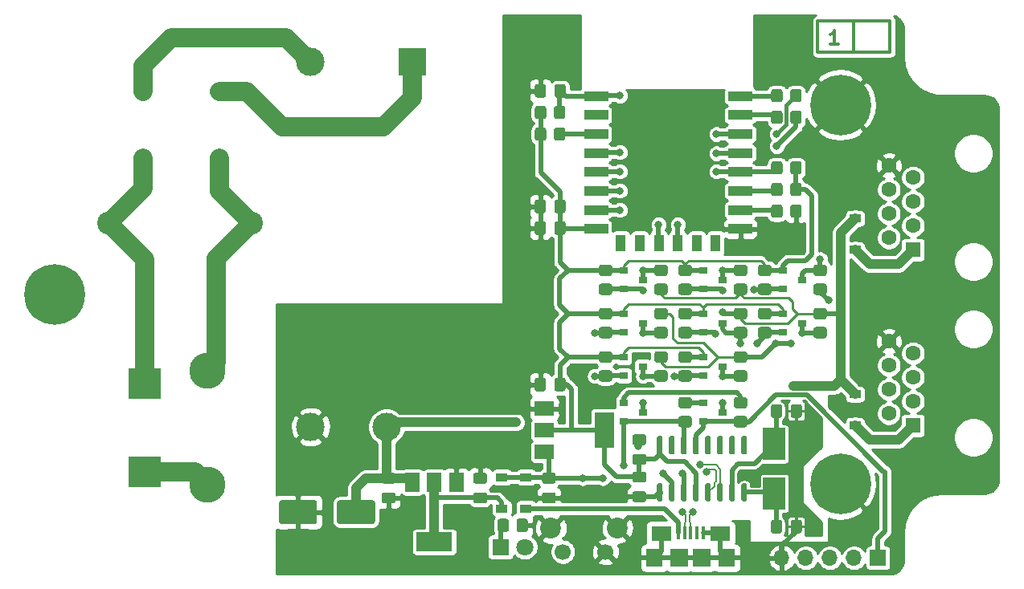
<source format=gbr>
%TF.GenerationSoftware,KiCad,Pcbnew,(5.1.9)-1*%
%TF.CreationDate,2022-09-19T23:43:11+03:00*%
%TF.ProjectId,ESP8266DevBoard,45535038-3236-4364-9465-76426f617264,1.1*%
%TF.SameCoordinates,Original*%
%TF.FileFunction,Copper,L1,Top*%
%TF.FilePolarity,Positive*%
%FSLAX46Y46*%
G04 Gerber Fmt 4.6, Leading zero omitted, Abs format (unit mm)*
G04 Created by KiCad (PCBNEW (5.1.9)-1) date 2022-09-19 23:43:11*
%MOMM*%
%LPD*%
G01*
G04 APERTURE LIST*
%TA.AperFunction,NonConductor*%
%ADD10C,0.300000*%
%TD*%
%TA.AperFunction,ComponentPad*%
%ADD11O,1.700000X1.700000*%
%TD*%
%TA.AperFunction,ComponentPad*%
%ADD12R,1.700000X1.700000*%
%TD*%
%TA.AperFunction,SMDPad,CuDef*%
%ADD13R,2.000000X1.500000*%
%TD*%
%TA.AperFunction,SMDPad,CuDef*%
%ADD14R,2.000000X3.800000*%
%TD*%
%TA.AperFunction,SMDPad,CuDef*%
%ADD15R,0.900000X0.800000*%
%TD*%
%TA.AperFunction,ComponentPad*%
%ADD16C,1.600000*%
%TD*%
%TA.AperFunction,ComponentPad*%
%ADD17R,1.600000X1.600000*%
%TD*%
%TA.AperFunction,ComponentPad*%
%ADD18C,6.400000*%
%TD*%
%TA.AperFunction,SMDPad,CuDef*%
%ADD19R,2.400000X3.500000*%
%TD*%
%TA.AperFunction,SMDPad,CuDef*%
%ADD20R,1.500000X2.000000*%
%TD*%
%TA.AperFunction,SMDPad,CuDef*%
%ADD21R,3.800000X2.000000*%
%TD*%
%TA.AperFunction,SMDPad,CuDef*%
%ADD22R,2.500000X1.000000*%
%TD*%
%TA.AperFunction,SMDPad,CuDef*%
%ADD23R,1.000000X1.800000*%
%TD*%
%TA.AperFunction,ComponentPad*%
%ADD24C,1.700000*%
%TD*%
%TA.AperFunction,ComponentPad*%
%ADD25C,2.200000*%
%TD*%
%TA.AperFunction,ComponentPad*%
%ADD26C,1.800000*%
%TD*%
%TA.AperFunction,ComponentPad*%
%ADD27R,3.000000X3.000000*%
%TD*%
%TA.AperFunction,ComponentPad*%
%ADD28C,3.000000*%
%TD*%
%TA.AperFunction,ComponentPad*%
%ADD29C,3.800000*%
%TD*%
%TA.AperFunction,SMDPad,CuDef*%
%ADD30R,1.800000X1.900000*%
%TD*%
%TA.AperFunction,SMDPad,CuDef*%
%ADD31R,1.900000X1.900000*%
%TD*%
%TA.AperFunction,SMDPad,CuDef*%
%ADD32R,0.400000X1.350000*%
%TD*%
%TA.AperFunction,SMDPad,CuDef*%
%ADD33R,2.100000X1.600000*%
%TD*%
%TA.AperFunction,SMDPad,CuDef*%
%ADD34R,3.430000X3.250000*%
%TD*%
%TA.AperFunction,SMDPad,CuDef*%
%ADD35R,1.200000X0.900000*%
%TD*%
%TA.AperFunction,ComponentPad*%
%ADD36R,1.800000X1.800000*%
%TD*%
%TA.AperFunction,ComponentPad*%
%ADD37C,2.400000*%
%TD*%
%TA.AperFunction,ViaPad*%
%ADD38C,0.800000*%
%TD*%
%TA.AperFunction,Conductor*%
%ADD39C,0.500000*%
%TD*%
%TA.AperFunction,Conductor*%
%ADD40C,0.250000*%
%TD*%
%TA.AperFunction,Conductor*%
%ADD41C,2.000000*%
%TD*%
%TA.AperFunction,Conductor*%
%ADD42C,1.000000*%
%TD*%
%TA.AperFunction,Conductor*%
%ADD43C,0.200000*%
%TD*%
%TA.AperFunction,Conductor*%
%ADD44C,0.400000*%
%TD*%
%TA.AperFunction,Conductor*%
%ADD45C,0.254000*%
%TD*%
%TA.AperFunction,Conductor*%
%ADD46C,0.100000*%
%TD*%
G04 APERTURE END LIST*
D10*
X193040000Y-41148000D02*
X193040000Y-44450000D01*
X185420000Y-41148000D02*
X185420000Y-44450000D01*
X189230000Y-41148000D02*
X185420000Y-41148000D01*
X193040000Y-41148000D02*
X189230000Y-41148000D01*
X193040000Y-44450000D02*
X189230000Y-44450000D01*
X189230000Y-44450000D02*
X185420000Y-44450000D01*
X189230000Y-41148000D02*
X189230000Y-44450000D01*
X187626571Y-43604571D02*
X186769428Y-43604571D01*
X187198000Y-43604571D02*
X187198000Y-42104571D01*
X187055142Y-42318857D01*
X186912285Y-42461714D01*
X186769428Y-42533142D01*
D11*
%TO.P,J5,5*%
%TO.N,GND*%
X181610000Y-97790000D03*
%TO.P,J5,4*%
%TO.N,RTS*%
X184150000Y-97790000D03*
%TO.P,J5,3*%
%TO.N,TX*%
X186690000Y-97790000D03*
%TO.P,J5,2*%
%TO.N,RX*%
X189230000Y-97790000D03*
D12*
%TO.P,J5,1*%
%TO.N,DTR*%
X191770000Y-97790000D03*
%TD*%
D13*
%TO.P,U4,1*%
%TO.N,GND*%
X156616000Y-82028000D03*
%TO.P,U4,3*%
%TO.N,+5V*%
X156616000Y-86628000D03*
%TO.P,U4,2*%
%TO.N,+3V3*%
X156616000Y-84328000D03*
D14*
X162916000Y-84328000D03*
%TD*%
%TO.P,R26,2*%
%TO.N,BUZZ_2*%
%TA.AperFunction,SMDPad,CuDef*%
G36*
G01*
X170999999Y-68853000D02*
X171900001Y-68853000D01*
G75*
G02*
X172150000Y-69102999I0J-249999D01*
G01*
X172150000Y-69803001D01*
G75*
G02*
X171900001Y-70053000I-249999J0D01*
G01*
X170999999Y-70053000D01*
G75*
G02*
X170750000Y-69803001I0J249999D01*
G01*
X170750000Y-69102999D01*
G75*
G02*
X170999999Y-68853000I249999J0D01*
G01*
G37*
%TD.AperFunction*%
%TO.P,R26,1*%
%TO.N,+3V3*%
%TA.AperFunction,SMDPad,CuDef*%
G36*
G01*
X170999999Y-66853000D02*
X171900001Y-66853000D01*
G75*
G02*
X172150000Y-67102999I0J-249999D01*
G01*
X172150000Y-67803001D01*
G75*
G02*
X171900001Y-68053000I-249999J0D01*
G01*
X170999999Y-68053000D01*
G75*
G02*
X170750000Y-67803001I0J249999D01*
G01*
X170750000Y-67102999D01*
G75*
G02*
X170999999Y-66853000I249999J0D01*
G01*
G37*
%TD.AperFunction*%
%TD*%
%TO.P,R25,2*%
%TO.N,Net-(J3-Pad6)*%
%TA.AperFunction,SMDPad,CuDef*%
G36*
G01*
X177742001Y-68053000D02*
X176841999Y-68053000D01*
G75*
G02*
X176592000Y-67803001I0J249999D01*
G01*
X176592000Y-67102999D01*
G75*
G02*
X176841999Y-66853000I249999J0D01*
G01*
X177742001Y-66853000D01*
G75*
G02*
X177992000Y-67102999I0J-249999D01*
G01*
X177992000Y-67803001D01*
G75*
G02*
X177742001Y-68053000I-249999J0D01*
G01*
G37*
%TD.AperFunction*%
%TO.P,R25,1*%
%TO.N,+12V*%
%TA.AperFunction,SMDPad,CuDef*%
G36*
G01*
X177742001Y-70053000D02*
X176841999Y-70053000D01*
G75*
G02*
X176592000Y-69803001I0J249999D01*
G01*
X176592000Y-69102999D01*
G75*
G02*
X176841999Y-68853000I249999J0D01*
G01*
X177742001Y-68853000D01*
G75*
G02*
X177992000Y-69102999I0J-249999D01*
G01*
X177992000Y-69803001D01*
G75*
G02*
X177742001Y-70053000I-249999J0D01*
G01*
G37*
%TD.AperFunction*%
%TD*%
%TO.P,R24,2*%
%TO.N,LED_2*%
%TA.AperFunction,SMDPad,CuDef*%
G36*
G01*
X162617999Y-68853000D02*
X163518001Y-68853000D01*
G75*
G02*
X163768000Y-69102999I0J-249999D01*
G01*
X163768000Y-69803001D01*
G75*
G02*
X163518001Y-70053000I-249999J0D01*
G01*
X162617999Y-70053000D01*
G75*
G02*
X162368000Y-69803001I0J249999D01*
G01*
X162368000Y-69102999D01*
G75*
G02*
X162617999Y-68853000I249999J0D01*
G01*
G37*
%TD.AperFunction*%
%TO.P,R24,1*%
%TO.N,+3V3*%
%TA.AperFunction,SMDPad,CuDef*%
G36*
G01*
X162617999Y-66853000D02*
X163518001Y-66853000D01*
G75*
G02*
X163768000Y-67102999I0J-249999D01*
G01*
X163768000Y-67803001D01*
G75*
G02*
X163518001Y-68053000I-249999J0D01*
G01*
X162617999Y-68053000D01*
G75*
G02*
X162368000Y-67803001I0J249999D01*
G01*
X162368000Y-67102999D01*
G75*
G02*
X162617999Y-66853000I249999J0D01*
G01*
G37*
%TD.AperFunction*%
%TD*%
%TO.P,R23,2*%
%TO.N,Net-(J3-Pad7)*%
%TA.AperFunction,SMDPad,CuDef*%
G36*
G01*
X169360001Y-68053000D02*
X168459999Y-68053000D01*
G75*
G02*
X168210000Y-67803001I0J249999D01*
G01*
X168210000Y-67102999D01*
G75*
G02*
X168459999Y-66853000I249999J0D01*
G01*
X169360001Y-66853000D01*
G75*
G02*
X169610000Y-67102999I0J-249999D01*
G01*
X169610000Y-67803001D01*
G75*
G02*
X169360001Y-68053000I-249999J0D01*
G01*
G37*
%TD.AperFunction*%
%TO.P,R23,1*%
%TO.N,+12V*%
%TA.AperFunction,SMDPad,CuDef*%
G36*
G01*
X169360001Y-70053000D02*
X168459999Y-70053000D01*
G75*
G02*
X168210000Y-69803001I0J249999D01*
G01*
X168210000Y-69102999D01*
G75*
G02*
X168459999Y-68853000I249999J0D01*
G01*
X169360001Y-68853000D01*
G75*
G02*
X169610000Y-69102999I0J-249999D01*
G01*
X169610000Y-69803001D01*
G75*
G02*
X169360001Y-70053000I-249999J0D01*
G01*
G37*
%TD.AperFunction*%
%TD*%
%TO.P,R22,2*%
%TO.N,BUZZ_1*%
%TA.AperFunction,SMDPad,CuDef*%
G36*
G01*
X170999999Y-73425000D02*
X171900001Y-73425000D01*
G75*
G02*
X172150000Y-73674999I0J-249999D01*
G01*
X172150000Y-74375001D01*
G75*
G02*
X171900001Y-74625000I-249999J0D01*
G01*
X170999999Y-74625000D01*
G75*
G02*
X170750000Y-74375001I0J249999D01*
G01*
X170750000Y-73674999D01*
G75*
G02*
X170999999Y-73425000I249999J0D01*
G01*
G37*
%TD.AperFunction*%
%TO.P,R22,1*%
%TO.N,+3V3*%
%TA.AperFunction,SMDPad,CuDef*%
G36*
G01*
X170999999Y-71425000D02*
X171900001Y-71425000D01*
G75*
G02*
X172150000Y-71674999I0J-249999D01*
G01*
X172150000Y-72375001D01*
G75*
G02*
X171900001Y-72625000I-249999J0D01*
G01*
X170999999Y-72625000D01*
G75*
G02*
X170750000Y-72375001I0J249999D01*
G01*
X170750000Y-71674999D01*
G75*
G02*
X170999999Y-71425000I249999J0D01*
G01*
G37*
%TD.AperFunction*%
%TD*%
%TO.P,R21,2*%
%TO.N,Net-(J2-Pad6)*%
%TA.AperFunction,SMDPad,CuDef*%
G36*
G01*
X176841999Y-73425000D02*
X177742001Y-73425000D01*
G75*
G02*
X177992000Y-73674999I0J-249999D01*
G01*
X177992000Y-74375001D01*
G75*
G02*
X177742001Y-74625000I-249999J0D01*
G01*
X176841999Y-74625000D01*
G75*
G02*
X176592000Y-74375001I0J249999D01*
G01*
X176592000Y-73674999D01*
G75*
G02*
X176841999Y-73425000I249999J0D01*
G01*
G37*
%TD.AperFunction*%
%TO.P,R21,1*%
%TO.N,+12V*%
%TA.AperFunction,SMDPad,CuDef*%
G36*
G01*
X176841999Y-71425000D02*
X177742001Y-71425000D01*
G75*
G02*
X177992000Y-71674999I0J-249999D01*
G01*
X177992000Y-72375001D01*
G75*
G02*
X177742001Y-72625000I-249999J0D01*
G01*
X176841999Y-72625000D01*
G75*
G02*
X176592000Y-72375001I0J249999D01*
G01*
X176592000Y-71674999D01*
G75*
G02*
X176841999Y-71425000I249999J0D01*
G01*
G37*
%TD.AperFunction*%
%TD*%
%TO.P,R20,2*%
%TO.N,LED_1*%
%TA.AperFunction,SMDPad,CuDef*%
G36*
G01*
X179381999Y-73425000D02*
X180282001Y-73425000D01*
G75*
G02*
X180532000Y-73674999I0J-249999D01*
G01*
X180532000Y-74375001D01*
G75*
G02*
X180282001Y-74625000I-249999J0D01*
G01*
X179381999Y-74625000D01*
G75*
G02*
X179132000Y-74375001I0J249999D01*
G01*
X179132000Y-73674999D01*
G75*
G02*
X179381999Y-73425000I249999J0D01*
G01*
G37*
%TD.AperFunction*%
%TO.P,R20,1*%
%TO.N,+3V3*%
%TA.AperFunction,SMDPad,CuDef*%
G36*
G01*
X179381999Y-71425000D02*
X180282001Y-71425000D01*
G75*
G02*
X180532000Y-71674999I0J-249999D01*
G01*
X180532000Y-72375001D01*
G75*
G02*
X180282001Y-72625000I-249999J0D01*
G01*
X179381999Y-72625000D01*
G75*
G02*
X179132000Y-72375001I0J249999D01*
G01*
X179132000Y-71674999D01*
G75*
G02*
X179381999Y-71425000I249999J0D01*
G01*
G37*
%TD.AperFunction*%
%TD*%
%TO.P,R19,2*%
%TO.N,Net-(J2-Pad7)*%
%TA.AperFunction,SMDPad,CuDef*%
G36*
G01*
X185223999Y-73425000D02*
X186124001Y-73425000D01*
G75*
G02*
X186374000Y-73674999I0J-249999D01*
G01*
X186374000Y-74375001D01*
G75*
G02*
X186124001Y-74625000I-249999J0D01*
G01*
X185223999Y-74625000D01*
G75*
G02*
X184974000Y-74375001I0J249999D01*
G01*
X184974000Y-73674999D01*
G75*
G02*
X185223999Y-73425000I249999J0D01*
G01*
G37*
%TD.AperFunction*%
%TO.P,R19,1*%
%TO.N,+12V*%
%TA.AperFunction,SMDPad,CuDef*%
G36*
G01*
X185223999Y-71425000D02*
X186124001Y-71425000D01*
G75*
G02*
X186374000Y-71674999I0J-249999D01*
G01*
X186374000Y-72375001D01*
G75*
G02*
X186124001Y-72625000I-249999J0D01*
G01*
X185223999Y-72625000D01*
G75*
G02*
X184974000Y-72375001I0J249999D01*
G01*
X184974000Y-71674999D01*
G75*
G02*
X185223999Y-71425000I249999J0D01*
G01*
G37*
%TD.AperFunction*%
%TD*%
D15*
%TO.P,Q10,3*%
%TO.N,Net-(J3-Pad6)*%
X175371000Y-68453000D03*
%TO.P,Q10,2*%
%TO.N,BUZZ_2*%
X173371000Y-69403000D03*
%TO.P,Q10,1*%
%TO.N,+3V3*%
X173371000Y-67503000D03*
%TD*%
%TO.P,Q9,3*%
%TO.N,Net-(J3-Pad7)*%
X166989000Y-68453000D03*
%TO.P,Q9,2*%
%TO.N,LED_2*%
X164989000Y-69403000D03*
%TO.P,Q9,1*%
%TO.N,+3V3*%
X164989000Y-67503000D03*
%TD*%
%TO.P,Q8,3*%
%TO.N,Net-(J2-Pad6)*%
X175371000Y-73025000D03*
%TO.P,Q8,2*%
%TO.N,BUZZ_1*%
X173371000Y-73975000D03*
%TO.P,Q8,1*%
%TO.N,+3V3*%
X173371000Y-72075000D03*
%TD*%
%TO.P,Q7,3*%
%TO.N,Net-(J2-Pad7)*%
X183753000Y-73025000D03*
%TO.P,Q7,2*%
%TO.N,LED_1*%
X181753000Y-73975000D03*
%TO.P,Q7,1*%
%TO.N,+3V3*%
X181753000Y-72075000D03*
%TD*%
D16*
%TO.P,J3,8*%
%TO.N,GND*%
X192913000Y-56388000D03*
%TO.P,J3,7*%
%TO.N,Net-(J3-Pad7)*%
X195453000Y-57658000D03*
%TO.P,J3,6*%
%TO.N,Net-(J3-Pad6)*%
X192913000Y-58928000D03*
%TO.P,J3,5*%
%TO.N,Net-(J3-Pad5)*%
X195453000Y-60198000D03*
%TO.P,J3,4*%
%TO.N,Net-(J3-Pad4)*%
X192913000Y-61468000D03*
%TO.P,J3,3*%
%TO.N,Net-(J3-Pad3)*%
X195453000Y-62738000D03*
%TO.P,J3,2*%
%TO.N,Net-(J3-Pad2)*%
X192913000Y-64008000D03*
D17*
%TO.P,J3,1*%
%TO.N,Net-(D4-Pad1)*%
X195453000Y-65278000D03*
%TD*%
D16*
%TO.P,J2,8*%
%TO.N,GND*%
X192913000Y-74930000D03*
%TO.P,J2,7*%
%TO.N,Net-(J2-Pad7)*%
X195453000Y-76200000D03*
%TO.P,J2,6*%
%TO.N,Net-(J2-Pad6)*%
X192913000Y-77470000D03*
%TO.P,J2,5*%
%TO.N,Net-(J2-Pad5)*%
X195453000Y-78740000D03*
%TO.P,J2,4*%
%TO.N,Net-(J2-Pad4)*%
X192913000Y-80010000D03*
%TO.P,J2,3*%
%TO.N,Net-(J2-Pad3)*%
X195453000Y-81280000D03*
%TO.P,J2,2*%
%TO.N,Net-(J2-Pad2)*%
X192913000Y-82550000D03*
D17*
%TO.P,J2,1*%
%TO.N,Net-(D2-Pad1)*%
X195453000Y-83820000D03*
%TD*%
D18*
%TO.P,H1,1*%
%TO.N,N/C*%
X105050000Y-70000000D03*
%TD*%
%TO.P,H3,1*%
%TO.N,GND*%
X187800000Y-50000000D03*
%TD*%
%TO.P,H2,1*%
%TO.N,GND*%
X187800000Y-90000000D03*
%TD*%
D19*
%TO.P,Y1,2*%
%TO.N,Net-(C7-Pad1)*%
X180848000Y-90992000D03*
%TO.P,Y1,1*%
%TO.N,Net-(C6-Pad1)*%
X180848000Y-85792000D03*
%TD*%
D20*
%TO.P,U3,1*%
%TO.N,GND*%
X147334000Y-89814000D03*
%TO.P,U3,3*%
%TO.N,+12V*%
X142734000Y-89814000D03*
%TO.P,U3,2*%
%TO.N,Net-(C11-Pad1)*%
X145034000Y-89814000D03*
D21*
X145034000Y-96114000D03*
%TD*%
%TO.P,U2,16*%
%TO.N,+3V3*%
%TA.AperFunction,SMDPad,CuDef*%
G36*
G01*
X168933000Y-86892000D02*
X168633000Y-86892000D01*
G75*
G02*
X168483000Y-86742000I0J150000D01*
G01*
X168483000Y-85092000D01*
G75*
G02*
X168633000Y-84942000I150000J0D01*
G01*
X168933000Y-84942000D01*
G75*
G02*
X169083000Y-85092000I0J-150000D01*
G01*
X169083000Y-86742000D01*
G75*
G02*
X168933000Y-86892000I-150000J0D01*
G01*
G37*
%TD.AperFunction*%
%TO.P,U2,15*%
%TO.N,Net-(U2-Pad15)*%
%TA.AperFunction,SMDPad,CuDef*%
G36*
G01*
X170203000Y-86892000D02*
X169903000Y-86892000D01*
G75*
G02*
X169753000Y-86742000I0J150000D01*
G01*
X169753000Y-85092000D01*
G75*
G02*
X169903000Y-84942000I150000J0D01*
G01*
X170203000Y-84942000D01*
G75*
G02*
X170353000Y-85092000I0J-150000D01*
G01*
X170353000Y-86742000D01*
G75*
G02*
X170203000Y-86892000I-150000J0D01*
G01*
G37*
%TD.AperFunction*%
%TO.P,U2,14*%
%TO.N,RTS*%
%TA.AperFunction,SMDPad,CuDef*%
G36*
G01*
X171473000Y-86892000D02*
X171173000Y-86892000D01*
G75*
G02*
X171023000Y-86742000I0J150000D01*
G01*
X171023000Y-85092000D01*
G75*
G02*
X171173000Y-84942000I150000J0D01*
G01*
X171473000Y-84942000D01*
G75*
G02*
X171623000Y-85092000I0J-150000D01*
G01*
X171623000Y-86742000D01*
G75*
G02*
X171473000Y-86892000I-150000J0D01*
G01*
G37*
%TD.AperFunction*%
%TO.P,U2,13*%
%TO.N,DTR*%
%TA.AperFunction,SMDPad,CuDef*%
G36*
G01*
X172743000Y-86892000D02*
X172443000Y-86892000D01*
G75*
G02*
X172293000Y-86742000I0J150000D01*
G01*
X172293000Y-85092000D01*
G75*
G02*
X172443000Y-84942000I150000J0D01*
G01*
X172743000Y-84942000D01*
G75*
G02*
X172893000Y-85092000I0J-150000D01*
G01*
X172893000Y-86742000D01*
G75*
G02*
X172743000Y-86892000I-150000J0D01*
G01*
G37*
%TD.AperFunction*%
%TO.P,U2,12*%
%TO.N,Net-(U2-Pad12)*%
%TA.AperFunction,SMDPad,CuDef*%
G36*
G01*
X174013000Y-86892000D02*
X173713000Y-86892000D01*
G75*
G02*
X173563000Y-86742000I0J150000D01*
G01*
X173563000Y-85092000D01*
G75*
G02*
X173713000Y-84942000I150000J0D01*
G01*
X174013000Y-84942000D01*
G75*
G02*
X174163000Y-85092000I0J-150000D01*
G01*
X174163000Y-86742000D01*
G75*
G02*
X174013000Y-86892000I-150000J0D01*
G01*
G37*
%TD.AperFunction*%
%TO.P,U2,11*%
%TO.N,Net-(U2-Pad11)*%
%TA.AperFunction,SMDPad,CuDef*%
G36*
G01*
X175283000Y-86892000D02*
X174983000Y-86892000D01*
G75*
G02*
X174833000Y-86742000I0J150000D01*
G01*
X174833000Y-85092000D01*
G75*
G02*
X174983000Y-84942000I150000J0D01*
G01*
X175283000Y-84942000D01*
G75*
G02*
X175433000Y-85092000I0J-150000D01*
G01*
X175433000Y-86742000D01*
G75*
G02*
X175283000Y-86892000I-150000J0D01*
G01*
G37*
%TD.AperFunction*%
%TO.P,U2,10*%
%TO.N,Net-(U2-Pad10)*%
%TA.AperFunction,SMDPad,CuDef*%
G36*
G01*
X176553000Y-86892000D02*
X176253000Y-86892000D01*
G75*
G02*
X176103000Y-86742000I0J150000D01*
G01*
X176103000Y-85092000D01*
G75*
G02*
X176253000Y-84942000I150000J0D01*
G01*
X176553000Y-84942000D01*
G75*
G02*
X176703000Y-85092000I0J-150000D01*
G01*
X176703000Y-86742000D01*
G75*
G02*
X176553000Y-86892000I-150000J0D01*
G01*
G37*
%TD.AperFunction*%
%TO.P,U2,9*%
%TO.N,Net-(U2-Pad9)*%
%TA.AperFunction,SMDPad,CuDef*%
G36*
G01*
X177823000Y-86892000D02*
X177523000Y-86892000D01*
G75*
G02*
X177373000Y-86742000I0J150000D01*
G01*
X177373000Y-85092000D01*
G75*
G02*
X177523000Y-84942000I150000J0D01*
G01*
X177823000Y-84942000D01*
G75*
G02*
X177973000Y-85092000I0J-150000D01*
G01*
X177973000Y-86742000D01*
G75*
G02*
X177823000Y-86892000I-150000J0D01*
G01*
G37*
%TD.AperFunction*%
%TO.P,U2,8*%
%TO.N,Net-(C7-Pad1)*%
%TA.AperFunction,SMDPad,CuDef*%
G36*
G01*
X177823000Y-91842000D02*
X177523000Y-91842000D01*
G75*
G02*
X177373000Y-91692000I0J150000D01*
G01*
X177373000Y-90042000D01*
G75*
G02*
X177523000Y-89892000I150000J0D01*
G01*
X177823000Y-89892000D01*
G75*
G02*
X177973000Y-90042000I0J-150000D01*
G01*
X177973000Y-91692000D01*
G75*
G02*
X177823000Y-91842000I-150000J0D01*
G01*
G37*
%TD.AperFunction*%
%TO.P,U2,7*%
%TO.N,Net-(C6-Pad1)*%
%TA.AperFunction,SMDPad,CuDef*%
G36*
G01*
X176553000Y-91842000D02*
X176253000Y-91842000D01*
G75*
G02*
X176103000Y-91692000I0J150000D01*
G01*
X176103000Y-90042000D01*
G75*
G02*
X176253000Y-89892000I150000J0D01*
G01*
X176553000Y-89892000D01*
G75*
G02*
X176703000Y-90042000I0J-150000D01*
G01*
X176703000Y-91692000D01*
G75*
G02*
X176553000Y-91842000I-150000J0D01*
G01*
G37*
%TD.AperFunction*%
%TO.P,U2,6*%
%TO.N,D_N*%
%TA.AperFunction,SMDPad,CuDef*%
G36*
G01*
X175283000Y-91842000D02*
X174983000Y-91842000D01*
G75*
G02*
X174833000Y-91692000I0J150000D01*
G01*
X174833000Y-90042000D01*
G75*
G02*
X174983000Y-89892000I150000J0D01*
G01*
X175283000Y-89892000D01*
G75*
G02*
X175433000Y-90042000I0J-150000D01*
G01*
X175433000Y-91692000D01*
G75*
G02*
X175283000Y-91842000I-150000J0D01*
G01*
G37*
%TD.AperFunction*%
%TO.P,U2,5*%
%TO.N,D_P*%
%TA.AperFunction,SMDPad,CuDef*%
G36*
G01*
X174013000Y-91842000D02*
X173713000Y-91842000D01*
G75*
G02*
X173563000Y-91692000I0J150000D01*
G01*
X173563000Y-90042000D01*
G75*
G02*
X173713000Y-89892000I150000J0D01*
G01*
X174013000Y-89892000D01*
G75*
G02*
X174163000Y-90042000I0J-150000D01*
G01*
X174163000Y-91692000D01*
G75*
G02*
X174013000Y-91842000I-150000J0D01*
G01*
G37*
%TD.AperFunction*%
%TO.P,U2,4*%
%TO.N,+3V3*%
%TA.AperFunction,SMDPad,CuDef*%
G36*
G01*
X172743000Y-91842000D02*
X172443000Y-91842000D01*
G75*
G02*
X172293000Y-91692000I0J150000D01*
G01*
X172293000Y-90042000D01*
G75*
G02*
X172443000Y-89892000I150000J0D01*
G01*
X172743000Y-89892000D01*
G75*
G02*
X172893000Y-90042000I0J-150000D01*
G01*
X172893000Y-91692000D01*
G75*
G02*
X172743000Y-91842000I-150000J0D01*
G01*
G37*
%TD.AperFunction*%
%TO.P,U2,3*%
%TO.N,RX*%
%TA.AperFunction,SMDPad,CuDef*%
G36*
G01*
X171473000Y-91842000D02*
X171173000Y-91842000D01*
G75*
G02*
X171023000Y-91692000I0J150000D01*
G01*
X171023000Y-90042000D01*
G75*
G02*
X171173000Y-89892000I150000J0D01*
G01*
X171473000Y-89892000D01*
G75*
G02*
X171623000Y-90042000I0J-150000D01*
G01*
X171623000Y-91692000D01*
G75*
G02*
X171473000Y-91842000I-150000J0D01*
G01*
G37*
%TD.AperFunction*%
%TO.P,U2,2*%
%TO.N,TX*%
%TA.AperFunction,SMDPad,CuDef*%
G36*
G01*
X170203000Y-91842000D02*
X169903000Y-91842000D01*
G75*
G02*
X169753000Y-91692000I0J150000D01*
G01*
X169753000Y-90042000D01*
G75*
G02*
X169903000Y-89892000I150000J0D01*
G01*
X170203000Y-89892000D01*
G75*
G02*
X170353000Y-90042000I0J-150000D01*
G01*
X170353000Y-91692000D01*
G75*
G02*
X170203000Y-91842000I-150000J0D01*
G01*
G37*
%TD.AperFunction*%
%TO.P,U2,1*%
%TO.N,GND*%
%TA.AperFunction,SMDPad,CuDef*%
G36*
G01*
X168933000Y-91842000D02*
X168633000Y-91842000D01*
G75*
G02*
X168483000Y-91692000I0J150000D01*
G01*
X168483000Y-90042000D01*
G75*
G02*
X168633000Y-89892000I150000J0D01*
G01*
X168933000Y-89892000D01*
G75*
G02*
X169083000Y-90042000I0J-150000D01*
G01*
X169083000Y-91692000D01*
G75*
G02*
X168933000Y-91842000I-150000J0D01*
G01*
G37*
%TD.AperFunction*%
%TD*%
D22*
%TO.P,U1,22*%
%TO.N,TXD*%
X177272000Y-49078000D03*
%TO.P,U1,21*%
%TO.N,RXD*%
X177272000Y-51078000D03*
%TO.P,U1,20*%
%TO.N,DATA1_1*%
X177272000Y-53078000D03*
%TO.P,U1,19*%
%TO.N,DATA0_1*%
X177272000Y-55078000D03*
%TO.P,U1,18*%
%TO.N,GPIO0*%
X177272000Y-57078000D03*
%TO.P,U1,17*%
%TO.N,GPIO2*%
X177272000Y-59078000D03*
%TO.P,U1,16*%
%TO.N,GPIO15*%
X177272000Y-61078000D03*
%TO.P,U1,15*%
%TO.N,GND*%
X177272000Y-63078000D03*
D23*
%TO.P,U1,14*%
%TO.N,Net-(U1-Pad14)*%
X174672000Y-64578000D03*
%TO.P,U1,13*%
%TO.N,Net-(U1-Pad13)*%
X172672000Y-64578000D03*
%TO.P,U1,12*%
%TO.N,BUZZ_2*%
X170672000Y-64578000D03*
%TO.P,U1,11*%
%TO.N,LED_2*%
X168672000Y-64578000D03*
%TO.P,U1,10*%
%TO.N,Net-(U1-Pad10)*%
X166672000Y-64578000D03*
%TO.P,U1,9*%
%TO.N,Net-(U1-Pad9)*%
X164672000Y-64578000D03*
D22*
%TO.P,U1,8*%
%TO.N,+3V3*%
X162072000Y-63078000D03*
%TO.P,U1,7*%
%TO.N,DATA1_2*%
X162072000Y-61078000D03*
%TO.P,U1,6*%
%TO.N,DATA0_2*%
X162072000Y-59078000D03*
%TO.P,U1,5*%
%TO.N,BUZZ_1*%
X162072000Y-57078000D03*
%TO.P,U1,4*%
%TO.N,LED_1*%
X162072000Y-55078000D03*
%TO.P,U1,3*%
%TO.N,EN*%
X162072000Y-53078000D03*
%TO.P,U1,2*%
%TO.N,Net-(U1-Pad2)*%
X162072000Y-51078000D03*
%TO.P,U1,1*%
%TO.N,RST*%
X162072000Y-49078000D03*
%TD*%
D24*
%TO.P,SW1,1*%
%TO.N,GND*%
X163068000Y-97155000D03*
%TO.P,SW1,2*%
%TO.N,RST*%
X158568000Y-97155000D03*
D25*
%TO.P,SW1,4*%
%TO.N,GND*%
X164318000Y-94655000D03*
%TO.P,SW1,3*%
X157318000Y-94655000D03*
%TD*%
D26*
%TO.P,RV1,2*%
%TO.N,Net-(C8-Pad2)*%
X122054000Y-71280000D03*
%TO.P,RV1,1*%
%TO.N,Net-(C8-Pad1)*%
X114554000Y-68580000D03*
%TD*%
%TO.P,R18,2*%
%TO.N,DATA1_2*%
%TA.AperFunction,SMDPad,CuDef*%
G36*
G01*
X179381999Y-68853000D02*
X180282001Y-68853000D01*
G75*
G02*
X180532000Y-69102999I0J-249999D01*
G01*
X180532000Y-69803001D01*
G75*
G02*
X180282001Y-70053000I-249999J0D01*
G01*
X179381999Y-70053000D01*
G75*
G02*
X179132000Y-69803001I0J249999D01*
G01*
X179132000Y-69102999D01*
G75*
G02*
X179381999Y-68853000I249999J0D01*
G01*
G37*
%TD.AperFunction*%
%TO.P,R18,1*%
%TO.N,+3V3*%
%TA.AperFunction,SMDPad,CuDef*%
G36*
G01*
X179381999Y-66853000D02*
X180282001Y-66853000D01*
G75*
G02*
X180532000Y-67102999I0J-249999D01*
G01*
X180532000Y-67803001D01*
G75*
G02*
X180282001Y-68053000I-249999J0D01*
G01*
X179381999Y-68053000D01*
G75*
G02*
X179132000Y-67803001I0J249999D01*
G01*
X179132000Y-67102999D01*
G75*
G02*
X179381999Y-66853000I249999J0D01*
G01*
G37*
%TD.AperFunction*%
%TD*%
%TO.P,R17,2*%
%TO.N,Net-(J3-Pad4)*%
%TA.AperFunction,SMDPad,CuDef*%
G36*
G01*
X186124001Y-68053000D02*
X185223999Y-68053000D01*
G75*
G02*
X184974000Y-67803001I0J249999D01*
G01*
X184974000Y-67102999D01*
G75*
G02*
X185223999Y-66853000I249999J0D01*
G01*
X186124001Y-66853000D01*
G75*
G02*
X186374000Y-67102999I0J-249999D01*
G01*
X186374000Y-67803001D01*
G75*
G02*
X186124001Y-68053000I-249999J0D01*
G01*
G37*
%TD.AperFunction*%
%TO.P,R17,1*%
%TO.N,+5V*%
%TA.AperFunction,SMDPad,CuDef*%
G36*
G01*
X186124001Y-70053000D02*
X185223999Y-70053000D01*
G75*
G02*
X184974000Y-69803001I0J249999D01*
G01*
X184974000Y-69102999D01*
G75*
G02*
X185223999Y-68853000I249999J0D01*
G01*
X186124001Y-68853000D01*
G75*
G02*
X186374000Y-69102999I0J-249999D01*
G01*
X186374000Y-69803001D01*
G75*
G02*
X186124001Y-70053000I-249999J0D01*
G01*
G37*
%TD.AperFunction*%
%TD*%
%TO.P,R16,2*%
%TO.N,DATA0_2*%
%TA.AperFunction,SMDPad,CuDef*%
G36*
G01*
X162617999Y-73425000D02*
X163518001Y-73425000D01*
G75*
G02*
X163768000Y-73674999I0J-249999D01*
G01*
X163768000Y-74375001D01*
G75*
G02*
X163518001Y-74625000I-249999J0D01*
G01*
X162617999Y-74625000D01*
G75*
G02*
X162368000Y-74375001I0J249999D01*
G01*
X162368000Y-73674999D01*
G75*
G02*
X162617999Y-73425000I249999J0D01*
G01*
G37*
%TD.AperFunction*%
%TO.P,R16,1*%
%TO.N,+3V3*%
%TA.AperFunction,SMDPad,CuDef*%
G36*
G01*
X162617999Y-71425000D02*
X163518001Y-71425000D01*
G75*
G02*
X163768000Y-71674999I0J-249999D01*
G01*
X163768000Y-72375001D01*
G75*
G02*
X163518001Y-72625000I-249999J0D01*
G01*
X162617999Y-72625000D01*
G75*
G02*
X162368000Y-72375001I0J249999D01*
G01*
X162368000Y-71674999D01*
G75*
G02*
X162617999Y-71425000I249999J0D01*
G01*
G37*
%TD.AperFunction*%
%TD*%
%TO.P,R15,2*%
%TO.N,Net-(J3-Pad2)*%
%TA.AperFunction,SMDPad,CuDef*%
G36*
G01*
X168459999Y-73425000D02*
X169360001Y-73425000D01*
G75*
G02*
X169610000Y-73674999I0J-249999D01*
G01*
X169610000Y-74375001D01*
G75*
G02*
X169360001Y-74625000I-249999J0D01*
G01*
X168459999Y-74625000D01*
G75*
G02*
X168210000Y-74375001I0J249999D01*
G01*
X168210000Y-73674999D01*
G75*
G02*
X168459999Y-73425000I249999J0D01*
G01*
G37*
%TD.AperFunction*%
%TO.P,R15,1*%
%TO.N,+5V*%
%TA.AperFunction,SMDPad,CuDef*%
G36*
G01*
X168459999Y-71425000D02*
X169360001Y-71425000D01*
G75*
G02*
X169610000Y-71674999I0J-249999D01*
G01*
X169610000Y-72375001D01*
G75*
G02*
X169360001Y-72625000I-249999J0D01*
G01*
X168459999Y-72625000D01*
G75*
G02*
X168210000Y-72375001I0J249999D01*
G01*
X168210000Y-71674999D01*
G75*
G02*
X168459999Y-71425000I249999J0D01*
G01*
G37*
%TD.AperFunction*%
%TD*%
%TO.P,R14,2*%
%TO.N,GND*%
%TA.AperFunction,SMDPad,CuDef*%
G36*
G01*
X153689000Y-94811001D02*
X153689000Y-93910999D01*
G75*
G02*
X153938999Y-93661000I249999J0D01*
G01*
X154639001Y-93661000D01*
G75*
G02*
X154889000Y-93910999I0J-249999D01*
G01*
X154889000Y-94811001D01*
G75*
G02*
X154639001Y-95061000I-249999J0D01*
G01*
X153938999Y-95061000D01*
G75*
G02*
X153689000Y-94811001I0J249999D01*
G01*
G37*
%TD.AperFunction*%
%TO.P,R14,1*%
%TO.N,Net-(D3-Pad1)*%
%TA.AperFunction,SMDPad,CuDef*%
G36*
G01*
X151689000Y-94811001D02*
X151689000Y-93910999D01*
G75*
G02*
X151938999Y-93661000I249999J0D01*
G01*
X152639001Y-93661000D01*
G75*
G02*
X152889000Y-93910999I0J-249999D01*
G01*
X152889000Y-94811001D01*
G75*
G02*
X152639001Y-95061000I-249999J0D01*
G01*
X151938999Y-95061000D01*
G75*
G02*
X151689000Y-94811001I0J249999D01*
G01*
G37*
%TD.AperFunction*%
%TD*%
%TO.P,R13,2*%
%TO.N,DATA1_1*%
%TA.AperFunction,SMDPad,CuDef*%
G36*
G01*
X170999999Y-77997000D02*
X171900001Y-77997000D01*
G75*
G02*
X172150000Y-78246999I0J-249999D01*
G01*
X172150000Y-78947001D01*
G75*
G02*
X171900001Y-79197000I-249999J0D01*
G01*
X170999999Y-79197000D01*
G75*
G02*
X170750000Y-78947001I0J249999D01*
G01*
X170750000Y-78246999D01*
G75*
G02*
X170999999Y-77997000I249999J0D01*
G01*
G37*
%TD.AperFunction*%
%TO.P,R13,1*%
%TO.N,+3V3*%
%TA.AperFunction,SMDPad,CuDef*%
G36*
G01*
X170999999Y-75997000D02*
X171900001Y-75997000D01*
G75*
G02*
X172150000Y-76246999I0J-249999D01*
G01*
X172150000Y-76947001D01*
G75*
G02*
X171900001Y-77197000I-249999J0D01*
G01*
X170999999Y-77197000D01*
G75*
G02*
X170750000Y-76947001I0J249999D01*
G01*
X170750000Y-76246999D01*
G75*
G02*
X170999999Y-75997000I249999J0D01*
G01*
G37*
%TD.AperFunction*%
%TD*%
%TO.P,R12,2*%
%TO.N,Net-(J2-Pad4)*%
%TA.AperFunction,SMDPad,CuDef*%
G36*
G01*
X176841999Y-77997000D02*
X177742001Y-77997000D01*
G75*
G02*
X177992000Y-78246999I0J-249999D01*
G01*
X177992000Y-78947001D01*
G75*
G02*
X177742001Y-79197000I-249999J0D01*
G01*
X176841999Y-79197000D01*
G75*
G02*
X176592000Y-78947001I0J249999D01*
G01*
X176592000Y-78246999D01*
G75*
G02*
X176841999Y-77997000I249999J0D01*
G01*
G37*
%TD.AperFunction*%
%TO.P,R12,1*%
%TO.N,+5V*%
%TA.AperFunction,SMDPad,CuDef*%
G36*
G01*
X176841999Y-75997000D02*
X177742001Y-75997000D01*
G75*
G02*
X177992000Y-76246999I0J-249999D01*
G01*
X177992000Y-76947001D01*
G75*
G02*
X177742001Y-77197000I-249999J0D01*
G01*
X176841999Y-77197000D01*
G75*
G02*
X176592000Y-76947001I0J249999D01*
G01*
X176592000Y-76246999D01*
G75*
G02*
X176841999Y-75997000I249999J0D01*
G01*
G37*
%TD.AperFunction*%
%TD*%
%TO.P,R11,2*%
%TO.N,DATA0_1*%
%TA.AperFunction,SMDPad,CuDef*%
G36*
G01*
X162617999Y-77997000D02*
X163518001Y-77997000D01*
G75*
G02*
X163768000Y-78246999I0J-249999D01*
G01*
X163768000Y-78947001D01*
G75*
G02*
X163518001Y-79197000I-249999J0D01*
G01*
X162617999Y-79197000D01*
G75*
G02*
X162368000Y-78947001I0J249999D01*
G01*
X162368000Y-78246999D01*
G75*
G02*
X162617999Y-77997000I249999J0D01*
G01*
G37*
%TD.AperFunction*%
%TO.P,R11,1*%
%TO.N,+3V3*%
%TA.AperFunction,SMDPad,CuDef*%
G36*
G01*
X162617999Y-75997000D02*
X163518001Y-75997000D01*
G75*
G02*
X163768000Y-76246999I0J-249999D01*
G01*
X163768000Y-76947001D01*
G75*
G02*
X163518001Y-77197000I-249999J0D01*
G01*
X162617999Y-77197000D01*
G75*
G02*
X162368000Y-76947001I0J249999D01*
G01*
X162368000Y-76246999D01*
G75*
G02*
X162617999Y-75997000I249999J0D01*
G01*
G37*
%TD.AperFunction*%
%TD*%
%TO.P,R10,2*%
%TO.N,Net-(J2-Pad2)*%
%TA.AperFunction,SMDPad,CuDef*%
G36*
G01*
X168459999Y-77997000D02*
X169360001Y-77997000D01*
G75*
G02*
X169610000Y-78246999I0J-249999D01*
G01*
X169610000Y-78947001D01*
G75*
G02*
X169360001Y-79197000I-249999J0D01*
G01*
X168459999Y-79197000D01*
G75*
G02*
X168210000Y-78947001I0J249999D01*
G01*
X168210000Y-78246999D01*
G75*
G02*
X168459999Y-77997000I249999J0D01*
G01*
G37*
%TD.AperFunction*%
%TO.P,R10,1*%
%TO.N,+5V*%
%TA.AperFunction,SMDPad,CuDef*%
G36*
G01*
X168459999Y-75997000D02*
X169360001Y-75997000D01*
G75*
G02*
X169610000Y-76246999I0J-249999D01*
G01*
X169610000Y-76947001D01*
G75*
G02*
X169360001Y-77197000I-249999J0D01*
G01*
X168459999Y-77197000D01*
G75*
G02*
X168210000Y-76947001I0J249999D01*
G01*
X168210000Y-76246999D01*
G75*
G02*
X168459999Y-75997000I249999J0D01*
G01*
G37*
%TD.AperFunction*%
%TD*%
%TO.P,R9,2*%
%TO.N,TXD*%
%TA.AperFunction,SMDPad,CuDef*%
G36*
G01*
X181718000Y-48571999D02*
X181718000Y-49472001D01*
G75*
G02*
X181468001Y-49722000I-249999J0D01*
G01*
X180767999Y-49722000D01*
G75*
G02*
X180518000Y-49472001I0J249999D01*
G01*
X180518000Y-48571999D01*
G75*
G02*
X180767999Y-48322000I249999J0D01*
G01*
X181468001Y-48322000D01*
G75*
G02*
X181718000Y-48571999I0J-249999D01*
G01*
G37*
%TD.AperFunction*%
%TO.P,R9,1*%
%TO.N,RX*%
%TA.AperFunction,SMDPad,CuDef*%
G36*
G01*
X183718000Y-48571999D02*
X183718000Y-49472001D01*
G75*
G02*
X183468001Y-49722000I-249999J0D01*
G01*
X182767999Y-49722000D01*
G75*
G02*
X182518000Y-49472001I0J249999D01*
G01*
X182518000Y-48571999D01*
G75*
G02*
X182767999Y-48322000I249999J0D01*
G01*
X183468001Y-48322000D01*
G75*
G02*
X183718000Y-48571999I0J-249999D01*
G01*
G37*
%TD.AperFunction*%
%TD*%
%TO.P,R8,2*%
%TO.N,RXD*%
%TA.AperFunction,SMDPad,CuDef*%
G36*
G01*
X181718000Y-50857999D02*
X181718000Y-51758001D01*
G75*
G02*
X181468001Y-52008000I-249999J0D01*
G01*
X180767999Y-52008000D01*
G75*
G02*
X180518000Y-51758001I0J249999D01*
G01*
X180518000Y-50857999D01*
G75*
G02*
X180767999Y-50608000I249999J0D01*
G01*
X181468001Y-50608000D01*
G75*
G02*
X181718000Y-50857999I0J-249999D01*
G01*
G37*
%TD.AperFunction*%
%TO.P,R8,1*%
%TO.N,TX*%
%TA.AperFunction,SMDPad,CuDef*%
G36*
G01*
X183718000Y-50857999D02*
X183718000Y-51758001D01*
G75*
G02*
X183468001Y-52008000I-249999J0D01*
G01*
X182767999Y-52008000D01*
G75*
G02*
X182518000Y-51758001I0J249999D01*
G01*
X182518000Y-50857999D01*
G75*
G02*
X182767999Y-50608000I249999J0D01*
G01*
X183468001Y-50608000D01*
G75*
G02*
X183718000Y-50857999I0J-249999D01*
G01*
G37*
%TD.AperFunction*%
%TD*%
%TO.P,R7,2*%
%TO.N,GPIO15*%
%TA.AperFunction,SMDPad,CuDef*%
G36*
G01*
X181718000Y-60763999D02*
X181718000Y-61664001D01*
G75*
G02*
X181468001Y-61914000I-249999J0D01*
G01*
X180767999Y-61914000D01*
G75*
G02*
X180518000Y-61664001I0J249999D01*
G01*
X180518000Y-60763999D01*
G75*
G02*
X180767999Y-60514000I249999J0D01*
G01*
X181468001Y-60514000D01*
G75*
G02*
X181718000Y-60763999I0J-249999D01*
G01*
G37*
%TD.AperFunction*%
%TO.P,R7,1*%
%TO.N,GND*%
%TA.AperFunction,SMDPad,CuDef*%
G36*
G01*
X183718000Y-60763999D02*
X183718000Y-61664001D01*
G75*
G02*
X183468001Y-61914000I-249999J0D01*
G01*
X182767999Y-61914000D01*
G75*
G02*
X182518000Y-61664001I0J249999D01*
G01*
X182518000Y-60763999D01*
G75*
G02*
X182767999Y-60514000I249999J0D01*
G01*
X183468001Y-60514000D01*
G75*
G02*
X183718000Y-60763999I0J-249999D01*
G01*
G37*
%TD.AperFunction*%
%TD*%
%TO.P,R6,2*%
%TO.N,Net-(Q2-Pad1)*%
%TA.AperFunction,SMDPad,CuDef*%
G36*
G01*
X171900001Y-82023000D02*
X170999999Y-82023000D01*
G75*
G02*
X170750000Y-81773001I0J249999D01*
G01*
X170750000Y-81072999D01*
G75*
G02*
X170999999Y-80823000I249999J0D01*
G01*
X171900001Y-80823000D01*
G75*
G02*
X172150000Y-81072999I0J-249999D01*
G01*
X172150000Y-81773001D01*
G75*
G02*
X171900001Y-82023000I-249999J0D01*
G01*
G37*
%TD.AperFunction*%
%TO.P,R6,1*%
%TO.N,RTS*%
%TA.AperFunction,SMDPad,CuDef*%
G36*
G01*
X171900001Y-84023000D02*
X170999999Y-84023000D01*
G75*
G02*
X170750000Y-83773001I0J249999D01*
G01*
X170750000Y-83072999D01*
G75*
G02*
X170999999Y-82823000I249999J0D01*
G01*
X171900001Y-82823000D01*
G75*
G02*
X172150000Y-83072999I0J-249999D01*
G01*
X172150000Y-83773001D01*
G75*
G02*
X171900001Y-84023000I-249999J0D01*
G01*
G37*
%TD.AperFunction*%
%TD*%
%TO.P,R5,2*%
%TO.N,GPIO2*%
%TA.AperFunction,SMDPad,CuDef*%
G36*
G01*
X181718000Y-58477999D02*
X181718000Y-59378001D01*
G75*
G02*
X181468001Y-59628000I-249999J0D01*
G01*
X180767999Y-59628000D01*
G75*
G02*
X180518000Y-59378001I0J249999D01*
G01*
X180518000Y-58477999D01*
G75*
G02*
X180767999Y-58228000I249999J0D01*
G01*
X181468001Y-58228000D01*
G75*
G02*
X181718000Y-58477999I0J-249999D01*
G01*
G37*
%TD.AperFunction*%
%TO.P,R5,1*%
%TO.N,+3V3*%
%TA.AperFunction,SMDPad,CuDef*%
G36*
G01*
X183718000Y-58477999D02*
X183718000Y-59378001D01*
G75*
G02*
X183468001Y-59628000I-249999J0D01*
G01*
X182767999Y-59628000D01*
G75*
G02*
X182518000Y-59378001I0J249999D01*
G01*
X182518000Y-58477999D01*
G75*
G02*
X182767999Y-58228000I249999J0D01*
G01*
X183468001Y-58228000D01*
G75*
G02*
X183718000Y-58477999I0J-249999D01*
G01*
G37*
%TD.AperFunction*%
%TD*%
%TO.P,R4,2*%
%TO.N,GPIO0*%
%TA.AperFunction,SMDPad,CuDef*%
G36*
G01*
X181718000Y-56191999D02*
X181718000Y-57092001D01*
G75*
G02*
X181468001Y-57342000I-249999J0D01*
G01*
X180767999Y-57342000D01*
G75*
G02*
X180518000Y-57092001I0J249999D01*
G01*
X180518000Y-56191999D01*
G75*
G02*
X180767999Y-55942000I249999J0D01*
G01*
X181468001Y-55942000D01*
G75*
G02*
X181718000Y-56191999I0J-249999D01*
G01*
G37*
%TD.AperFunction*%
%TO.P,R4,1*%
%TO.N,+3V3*%
%TA.AperFunction,SMDPad,CuDef*%
G36*
G01*
X183718000Y-56191999D02*
X183718000Y-57092001D01*
G75*
G02*
X183468001Y-57342000I-249999J0D01*
G01*
X182767999Y-57342000D01*
G75*
G02*
X182518000Y-57092001I0J249999D01*
G01*
X182518000Y-56191999D01*
G75*
G02*
X182767999Y-55942000I249999J0D01*
G01*
X183468001Y-55942000D01*
G75*
G02*
X183718000Y-56191999I0J-249999D01*
G01*
G37*
%TD.AperFunction*%
%TD*%
%TO.P,R3,2*%
%TO.N,RST*%
%TA.AperFunction,SMDPad,CuDef*%
G36*
G01*
X157626000Y-51250001D02*
X157626000Y-50349999D01*
G75*
G02*
X157875999Y-50100000I249999J0D01*
G01*
X158576001Y-50100000D01*
G75*
G02*
X158826000Y-50349999I0J-249999D01*
G01*
X158826000Y-51250001D01*
G75*
G02*
X158576001Y-51500000I-249999J0D01*
G01*
X157875999Y-51500000D01*
G75*
G02*
X157626000Y-51250001I0J249999D01*
G01*
G37*
%TD.AperFunction*%
%TO.P,R3,1*%
%TO.N,+3V3*%
%TA.AperFunction,SMDPad,CuDef*%
G36*
G01*
X155626000Y-51250001D02*
X155626000Y-50349999D01*
G75*
G02*
X155875999Y-50100000I249999J0D01*
G01*
X156576001Y-50100000D01*
G75*
G02*
X156826000Y-50349999I0J-249999D01*
G01*
X156826000Y-51250001D01*
G75*
G02*
X156576001Y-51500000I-249999J0D01*
G01*
X155875999Y-51500000D01*
G75*
G02*
X155626000Y-51250001I0J249999D01*
G01*
G37*
%TD.AperFunction*%
%TD*%
%TO.P,R2,2*%
%TO.N,Net-(Q1-Pad1)*%
%TA.AperFunction,SMDPad,CuDef*%
G36*
G01*
X177742001Y-82023000D02*
X176841999Y-82023000D01*
G75*
G02*
X176592000Y-81773001I0J249999D01*
G01*
X176592000Y-81072999D01*
G75*
G02*
X176841999Y-80823000I249999J0D01*
G01*
X177742001Y-80823000D01*
G75*
G02*
X177992000Y-81072999I0J-249999D01*
G01*
X177992000Y-81773001D01*
G75*
G02*
X177742001Y-82023000I-249999J0D01*
G01*
G37*
%TD.AperFunction*%
%TO.P,R2,1*%
%TO.N,DTR*%
%TA.AperFunction,SMDPad,CuDef*%
G36*
G01*
X177742001Y-84023000D02*
X176841999Y-84023000D01*
G75*
G02*
X176592000Y-83773001I0J249999D01*
G01*
X176592000Y-83072999D01*
G75*
G02*
X176841999Y-82823000I249999J0D01*
G01*
X177742001Y-82823000D01*
G75*
G02*
X177992000Y-83072999I0J-249999D01*
G01*
X177992000Y-83773001D01*
G75*
G02*
X177742001Y-84023000I-249999J0D01*
G01*
G37*
%TD.AperFunction*%
%TD*%
%TO.P,R1,2*%
%TO.N,EN*%
%TA.AperFunction,SMDPad,CuDef*%
G36*
G01*
X157626000Y-53536001D02*
X157626000Y-52635999D01*
G75*
G02*
X157875999Y-52386000I249999J0D01*
G01*
X158576001Y-52386000D01*
G75*
G02*
X158826000Y-52635999I0J-249999D01*
G01*
X158826000Y-53536001D01*
G75*
G02*
X158576001Y-53786000I-249999J0D01*
G01*
X157875999Y-53786000D01*
G75*
G02*
X157626000Y-53536001I0J249999D01*
G01*
G37*
%TD.AperFunction*%
%TO.P,R1,1*%
%TO.N,+3V3*%
%TA.AperFunction,SMDPad,CuDef*%
G36*
G01*
X155626000Y-53536001D02*
X155626000Y-52635999D01*
G75*
G02*
X155875999Y-52386000I249999J0D01*
G01*
X156576001Y-52386000D01*
G75*
G02*
X156826000Y-52635999I0J-249999D01*
G01*
X156826000Y-53536001D01*
G75*
G02*
X156576001Y-53786000I-249999J0D01*
G01*
X155875999Y-53786000D01*
G75*
G02*
X155626000Y-53536001I0J249999D01*
G01*
G37*
%TD.AperFunction*%
%TD*%
D15*
%TO.P,Q6,3*%
%TO.N,Net-(J3-Pad4)*%
X183753000Y-68453000D03*
%TO.P,Q6,2*%
%TO.N,DATA1_2*%
X181753000Y-69403000D03*
%TO.P,Q6,1*%
%TO.N,+3V3*%
X181753000Y-67503000D03*
%TD*%
%TO.P,Q5,3*%
%TO.N,Net-(J3-Pad2)*%
X166989000Y-73025000D03*
%TO.P,Q5,2*%
%TO.N,DATA0_2*%
X164989000Y-73975000D03*
%TO.P,Q5,1*%
%TO.N,+3V3*%
X164989000Y-72075000D03*
%TD*%
%TO.P,Q4,3*%
%TO.N,Net-(J2-Pad4)*%
X175371000Y-77597000D03*
%TO.P,Q4,2*%
%TO.N,DATA1_1*%
X173371000Y-78547000D03*
%TO.P,Q4,1*%
%TO.N,+3V3*%
X173371000Y-76647000D03*
%TD*%
%TO.P,Q3,3*%
%TO.N,Net-(J2-Pad2)*%
X166989000Y-77597000D03*
%TO.P,Q3,2*%
%TO.N,DATA0_1*%
X164989000Y-78547000D03*
%TO.P,Q3,1*%
%TO.N,+3V3*%
X164989000Y-76647000D03*
%TD*%
%TO.P,Q2,3*%
%TO.N,GPIO0*%
X175371000Y-82423000D03*
%TO.P,Q2,2*%
%TO.N,DTR*%
X173371000Y-83373000D03*
%TO.P,Q2,1*%
%TO.N,Net-(Q2-Pad1)*%
X173371000Y-81473000D03*
%TD*%
%TO.P,Q1,3*%
%TO.N,RST*%
X166989000Y-82423000D03*
%TO.P,Q1,2*%
%TO.N,RTS*%
X164989000Y-83373000D03*
%TO.P,Q1,1*%
%TO.N,Net-(Q1-Pad1)*%
X164989000Y-81473000D03*
%TD*%
D27*
%TO.P,PS1,1*%
%TO.N,Net-(L1-Pad2)*%
X142748000Y-45466000D03*
D28*
%TO.P,PS1,4*%
%TO.N,+12V*%
X139998000Y-83966000D03*
%TO.P,PS1,2*%
%TO.N,Net-(L1-Pad4)*%
X131998000Y-45466000D03*
%TO.P,PS1,3*%
%TO.N,GND*%
X131998000Y-83966000D03*
%TD*%
D16*
%TO.P,L1,3*%
%TO.N,Net-(C8-Pad1)*%
X114364000Y-55570000D03*
%TO.P,L1,4*%
%TO.N,Net-(L1-Pad4)*%
X114364000Y-48570000D03*
%TO.P,L1,2*%
%TO.N,Net-(L1-Pad2)*%
X122364000Y-48570000D03*
%TO.P,L1,1*%
%TO.N,Net-(C8-Pad2)*%
X122364000Y-55570000D03*
%TD*%
D29*
%TO.P,J4,2*%
%TO.N,Net-(C8-Pad2)*%
X121158000Y-78074000D03*
%TO.P,J4,1*%
%TO.N,Net-(F1-Pad2)*%
X121158000Y-90074000D03*
%TD*%
D30*
%TO.P,J1,6*%
%TO.N,GND*%
X168228000Y-97790000D03*
X175828000Y-97790000D03*
D31*
X170828000Y-97790000D03*
X173228000Y-97790000D03*
D32*
%TO.P,J1,1*%
%TO.N,Net-(D1-Pad2)*%
X170728000Y-95115000D03*
%TO.P,J1,2*%
%TO.N,D_N*%
X171378000Y-95115000D03*
%TO.P,J1,3*%
%TO.N,D_P*%
X172028000Y-95115000D03*
%TO.P,J1,4*%
%TO.N,Net-(J1-Pad4)*%
X172678000Y-95115000D03*
%TO.P,J1,5*%
%TO.N,GND*%
X173328000Y-95115000D03*
D33*
%TO.P,J1,6*%
X168928000Y-95240000D03*
X175128000Y-95240000D03*
%TD*%
D34*
%TO.P,F1,2*%
%TO.N,Net-(F1-Pad2)*%
X114554000Y-88749000D03*
%TO.P,F1,1*%
%TO.N,Net-(C8-Pad1)*%
X114554000Y-79399000D03*
%TD*%
D35*
%TO.P,D5,2*%
%TO.N,Net-(C11-Pad1)*%
X152146000Y-92582000D03*
%TO.P,D5,1*%
%TO.N,+5V*%
X152146000Y-89282000D03*
%TD*%
%TO.P,D4,2*%
%TO.N,+12V*%
X189357000Y-61977000D03*
%TO.P,D4,1*%
%TO.N,Net-(D4-Pad1)*%
X189357000Y-65277000D03*
%TD*%
D26*
%TO.P,D3,2*%
%TO.N,+5V*%
X154559000Y-96647000D03*
D36*
%TO.P,D3,1*%
%TO.N,Net-(D3-Pad1)*%
X152019000Y-96647000D03*
%TD*%
D35*
%TO.P,D2,2*%
%TO.N,+12V*%
X189357000Y-80519000D03*
%TO.P,D2,1*%
%TO.N,Net-(D2-Pad1)*%
X189357000Y-83819000D03*
%TD*%
%TO.P,D1,2*%
%TO.N,Net-(D1-Pad2)*%
X154686000Y-92582000D03*
%TO.P,D1,1*%
%TO.N,+5V*%
X154686000Y-89282000D03*
%TD*%
%TO.P,C13,2*%
%TO.N,GND*%
%TA.AperFunction,SMDPad,CuDef*%
G36*
G01*
X156776000Y-79027000D02*
X156776000Y-79977000D01*
G75*
G02*
X156526000Y-80227000I-250000J0D01*
G01*
X155851000Y-80227000D01*
G75*
G02*
X155601000Y-79977000I0J250000D01*
G01*
X155601000Y-79027000D01*
G75*
G02*
X155851000Y-78777000I250000J0D01*
G01*
X156526000Y-78777000D01*
G75*
G02*
X156776000Y-79027000I0J-250000D01*
G01*
G37*
%TD.AperFunction*%
%TO.P,C13,1*%
%TO.N,+3V3*%
%TA.AperFunction,SMDPad,CuDef*%
G36*
G01*
X158851000Y-79027000D02*
X158851000Y-79977000D01*
G75*
G02*
X158601000Y-80227000I-250000J0D01*
G01*
X157926000Y-80227000D01*
G75*
G02*
X157676000Y-79977000I0J250000D01*
G01*
X157676000Y-79027000D01*
G75*
G02*
X157926000Y-78777000I250000J0D01*
G01*
X158601000Y-78777000D01*
G75*
G02*
X158851000Y-79027000I0J-250000D01*
G01*
G37*
%TD.AperFunction*%
%TD*%
%TO.P,C12,2*%
%TO.N,GND*%
%TA.AperFunction,SMDPad,CuDef*%
G36*
G01*
X156624000Y-90874000D02*
X157574000Y-90874000D01*
G75*
G02*
X157824000Y-91124000I0J-250000D01*
G01*
X157824000Y-91799000D01*
G75*
G02*
X157574000Y-92049000I-250000J0D01*
G01*
X156624000Y-92049000D01*
G75*
G02*
X156374000Y-91799000I0J250000D01*
G01*
X156374000Y-91124000D01*
G75*
G02*
X156624000Y-90874000I250000J0D01*
G01*
G37*
%TD.AperFunction*%
%TO.P,C12,1*%
%TO.N,+5V*%
%TA.AperFunction,SMDPad,CuDef*%
G36*
G01*
X156624000Y-88799000D02*
X157574000Y-88799000D01*
G75*
G02*
X157824000Y-89049000I0J-250000D01*
G01*
X157824000Y-89724000D01*
G75*
G02*
X157574000Y-89974000I-250000J0D01*
G01*
X156624000Y-89974000D01*
G75*
G02*
X156374000Y-89724000I0J250000D01*
G01*
X156374000Y-89049000D01*
G75*
G02*
X156624000Y-88799000I250000J0D01*
G01*
G37*
%TD.AperFunction*%
%TD*%
%TO.P,C11,2*%
%TO.N,GND*%
%TA.AperFunction,SMDPad,CuDef*%
G36*
G01*
X150335000Y-89974000D02*
X149385000Y-89974000D01*
G75*
G02*
X149135000Y-89724000I0J250000D01*
G01*
X149135000Y-89049000D01*
G75*
G02*
X149385000Y-88799000I250000J0D01*
G01*
X150335000Y-88799000D01*
G75*
G02*
X150585000Y-89049000I0J-250000D01*
G01*
X150585000Y-89724000D01*
G75*
G02*
X150335000Y-89974000I-250000J0D01*
G01*
G37*
%TD.AperFunction*%
%TO.P,C11,1*%
%TO.N,Net-(C11-Pad1)*%
%TA.AperFunction,SMDPad,CuDef*%
G36*
G01*
X150335000Y-92049000D02*
X149385000Y-92049000D01*
G75*
G02*
X149135000Y-91799000I0J250000D01*
G01*
X149135000Y-91124000D01*
G75*
G02*
X149385000Y-90874000I250000J0D01*
G01*
X150335000Y-90874000D01*
G75*
G02*
X150585000Y-91124000I0J-250000D01*
G01*
X150585000Y-91799000D01*
G75*
G02*
X150335000Y-92049000I-250000J0D01*
G01*
G37*
%TD.AperFunction*%
%TD*%
%TO.P,C10,2*%
%TO.N,GND*%
%TA.AperFunction,SMDPad,CuDef*%
G36*
G01*
X139733000Y-90874000D02*
X140683000Y-90874000D01*
G75*
G02*
X140933000Y-91124000I0J-250000D01*
G01*
X140933000Y-91799000D01*
G75*
G02*
X140683000Y-92049000I-250000J0D01*
G01*
X139733000Y-92049000D01*
G75*
G02*
X139483000Y-91799000I0J250000D01*
G01*
X139483000Y-91124000D01*
G75*
G02*
X139733000Y-90874000I250000J0D01*
G01*
G37*
%TD.AperFunction*%
%TO.P,C10,1*%
%TO.N,+12V*%
%TA.AperFunction,SMDPad,CuDef*%
G36*
G01*
X139733000Y-88799000D02*
X140683000Y-88799000D01*
G75*
G02*
X140933000Y-89049000I0J-250000D01*
G01*
X140933000Y-89724000D01*
G75*
G02*
X140683000Y-89974000I-250000J0D01*
G01*
X139733000Y-89974000D01*
G75*
G02*
X139483000Y-89724000I0J250000D01*
G01*
X139483000Y-89049000D01*
G75*
G02*
X139733000Y-88799000I250000J0D01*
G01*
G37*
%TD.AperFunction*%
%TD*%
%TO.P,C9,2*%
%TO.N,GND*%
%TA.AperFunction,SMDPad,CuDef*%
G36*
G01*
X132681000Y-91964000D02*
X132681000Y-93964000D01*
G75*
G02*
X132431000Y-94214000I-250000J0D01*
G01*
X128931000Y-94214000D01*
G75*
G02*
X128681000Y-93964000I0J250000D01*
G01*
X128681000Y-91964000D01*
G75*
G02*
X128931000Y-91714000I250000J0D01*
G01*
X132431000Y-91714000D01*
G75*
G02*
X132681000Y-91964000I0J-250000D01*
G01*
G37*
%TD.AperFunction*%
%TO.P,C9,1*%
%TO.N,+12V*%
%TA.AperFunction,SMDPad,CuDef*%
G36*
G01*
X138781000Y-91964000D02*
X138781000Y-93964000D01*
G75*
G02*
X138531000Y-94214000I-250000J0D01*
G01*
X135031000Y-94214000D01*
G75*
G02*
X134781000Y-93964000I0J250000D01*
G01*
X134781000Y-91964000D01*
G75*
G02*
X135031000Y-91714000I250000J0D01*
G01*
X138531000Y-91714000D01*
G75*
G02*
X138781000Y-91964000I0J-250000D01*
G01*
G37*
%TD.AperFunction*%
%TD*%
D37*
%TO.P,C8,2*%
%TO.N,Net-(C8-Pad2)*%
X125744000Y-62484000D03*
%TO.P,C8,1*%
%TO.N,Net-(C8-Pad1)*%
X110744000Y-62484000D03*
%TD*%
%TO.P,C7,2*%
%TO.N,GND*%
%TA.AperFunction,SMDPad,CuDef*%
G36*
G01*
X182568000Y-94963000D02*
X182568000Y-94013000D01*
G75*
G02*
X182818000Y-93763000I250000J0D01*
G01*
X183493000Y-93763000D01*
G75*
G02*
X183743000Y-94013000I0J-250000D01*
G01*
X183743000Y-94963000D01*
G75*
G02*
X183493000Y-95213000I-250000J0D01*
G01*
X182818000Y-95213000D01*
G75*
G02*
X182568000Y-94963000I0J250000D01*
G01*
G37*
%TD.AperFunction*%
%TO.P,C7,1*%
%TO.N,Net-(C7-Pad1)*%
%TA.AperFunction,SMDPad,CuDef*%
G36*
G01*
X180493000Y-94963000D02*
X180493000Y-94013000D01*
G75*
G02*
X180743000Y-93763000I250000J0D01*
G01*
X181418000Y-93763000D01*
G75*
G02*
X181668000Y-94013000I0J-250000D01*
G01*
X181668000Y-94963000D01*
G75*
G02*
X181418000Y-95213000I-250000J0D01*
G01*
X180743000Y-95213000D01*
G75*
G02*
X180493000Y-94963000I0J250000D01*
G01*
G37*
%TD.AperFunction*%
%TD*%
%TO.P,C6,2*%
%TO.N,GND*%
%TA.AperFunction,SMDPad,CuDef*%
G36*
G01*
X182568000Y-82771000D02*
X182568000Y-81821000D01*
G75*
G02*
X182818000Y-81571000I250000J0D01*
G01*
X183493000Y-81571000D01*
G75*
G02*
X183743000Y-81821000I0J-250000D01*
G01*
X183743000Y-82771000D01*
G75*
G02*
X183493000Y-83021000I-250000J0D01*
G01*
X182818000Y-83021000D01*
G75*
G02*
X182568000Y-82771000I0J250000D01*
G01*
G37*
%TD.AperFunction*%
%TO.P,C6,1*%
%TO.N,Net-(C6-Pad1)*%
%TA.AperFunction,SMDPad,CuDef*%
G36*
G01*
X180493000Y-82771000D02*
X180493000Y-81821000D01*
G75*
G02*
X180743000Y-81571000I250000J0D01*
G01*
X181418000Y-81571000D01*
G75*
G02*
X181668000Y-81821000I0J-250000D01*
G01*
X181668000Y-82771000D01*
G75*
G02*
X181418000Y-83021000I-250000J0D01*
G01*
X180743000Y-83021000D01*
G75*
G02*
X180493000Y-82771000I0J250000D01*
G01*
G37*
%TD.AperFunction*%
%TD*%
%TO.P,C5,2*%
%TO.N,GND*%
%TA.AperFunction,SMDPad,CuDef*%
G36*
G01*
X167099000Y-85910000D02*
X166149000Y-85910000D01*
G75*
G02*
X165899000Y-85660000I0J250000D01*
G01*
X165899000Y-84985000D01*
G75*
G02*
X166149000Y-84735000I250000J0D01*
G01*
X167099000Y-84735000D01*
G75*
G02*
X167349000Y-84985000I0J-250000D01*
G01*
X167349000Y-85660000D01*
G75*
G02*
X167099000Y-85910000I-250000J0D01*
G01*
G37*
%TD.AperFunction*%
%TO.P,C5,1*%
%TO.N,+3V3*%
%TA.AperFunction,SMDPad,CuDef*%
G36*
G01*
X167099000Y-87985000D02*
X166149000Y-87985000D01*
G75*
G02*
X165899000Y-87735000I0J250000D01*
G01*
X165899000Y-87060000D01*
G75*
G02*
X166149000Y-86810000I250000J0D01*
G01*
X167099000Y-86810000D01*
G75*
G02*
X167349000Y-87060000I0J-250000D01*
G01*
X167349000Y-87735000D01*
G75*
G02*
X167099000Y-87985000I-250000J0D01*
G01*
G37*
%TD.AperFunction*%
%TD*%
%TO.P,C4,2*%
%TO.N,GND*%
%TA.AperFunction,SMDPad,CuDef*%
G36*
G01*
X166149000Y-90747000D02*
X167099000Y-90747000D01*
G75*
G02*
X167349000Y-90997000I0J-250000D01*
G01*
X167349000Y-91672000D01*
G75*
G02*
X167099000Y-91922000I-250000J0D01*
G01*
X166149000Y-91922000D01*
G75*
G02*
X165899000Y-91672000I0J250000D01*
G01*
X165899000Y-90997000D01*
G75*
G02*
X166149000Y-90747000I250000J0D01*
G01*
G37*
%TD.AperFunction*%
%TO.P,C4,1*%
%TO.N,+3V3*%
%TA.AperFunction,SMDPad,CuDef*%
G36*
G01*
X166149000Y-88672000D02*
X167099000Y-88672000D01*
G75*
G02*
X167349000Y-88922000I0J-250000D01*
G01*
X167349000Y-89597000D01*
G75*
G02*
X167099000Y-89847000I-250000J0D01*
G01*
X166149000Y-89847000D01*
G75*
G02*
X165899000Y-89597000I0J250000D01*
G01*
X165899000Y-88922000D01*
G75*
G02*
X166149000Y-88672000I250000J0D01*
G01*
G37*
%TD.AperFunction*%
%TD*%
%TO.P,C3,2*%
%TO.N,GND*%
%TA.AperFunction,SMDPad,CuDef*%
G36*
G01*
X156797500Y-48039000D02*
X156797500Y-48989000D01*
G75*
G02*
X156547500Y-49239000I-250000J0D01*
G01*
X155872500Y-49239000D01*
G75*
G02*
X155622500Y-48989000I0J250000D01*
G01*
X155622500Y-48039000D01*
G75*
G02*
X155872500Y-47789000I250000J0D01*
G01*
X156547500Y-47789000D01*
G75*
G02*
X156797500Y-48039000I0J-250000D01*
G01*
G37*
%TD.AperFunction*%
%TO.P,C3,1*%
%TO.N,RST*%
%TA.AperFunction,SMDPad,CuDef*%
G36*
G01*
X158872500Y-48039000D02*
X158872500Y-48989000D01*
G75*
G02*
X158622500Y-49239000I-250000J0D01*
G01*
X157947500Y-49239000D01*
G75*
G02*
X157697500Y-48989000I0J250000D01*
G01*
X157697500Y-48039000D01*
G75*
G02*
X157947500Y-47789000I250000J0D01*
G01*
X158622500Y-47789000D01*
G75*
G02*
X158872500Y-48039000I0J-250000D01*
G01*
G37*
%TD.AperFunction*%
%TD*%
%TO.P,C2,2*%
%TO.N,GND*%
%TA.AperFunction,SMDPad,CuDef*%
G36*
G01*
X156776000Y-62517000D02*
X156776000Y-63467000D01*
G75*
G02*
X156526000Y-63717000I-250000J0D01*
G01*
X155851000Y-63717000D01*
G75*
G02*
X155601000Y-63467000I0J250000D01*
G01*
X155601000Y-62517000D01*
G75*
G02*
X155851000Y-62267000I250000J0D01*
G01*
X156526000Y-62267000D01*
G75*
G02*
X156776000Y-62517000I0J-250000D01*
G01*
G37*
%TD.AperFunction*%
%TO.P,C2,1*%
%TO.N,+3V3*%
%TA.AperFunction,SMDPad,CuDef*%
G36*
G01*
X158851000Y-62517000D02*
X158851000Y-63467000D01*
G75*
G02*
X158601000Y-63717000I-250000J0D01*
G01*
X157926000Y-63717000D01*
G75*
G02*
X157676000Y-63467000I0J250000D01*
G01*
X157676000Y-62517000D01*
G75*
G02*
X157926000Y-62267000I250000J0D01*
G01*
X158601000Y-62267000D01*
G75*
G02*
X158851000Y-62517000I0J-250000D01*
G01*
G37*
%TD.AperFunction*%
%TD*%
%TO.P,C1,2*%
%TO.N,+3V3*%
%TA.AperFunction,SMDPad,CuDef*%
G36*
G01*
X157676000Y-61181000D02*
X157676000Y-60231000D01*
G75*
G02*
X157926000Y-59981000I250000J0D01*
G01*
X158601000Y-59981000D01*
G75*
G02*
X158851000Y-60231000I0J-250000D01*
G01*
X158851000Y-61181000D01*
G75*
G02*
X158601000Y-61431000I-250000J0D01*
G01*
X157926000Y-61431000D01*
G75*
G02*
X157676000Y-61181000I0J250000D01*
G01*
G37*
%TD.AperFunction*%
%TO.P,C1,1*%
%TO.N,GND*%
%TA.AperFunction,SMDPad,CuDef*%
G36*
G01*
X155601000Y-61181000D02*
X155601000Y-60231000D01*
G75*
G02*
X155851000Y-59981000I250000J0D01*
G01*
X156526000Y-59981000D01*
G75*
G02*
X156776000Y-60231000I0J-250000D01*
G01*
X156776000Y-61181000D01*
G75*
G02*
X156526000Y-61431000I-250000J0D01*
G01*
X155851000Y-61431000D01*
G75*
G02*
X155601000Y-61181000I0J250000D01*
G01*
G37*
%TD.AperFunction*%
%TD*%
D38*
%TO.N,GND*%
X177800000Y-97790000D03*
X166370000Y-97790000D03*
X161798000Y-91440000D03*
X159512000Y-91440000D03*
X164211000Y-91440000D03*
X160782000Y-81407000D03*
X162560000Y-81407000D03*
X179578000Y-64516000D03*
X179578000Y-62611000D03*
X174752000Y-51054000D03*
X172466000Y-51054000D03*
X170180000Y-51054000D03*
X166500000Y-86000000D03*
%TO.N,+12V*%
X184658000Y-79629000D03*
X182880000Y-79629000D03*
X175387000Y-71882000D03*
X153651000Y-83500000D03*
X151746000Y-83500000D03*
%TO.N,+5V*%
X162792500Y-89386500D03*
X186563000Y-70612000D03*
X182626000Y-75184000D03*
X160676500Y-89386500D03*
X180975000Y-75184000D03*
%TO.N,D_N*%
X171178000Y-92964000D03*
X172993854Y-87991309D03*
%TO.N,D_P*%
X172228000Y-92964000D03*
X173736318Y-88733773D03*
%TO.N,Net-(J2-Pad2)*%
X167005000Y-78613000D03*
%TO.N,Net-(J3-Pad2)*%
X167005000Y-74041000D03*
%TO.N,RST*%
X164592000Y-49022000D03*
X167005000Y-81407000D03*
%TO.N,RTS*%
X165000000Y-88000000D03*
%TO.N,GPIO0*%
X175387000Y-81407000D03*
X174752000Y-57023000D03*
%TO.N,DATA0_1*%
X174752000Y-55118000D03*
X161925000Y-78613000D03*
%TO.N,DATA1_1*%
X174752000Y-53086000D03*
X170307000Y-78613000D03*
%TO.N,DATA0_2*%
X164592000Y-59055000D03*
X161925000Y-74041000D03*
%TO.N,DATA1_2*%
X164592000Y-61087000D03*
X178689000Y-69469000D03*
%TO.N,TX*%
X181102000Y-54356000D03*
X169164000Y-88900000D03*
%TO.N,RX*%
X181102000Y-53086000D03*
X171196000Y-88900000D03*
%TO.N,Net-(J2-Pad7)*%
X183769000Y-74041000D03*
%TO.N,Net-(J2-Pad6)*%
X177292000Y-75184000D03*
%TO.N,Net-(J2-Pad4)*%
X175387000Y-78613000D03*
%TO.N,Net-(J3-Pad7)*%
X167005000Y-67437000D03*
%TO.N,Net-(J3-Pad6)*%
X175387000Y-67437000D03*
%TO.N,Net-(J3-Pad4)*%
X185674000Y-66294000D03*
%TO.N,BUZZ_1*%
X164592000Y-57023000D03*
X174625000Y-74168000D03*
%TO.N,LED_1*%
X164592000Y-54991000D03*
X179070000Y-75184000D03*
%TO.N,BUZZ_2*%
X175387000Y-69596000D03*
X170688000Y-62611000D03*
%TO.N,LED_2*%
X167005000Y-69596000D03*
X168656000Y-62611000D03*
%TD*%
D39*
%TO.N,+3V3*%
X183118000Y-58928000D02*
X183118000Y-56642000D01*
X156226000Y-53086000D02*
X156226000Y-50800000D01*
X158349500Y-63078000D02*
X158263500Y-62992000D01*
X162072000Y-63078000D02*
X158349500Y-63078000D01*
X158263500Y-79502000D02*
X159004000Y-79502000D01*
X159512000Y-80010000D02*
X159512000Y-84328000D01*
X159512000Y-84328000D02*
X162916000Y-84328000D01*
X159004000Y-79502000D02*
X159512000Y-80010000D01*
X156616000Y-84328000D02*
X159512000Y-84328000D01*
X168783000Y-86892000D02*
X168783000Y-85917000D01*
X169521000Y-87630000D02*
X168783000Y-86892000D01*
X171381690Y-87630000D02*
X169521000Y-87630000D01*
X172593000Y-88841310D02*
X171381690Y-87630000D01*
X172593000Y-90867000D02*
X172593000Y-88841310D01*
X158263500Y-62992000D02*
X158263500Y-60706000D01*
X156226000Y-53086000D02*
X156226000Y-57166000D01*
X158263500Y-59203500D02*
X158263500Y-60706000D01*
X156226000Y-57166000D02*
X158263500Y-59203500D01*
X168277500Y-87397500D02*
X168783000Y-86892000D01*
X166624000Y-87397500D02*
X168277500Y-87397500D01*
X166624000Y-89259500D02*
X166624000Y-87397500D01*
X163118000Y-67503000D02*
X163068000Y-67453000D01*
X164989000Y-67503000D02*
X163118000Y-67503000D01*
X163118000Y-72075000D02*
X163068000Y-72025000D01*
X164989000Y-72075000D02*
X163118000Y-72075000D01*
X171500000Y-76647000D02*
X171450000Y-76597000D01*
X173371000Y-76647000D02*
X171500000Y-76647000D01*
X171500000Y-72075000D02*
X171450000Y-72025000D01*
X173371000Y-72075000D02*
X171500000Y-72075000D01*
X171500000Y-67503000D02*
X171450000Y-67453000D01*
X173371000Y-67503000D02*
X171500000Y-67503000D01*
X179882000Y-67503000D02*
X179832000Y-67453000D01*
X181753000Y-67503000D02*
X179882000Y-67503000D01*
X179882000Y-72075000D02*
X179832000Y-72025000D01*
X181753000Y-72075000D02*
X179882000Y-72075000D01*
X163118000Y-76647000D02*
X163068000Y-76597000D01*
X164989000Y-76647000D02*
X163118000Y-76647000D01*
D40*
X164989000Y-67503000D02*
X164989000Y-66913000D01*
X164989000Y-66913000D02*
X165481000Y-66421000D01*
X165481000Y-66421000D02*
X171069000Y-66421000D01*
X171450000Y-66802000D02*
X171450000Y-67453000D01*
X171069000Y-66421000D02*
X171450000Y-66802000D01*
X179832000Y-66802000D02*
X179832000Y-67453000D01*
X171831000Y-66421000D02*
X179451000Y-66421000D01*
X179451000Y-66421000D02*
X179832000Y-66802000D01*
X171450000Y-66802000D02*
X171831000Y-66421000D01*
X164989000Y-72075000D02*
X164989000Y-71485000D01*
X164989000Y-71485000D02*
X165481000Y-70993000D01*
X165481000Y-70993000D02*
X172974000Y-70993000D01*
X173371000Y-71390000D02*
X173371000Y-72075000D01*
X172974000Y-70993000D02*
X173371000Y-71390000D01*
X173371000Y-71390000D02*
X173371000Y-71358000D01*
X173371000Y-71358000D02*
X173736000Y-70993000D01*
X173736000Y-70993000D02*
X181229000Y-70993000D01*
X181753000Y-71517000D02*
X181753000Y-72075000D01*
X181229000Y-70993000D02*
X181753000Y-71517000D01*
X164989000Y-76647000D02*
X164989000Y-76057000D01*
X164989000Y-76057000D02*
X165481000Y-75565000D01*
X165481000Y-75565000D02*
X172847000Y-75565000D01*
X173371000Y-76089000D02*
X173371000Y-76647000D01*
X172847000Y-75565000D02*
X173371000Y-76089000D01*
D39*
X159115000Y-76597000D02*
X158263500Y-77448500D01*
X163068000Y-76597000D02*
X159115000Y-76597000D01*
X158263500Y-77448500D02*
X158263500Y-79502000D01*
X158242000Y-75724000D02*
X159115000Y-76597000D01*
X163068000Y-72025000D02*
X159147000Y-72025000D01*
X158242000Y-72930000D02*
X159147000Y-72025000D01*
X158242000Y-75724000D02*
X158242000Y-72930000D01*
X158242000Y-71120000D02*
X159147000Y-72025000D01*
X158242000Y-68326000D02*
X158242000Y-71120000D01*
X159115000Y-67453000D02*
X158242000Y-68326000D01*
X163068000Y-67453000D02*
X159115000Y-67453000D01*
X158263500Y-66601500D02*
X159115000Y-67453000D01*
X158263500Y-62992000D02*
X158263500Y-66601500D01*
X183118000Y-58928000D02*
X184150000Y-58928000D01*
X184150000Y-58928000D02*
X184785000Y-59563000D01*
X184785000Y-59563000D02*
X184785000Y-65786000D01*
X184785000Y-65786000D02*
X184150000Y-66421000D01*
X184150000Y-66421000D02*
X182245000Y-66421000D01*
X181753000Y-66913000D02*
X181753000Y-67503000D01*
X182245000Y-66421000D02*
X181753000Y-66913000D01*
X162916000Y-84328000D02*
X162916000Y-87916000D01*
X164259500Y-89259500D02*
X166624000Y-89259500D01*
X162916000Y-87916000D02*
X164259500Y-89259500D01*
%TO.N,GND*%
X175003000Y-95115000D02*
X175128000Y-95240000D01*
X173328000Y-95115000D02*
X175003000Y-95115000D01*
X175828000Y-97790000D02*
X173228000Y-97790000D01*
X173228000Y-97790000D02*
X170828000Y-97790000D01*
X170828000Y-97790000D02*
X168228000Y-97790000D01*
X168928000Y-97090000D02*
X168228000Y-97790000D01*
X168928000Y-95240000D02*
X168928000Y-97090000D01*
X175128000Y-97090000D02*
X175828000Y-97790000D01*
X175128000Y-95240000D02*
X175128000Y-97090000D01*
X175828000Y-97790000D02*
X177800000Y-97790000D01*
X168228000Y-97790000D02*
X166370000Y-97790000D01*
X168315500Y-91334500D02*
X168783000Y-90867000D01*
X166624000Y-91334500D02*
X168315500Y-91334500D01*
X183155500Y-94488000D02*
X183155500Y-94974500D01*
X181610000Y-96520000D02*
X181610000Y-97790000D01*
X183155500Y-94974500D02*
X181610000Y-96520000D01*
X166500000Y-85446500D02*
X166624000Y-85322500D01*
X166500000Y-86000000D02*
X166500000Y-85446500D01*
%TO.N,Net-(C6-Pad1)*%
X176403000Y-90867000D02*
X176403000Y-88519000D01*
X176403000Y-88519000D02*
X177038000Y-87884000D01*
X178756000Y-87884000D02*
X180848000Y-85792000D01*
X177038000Y-87884000D02*
X178756000Y-87884000D01*
X181080500Y-85559500D02*
X180848000Y-85792000D01*
X181080500Y-82296000D02*
X181080500Y-85559500D01*
%TO.N,Net-(C7-Pad1)*%
X180723000Y-90867000D02*
X180848000Y-90992000D01*
X177673000Y-90867000D02*
X180723000Y-90867000D01*
X181080500Y-91224500D02*
X180848000Y-90992000D01*
X181080500Y-94488000D02*
X181080500Y-91224500D01*
D41*
%TO.N,Net-(C8-Pad2)*%
X122364000Y-59104000D02*
X125744000Y-62484000D01*
X122364000Y-55570000D02*
X122364000Y-59104000D01*
X122054000Y-66174000D02*
X125744000Y-62484000D01*
X122054000Y-71280000D02*
X122054000Y-66174000D01*
X122054000Y-77178000D02*
X121158000Y-78074000D01*
X122054000Y-71280000D02*
X122054000Y-77178000D01*
%TO.N,Net-(C8-Pad1)*%
X114364000Y-58864000D02*
X110744000Y-62484000D01*
X114364000Y-55570000D02*
X114364000Y-58864000D01*
X114554000Y-66294000D02*
X110744000Y-62484000D01*
X114554000Y-68580000D02*
X114554000Y-66294000D01*
X114554000Y-68580000D02*
X114554000Y-79399000D01*
D42*
%TO.N,+12V*%
X139998000Y-89176500D02*
X140208000Y-89386500D01*
X139998000Y-83966000D02*
X139998000Y-89176500D01*
X142306500Y-89386500D02*
X142734000Y-89814000D01*
X140208000Y-89386500D02*
X142306500Y-89386500D01*
X140208000Y-89386500D02*
X137816500Y-89386500D01*
X136781000Y-90422000D02*
X136781000Y-92964000D01*
X137816500Y-89386500D02*
X136781000Y-90422000D01*
D40*
X168910000Y-69977000D02*
X168910000Y-69453000D01*
X169311010Y-70378010D02*
X168910000Y-69977000D01*
X176763990Y-70378010D02*
X169311010Y-70378010D01*
X177292000Y-69850000D02*
X176763990Y-70378010D01*
X177292000Y-69453000D02*
X177292000Y-69850000D01*
X177292000Y-69977000D02*
X177292000Y-69453000D01*
X177693010Y-70378010D02*
X177292000Y-69977000D01*
D39*
X187563000Y-72025000D02*
X187578000Y-72010000D01*
X175530000Y-72025000D02*
X175387000Y-71882000D01*
X177292000Y-72025000D02*
X175530000Y-72025000D01*
D42*
X182880000Y-79629000D02*
X184658000Y-79629000D01*
D40*
X177292000Y-72025000D02*
X177292000Y-72517000D01*
X177292000Y-72517000D02*
X177800000Y-73025000D01*
X177800000Y-73025000D02*
X182245000Y-73025000D01*
X182245000Y-73025000D02*
X182753000Y-72517000D01*
X182753000Y-70779020D02*
X182351990Y-70378010D01*
X182351990Y-70378010D02*
X177693010Y-70378010D01*
D42*
X189357000Y-61977000D02*
X189356000Y-61977000D01*
X189356000Y-61977000D02*
X187833000Y-63500000D01*
X187833000Y-78995000D02*
X189357000Y-80519000D01*
X187199000Y-79629000D02*
X187833000Y-78995000D01*
X184658000Y-79629000D02*
X187199000Y-79629000D01*
D39*
X187817000Y-72025000D02*
X187833000Y-72009000D01*
X185674000Y-72025000D02*
X187817000Y-72025000D01*
D42*
X187833000Y-72009000D02*
X187833000Y-78995000D01*
D40*
X187706000Y-68453000D02*
X187833000Y-68326000D01*
D42*
X187833000Y-68326000D02*
X187833000Y-72009000D01*
X187833000Y-63500000D02*
X187833000Y-68326000D01*
D40*
X183245000Y-72025000D02*
X182753000Y-72517000D01*
X185674000Y-72025000D02*
X183245000Y-72025000D01*
X182753000Y-71533000D02*
X183245000Y-72025000D01*
X182753000Y-70779020D02*
X182753000Y-71533000D01*
D42*
X153651000Y-83500000D02*
X151746000Y-83500000D01*
X140464000Y-83500000D02*
X139998000Y-83966000D01*
X151746000Y-83500000D02*
X140464000Y-83500000D01*
D39*
%TO.N,Net-(C11-Pad1)*%
X145055500Y-91461500D02*
X145034000Y-91440000D01*
X149860000Y-91461500D02*
X145055500Y-91461500D01*
D42*
X145034000Y-91440000D02*
X145034000Y-96114000D01*
X145034000Y-89814000D02*
X145034000Y-91440000D01*
D39*
X152146000Y-92582000D02*
X152146000Y-91948000D01*
X151659500Y-91461500D02*
X149860000Y-91461500D01*
X152146000Y-91948000D02*
X151659500Y-91461500D01*
%TO.N,+5V*%
X152146000Y-89282000D02*
X154686000Y-89282000D01*
X156994500Y-89282000D02*
X157099000Y-89386500D01*
X154686000Y-89282000D02*
X156994500Y-89282000D01*
X157099000Y-87111000D02*
X156616000Y-86628000D01*
X157099000Y-89386500D02*
X157099000Y-87111000D01*
X157099000Y-89386500D02*
X160676500Y-89386500D01*
D40*
X168910000Y-76597000D02*
X168910000Y-77089000D01*
X168910000Y-77089000D02*
X169418000Y-77597000D01*
X173856002Y-77597000D02*
X174872002Y-76581000D01*
X169418000Y-77597000D02*
X173856002Y-77597000D01*
X177276000Y-76581000D02*
X177292000Y-76597000D01*
X174872002Y-76581000D02*
X177276000Y-76581000D01*
X168910000Y-72025000D02*
X169815000Y-72025000D01*
X169815000Y-72025000D02*
X170180000Y-72390000D01*
X170180000Y-72390000D02*
X170180000Y-74676000D01*
X170180000Y-74676000D02*
X170618990Y-75114990D01*
X173405992Y-75114990D02*
X174872002Y-76581000D01*
X170618990Y-75114990D02*
X173405992Y-75114990D01*
D39*
X185674000Y-69723000D02*
X186563000Y-70612000D01*
X185674000Y-69453000D02*
X185674000Y-69723000D01*
X160676500Y-89386500D02*
X162792500Y-89386500D01*
X179562000Y-76597000D02*
X179435000Y-76597000D01*
X180975000Y-75184000D02*
X179562000Y-76597000D01*
X177292000Y-76597000D02*
X179435000Y-76597000D01*
X180975000Y-75184000D02*
X182626000Y-75184000D01*
%TO.N,Net-(D1-Pad2)*%
X170728000Y-94020000D02*
X170728000Y-95115000D01*
X169290000Y-92582000D02*
X170728000Y-94020000D01*
X154686000Y-92582000D02*
X169290000Y-92582000D01*
D42*
%TO.N,Net-(D2-Pad1)*%
X189357000Y-83819000D02*
X190882000Y-85344000D01*
X193929000Y-85344000D02*
X195453000Y-83820000D01*
X190882000Y-85344000D02*
X193929000Y-85344000D01*
D39*
%TO.N,Net-(D3-Pad1)*%
X152019000Y-94631000D02*
X152289000Y-94361000D01*
X152019000Y-96647000D02*
X152019000Y-94631000D01*
D42*
%TO.N,Net-(D4-Pad1)*%
X189357000Y-65277000D02*
X190882000Y-66802000D01*
X193929000Y-66802000D02*
X195453000Y-65278000D01*
X190882000Y-66802000D02*
X193929000Y-66802000D01*
D41*
%TO.N,Net-(F1-Pad2)*%
X119833000Y-88749000D02*
X121158000Y-90074000D01*
X114554000Y-88749000D02*
X119833000Y-88749000D01*
D43*
%TO.N,D_N*%
X171378000Y-94102499D02*
X171478000Y-94002499D01*
X171478000Y-93264000D02*
X171178000Y-92964000D01*
X171378000Y-95115000D02*
X171378000Y-94102499D01*
X171478000Y-94002499D02*
X171478000Y-93264000D01*
X175133000Y-90047000D02*
X175133000Y-90867000D01*
X172993854Y-87991309D02*
X174705478Y-87991309D01*
X175133000Y-88418831D02*
X175133000Y-90047000D01*
X174705478Y-87991309D02*
X175133000Y-88418831D01*
%TO.N,D_P*%
X171928000Y-93264000D02*
X172228000Y-92964000D01*
X171928000Y-94002499D02*
X171928000Y-93264000D01*
X172028000Y-94102499D02*
X171928000Y-94002499D01*
X172028000Y-95115000D02*
X172028000Y-94102499D01*
X174532990Y-89855598D02*
X174532990Y-90197010D01*
X174683000Y-89705588D02*
X174532990Y-89855598D01*
X174683000Y-88605231D02*
X174683000Y-89705588D01*
X174519078Y-88441309D02*
X174683000Y-88605231D01*
X173736318Y-88733773D02*
X174028782Y-88441309D01*
X174532990Y-90197010D02*
X173863000Y-90867000D01*
X174028782Y-88441309D02*
X174519078Y-88441309D01*
D39*
%TO.N,Net-(J2-Pad2)*%
X167021000Y-78597000D02*
X167005000Y-78613000D01*
X168910000Y-78597000D02*
X167021000Y-78597000D01*
X166989000Y-78597000D02*
X167005000Y-78613000D01*
X166989000Y-77597000D02*
X166989000Y-78597000D01*
%TO.N,Net-(J3-Pad2)*%
X166989000Y-74025000D02*
X167005000Y-74041000D01*
X166989000Y-73025000D02*
X166989000Y-74025000D01*
X167021000Y-74025000D02*
X167005000Y-74041000D01*
X168910000Y-74025000D02*
X167021000Y-74025000D01*
D41*
%TO.N,Net-(L1-Pad4)*%
X114364000Y-48570000D02*
X114364000Y-45910000D01*
X114364000Y-45910000D02*
X117348000Y-42926000D01*
X129458000Y-42926000D02*
X131998000Y-45466000D01*
X117348000Y-42926000D02*
X129458000Y-42926000D01*
%TO.N,Net-(L1-Pad2)*%
X122364000Y-48570000D02*
X125278000Y-48570000D01*
X125278000Y-48570000D02*
X129032000Y-52324000D01*
X129032000Y-52324000D02*
X139700000Y-52324000D01*
X142748000Y-49276000D02*
X142748000Y-45466000D01*
X139700000Y-52324000D02*
X142748000Y-49276000D01*
D39*
%TO.N,RST*%
X158226000Y-48573000D02*
X158285000Y-48514000D01*
X158226000Y-50800000D02*
X158226000Y-48573000D01*
X158849000Y-49078000D02*
X158285000Y-48514000D01*
X162072000Y-49078000D02*
X158849000Y-49078000D01*
X162128000Y-49022000D02*
X162072000Y-49078000D01*
X164592000Y-49022000D02*
X162128000Y-49022000D01*
X167005000Y-82407000D02*
X166989000Y-82423000D01*
X167005000Y-81407000D02*
X167005000Y-82407000D01*
%TO.N,RTS*%
X171400000Y-83373000D02*
X171450000Y-83423000D01*
X164989000Y-83373000D02*
X171400000Y-83373000D01*
X171323000Y-83550000D02*
X171450000Y-83423000D01*
X171323000Y-85917000D02*
X171323000Y-83550000D01*
X165000000Y-83384000D02*
X164989000Y-83373000D01*
X165000000Y-88000000D02*
X165000000Y-83384000D01*
%TO.N,Net-(Q1-Pad1)*%
X164989000Y-81473000D02*
X164989000Y-80883000D01*
X165499010Y-80372990D02*
X176892990Y-80372990D01*
X164989000Y-80883000D02*
X165499010Y-80372990D01*
X177292000Y-80772000D02*
X177292000Y-81423000D01*
X176892990Y-80372990D02*
X177292000Y-80772000D01*
%TO.N,DTR*%
X177242000Y-83373000D02*
X177292000Y-83423000D01*
X173371000Y-83373000D02*
X177242000Y-83373000D01*
X172593000Y-85917000D02*
X172593000Y-84836000D01*
X173371000Y-84058000D02*
X173371000Y-83373000D01*
X172593000Y-84836000D02*
X173371000Y-84058000D01*
X191770000Y-97790000D02*
X191770000Y-95730000D01*
X191770000Y-95730000D02*
X192500000Y-95000000D01*
X192500000Y-95000000D02*
X192500000Y-88693001D01*
X192370999Y-88693001D02*
X184257008Y-80579010D01*
X192500000Y-88693001D02*
X192370999Y-88693001D01*
X178151034Y-83423000D02*
X177292000Y-83423000D01*
X180995024Y-80579010D02*
X178151034Y-83423000D01*
X184257008Y-80579010D02*
X180995024Y-80579010D01*
%TO.N,GPIO0*%
X180682000Y-57078000D02*
X181118000Y-56642000D01*
X177272000Y-57078000D02*
X180682000Y-57078000D01*
X175371000Y-81423000D02*
X175387000Y-81407000D01*
X175371000Y-82423000D02*
X175371000Y-81423000D01*
X177217000Y-57023000D02*
X177272000Y-57078000D01*
X174752000Y-57023000D02*
X177217000Y-57023000D01*
%TO.N,Net-(Q2-Pad1)*%
X171500000Y-81473000D02*
X171450000Y-81423000D01*
X173371000Y-81473000D02*
X171500000Y-81473000D01*
%TO.N,DATA0_1*%
X163118000Y-78547000D02*
X163068000Y-78597000D01*
X164989000Y-78547000D02*
X163118000Y-78547000D01*
X177232000Y-55118000D02*
X177272000Y-55078000D01*
X174752000Y-55118000D02*
X177232000Y-55118000D01*
X161941000Y-78597000D02*
X161925000Y-78613000D01*
X163068000Y-78597000D02*
X161941000Y-78597000D01*
%TO.N,DATA1_1*%
X177264000Y-53086000D02*
X177272000Y-53078000D01*
X171500000Y-78547000D02*
X171450000Y-78597000D01*
X173371000Y-78547000D02*
X171500000Y-78547000D01*
X174752000Y-53086000D02*
X177264000Y-53086000D01*
X170196000Y-78597000D02*
X170180000Y-78613000D01*
X171450000Y-78597000D02*
X170196000Y-78597000D01*
%TO.N,DATA0_2*%
X163118000Y-73975000D02*
X163068000Y-74025000D01*
X164989000Y-73975000D02*
X163118000Y-73975000D01*
X162095000Y-59055000D02*
X162072000Y-59078000D01*
X164592000Y-59055000D02*
X162095000Y-59055000D01*
X161941000Y-74025000D02*
X161925000Y-74041000D01*
X163068000Y-74025000D02*
X161941000Y-74025000D01*
%TO.N,DATA1_2*%
X179882000Y-69403000D02*
X179832000Y-69453000D01*
X181753000Y-69403000D02*
X179882000Y-69403000D01*
X162081000Y-61087000D02*
X162072000Y-61078000D01*
X164592000Y-61087000D02*
X162081000Y-61087000D01*
X178705000Y-69453000D02*
X178689000Y-69469000D01*
X179832000Y-69453000D02*
X178705000Y-69453000D01*
%TO.N,EN*%
X158234000Y-53078000D02*
X158226000Y-53086000D01*
X162072000Y-53078000D02*
X158234000Y-53078000D01*
%TO.N,GPIO2*%
X180968000Y-59078000D02*
X181118000Y-58928000D01*
X177272000Y-59078000D02*
X180968000Y-59078000D01*
%TO.N,GPIO15*%
X180982000Y-61078000D02*
X181118000Y-61214000D01*
X177272000Y-61078000D02*
X180982000Y-61078000D01*
%TO.N,RXD*%
X180888000Y-51078000D02*
X181118000Y-51308000D01*
X177272000Y-51078000D02*
X180888000Y-51078000D01*
%TO.N,TX*%
X170053000Y-89789000D02*
X170053000Y-90867000D01*
X169164000Y-88900000D02*
X170053000Y-89789000D01*
X183118000Y-52340000D02*
X181102000Y-54356000D01*
X183118000Y-51308000D02*
X183118000Y-52340000D01*
%TO.N,TXD*%
X181062000Y-49078000D02*
X181118000Y-49022000D01*
X177272000Y-49078000D02*
X181062000Y-49078000D01*
D44*
%TO.N,RX*%
X183118000Y-49022000D02*
X182118000Y-50022000D01*
X182118000Y-50022000D02*
X182118000Y-52070000D01*
X182118000Y-52070000D02*
X181102000Y-53086000D01*
D39*
X171323000Y-89027000D02*
X171196000Y-88900000D01*
X171323000Y-90867000D02*
X171323000Y-89027000D01*
%TO.N,Net-(J2-Pad7)*%
X183753000Y-74025000D02*
X183769000Y-74041000D01*
X183753000Y-73025000D02*
X183753000Y-74025000D01*
X183785000Y-74025000D02*
X183769000Y-74041000D01*
X185674000Y-74025000D02*
X183785000Y-74025000D01*
%TO.N,Net-(J2-Pad6)*%
X175371000Y-73025000D02*
X175371000Y-73644000D01*
X175752000Y-74025000D02*
X177292000Y-74025000D01*
X175371000Y-73644000D02*
X175752000Y-74025000D01*
X177292000Y-74025000D02*
X177292000Y-75184000D01*
%TO.N,Net-(J2-Pad4)*%
X175403000Y-78597000D02*
X175387000Y-78613000D01*
X177292000Y-78597000D02*
X175403000Y-78597000D01*
X175371000Y-78597000D02*
X175387000Y-78613000D01*
X175371000Y-77597000D02*
X175371000Y-78597000D01*
%TO.N,Net-(J3-Pad7)*%
X166989000Y-67453000D02*
X167005000Y-67437000D01*
X166989000Y-68453000D02*
X166989000Y-67453000D01*
X167021000Y-67453000D02*
X167005000Y-67437000D01*
X168910000Y-67453000D02*
X167021000Y-67453000D01*
%TO.N,Net-(J3-Pad6)*%
X175371000Y-67453000D02*
X175387000Y-67437000D01*
X175371000Y-68453000D02*
X175371000Y-67453000D01*
X175403000Y-67453000D02*
X175387000Y-67437000D01*
X177292000Y-67453000D02*
X175403000Y-67453000D01*
%TO.N,Net-(J3-Pad4)*%
X185674000Y-67453000D02*
X185674000Y-66294000D01*
X183753000Y-68453000D02*
X183753000Y-67834000D01*
X184134000Y-67453000D02*
X185674000Y-67453000D01*
X183753000Y-67834000D02*
X184134000Y-67453000D01*
%TO.N,BUZZ_1*%
X171500000Y-73975000D02*
X171450000Y-74025000D01*
X173371000Y-73975000D02*
X171500000Y-73975000D01*
X162127000Y-57023000D02*
X162072000Y-57078000D01*
X164592000Y-57023000D02*
X162127000Y-57023000D01*
X174432000Y-73975000D02*
X174625000Y-74168000D01*
X173371000Y-73975000D02*
X174432000Y-73975000D01*
%TO.N,LED_1*%
X179882000Y-73975000D02*
X179832000Y-74025000D01*
X181753000Y-73975000D02*
X179882000Y-73975000D01*
X162159000Y-54991000D02*
X162072000Y-55078000D01*
X164592000Y-54991000D02*
X162159000Y-54991000D01*
X179832000Y-74422000D02*
X179070000Y-75184000D01*
X179832000Y-74025000D02*
X179832000Y-74422000D01*
%TO.N,BUZZ_2*%
X171500000Y-69403000D02*
X171450000Y-69453000D01*
X173371000Y-69403000D02*
X171500000Y-69403000D01*
X175194000Y-69403000D02*
X175387000Y-69596000D01*
X173371000Y-69403000D02*
X175194000Y-69403000D01*
X170688000Y-64562000D02*
X170672000Y-64578000D01*
X170688000Y-62611000D02*
X170688000Y-64562000D01*
%TO.N,LED_2*%
X163118000Y-69403000D02*
X163068000Y-69453000D01*
X164989000Y-69403000D02*
X163118000Y-69403000D01*
X166812000Y-69403000D02*
X167005000Y-69596000D01*
X164989000Y-69403000D02*
X166812000Y-69403000D01*
X168656000Y-64562000D02*
X168672000Y-64578000D01*
X168656000Y-62611000D02*
X168656000Y-64562000D01*
%TD*%
D45*
%TO.N,GND*%
X182421492Y-81217299D02*
X182355304Y-81252678D01*
X182297289Y-81300289D01*
X182249678Y-81358304D01*
X182214299Y-81424492D01*
X182192513Y-81496311D01*
X182185157Y-81571000D01*
X182187000Y-82177750D01*
X182282250Y-82273000D01*
X183132500Y-82273000D01*
X183132500Y-82253000D01*
X183178500Y-82253000D01*
X183178500Y-82273000D01*
X184028750Y-82273000D01*
X184124000Y-82177750D01*
X184125843Y-81571000D01*
X184118487Y-81496311D01*
X184096701Y-81424492D01*
X184061322Y-81358304D01*
X184013711Y-81300289D01*
X183955696Y-81252678D01*
X183889508Y-81217299D01*
X183865479Y-81210010D01*
X183995640Y-81210010D01*
X185801000Y-83015370D01*
X185801000Y-86053394D01*
X183806197Y-88048197D01*
X183790403Y-88067443D01*
X183778667Y-88089399D01*
X183771440Y-88113224D01*
X183769000Y-88138000D01*
X183769000Y-91948000D01*
X183771440Y-91972776D01*
X183778667Y-91996601D01*
X183790403Y-92018557D01*
X183806197Y-92037803D01*
X185801000Y-94032606D01*
X185801000Y-95373000D01*
X184089489Y-95373000D01*
X184096701Y-95359508D01*
X184118487Y-95287689D01*
X184125843Y-95213000D01*
X184124000Y-94606250D01*
X184028750Y-94511000D01*
X183178500Y-94511000D01*
X183178500Y-94531000D01*
X183132500Y-94531000D01*
X183132500Y-94511000D01*
X182282250Y-94511000D01*
X182187000Y-94606250D01*
X182185157Y-95213000D01*
X182192513Y-95287689D01*
X182214299Y-95359508D01*
X182221511Y-95373000D01*
X181896253Y-95373000D01*
X181944190Y-95314589D01*
X182002671Y-95205179D01*
X182038683Y-95086462D01*
X182050843Y-94963000D01*
X182050843Y-94013000D01*
X182038683Y-93889538D01*
X182002671Y-93770821D01*
X181998491Y-93763000D01*
X182185157Y-93763000D01*
X182187000Y-94369750D01*
X182282250Y-94465000D01*
X183132500Y-94465000D01*
X183132500Y-93477250D01*
X183178500Y-93477250D01*
X183178500Y-94465000D01*
X184028750Y-94465000D01*
X184124000Y-94369750D01*
X184125843Y-93763000D01*
X184118487Y-93688311D01*
X184096701Y-93616492D01*
X184061322Y-93550304D01*
X184013711Y-93492289D01*
X183955696Y-93444678D01*
X183889508Y-93409299D01*
X183817689Y-93387513D01*
X183743000Y-93380157D01*
X183273750Y-93382000D01*
X183178500Y-93477250D01*
X183132500Y-93477250D01*
X183037250Y-93382000D01*
X182568000Y-93380157D01*
X182493311Y-93387513D01*
X182421492Y-93409299D01*
X182355304Y-93444678D01*
X182297289Y-93492289D01*
X182249678Y-93550304D01*
X182214299Y-93616492D01*
X182192513Y-93688311D01*
X182185157Y-93763000D01*
X181998491Y-93763000D01*
X181944190Y-93661411D01*
X181865488Y-93565512D01*
X181769589Y-93486810D01*
X181711500Y-93455761D01*
X181711500Y-93124843D01*
X182048000Y-93124843D01*
X182122689Y-93117487D01*
X182194508Y-93095701D01*
X182260696Y-93060322D01*
X182318711Y-93012711D01*
X182366322Y-92954696D01*
X182401701Y-92888508D01*
X182423487Y-92816689D01*
X182430843Y-92742000D01*
X182430843Y-89242000D01*
X182423487Y-89167311D01*
X182401701Y-89095492D01*
X182366322Y-89029304D01*
X182318711Y-88971289D01*
X182260696Y-88923678D01*
X182194508Y-88888299D01*
X182122689Y-88866513D01*
X182048000Y-88859157D01*
X179648000Y-88859157D01*
X179573311Y-88866513D01*
X179501492Y-88888299D01*
X179435304Y-88923678D01*
X179377289Y-88971289D01*
X179329678Y-89029304D01*
X179294299Y-89095492D01*
X179272513Y-89167311D01*
X179265157Y-89242000D01*
X179265157Y-90236000D01*
X178355843Y-90236000D01*
X178355843Y-90042000D01*
X178345605Y-89938047D01*
X178315283Y-89838090D01*
X178266043Y-89745968D01*
X178199777Y-89665223D01*
X178119032Y-89598957D01*
X178026910Y-89549717D01*
X177926953Y-89519395D01*
X177823000Y-89509157D01*
X177523000Y-89509157D01*
X177419047Y-89519395D01*
X177319090Y-89549717D01*
X177226968Y-89598957D01*
X177146223Y-89665223D01*
X177079957Y-89745968D01*
X177038000Y-89824464D01*
X177034000Y-89816981D01*
X177034000Y-88780368D01*
X177299369Y-88515000D01*
X178725010Y-88515000D01*
X178756000Y-88518052D01*
X178786990Y-88515000D01*
X178786998Y-88515000D01*
X178879698Y-88505870D01*
X178998642Y-88469789D01*
X179108261Y-88411196D01*
X179204343Y-88332343D01*
X179224105Y-88308263D01*
X179611154Y-87921214D01*
X179648000Y-87924843D01*
X182048000Y-87924843D01*
X182122689Y-87917487D01*
X182194508Y-87895701D01*
X182260696Y-87860322D01*
X182318711Y-87812711D01*
X182366322Y-87754696D01*
X182401701Y-87688508D01*
X182423487Y-87616689D01*
X182430843Y-87542000D01*
X182430843Y-84042000D01*
X182423487Y-83967311D01*
X182401701Y-83895492D01*
X182366322Y-83829304D01*
X182318711Y-83771289D01*
X182260696Y-83723678D01*
X182194508Y-83688299D01*
X182122689Y-83666513D01*
X182048000Y-83659157D01*
X181711500Y-83659157D01*
X181711500Y-83328239D01*
X181769589Y-83297190D01*
X181865488Y-83218488D01*
X181944190Y-83122589D01*
X181998490Y-83021000D01*
X182185157Y-83021000D01*
X182192513Y-83095689D01*
X182214299Y-83167508D01*
X182249678Y-83233696D01*
X182297289Y-83291711D01*
X182355304Y-83339322D01*
X182421492Y-83374701D01*
X182493311Y-83396487D01*
X182568000Y-83403843D01*
X183037250Y-83402000D01*
X183132500Y-83306750D01*
X183132500Y-82319000D01*
X183178500Y-82319000D01*
X183178500Y-83306750D01*
X183273750Y-83402000D01*
X183743000Y-83403843D01*
X183817689Y-83396487D01*
X183889508Y-83374701D01*
X183955696Y-83339322D01*
X184013711Y-83291711D01*
X184061322Y-83233696D01*
X184096701Y-83167508D01*
X184118487Y-83095689D01*
X184125843Y-83021000D01*
X184124000Y-82414250D01*
X184028750Y-82319000D01*
X183178500Y-82319000D01*
X183132500Y-82319000D01*
X182282250Y-82319000D01*
X182187000Y-82414250D01*
X182185157Y-83021000D01*
X181998490Y-83021000D01*
X182002671Y-83013179D01*
X182038683Y-82894462D01*
X182050843Y-82771000D01*
X182050843Y-81821000D01*
X182038683Y-81697538D01*
X182002671Y-81578821D01*
X181944190Y-81469411D01*
X181865488Y-81373512D01*
X181769589Y-81294810D01*
X181660179Y-81236329D01*
X181573416Y-81210010D01*
X182445521Y-81210010D01*
X182421492Y-81217299D01*
%TA.AperFunction,Conductor*%
D46*
G36*
X182421492Y-81217299D02*
G01*
X182355304Y-81252678D01*
X182297289Y-81300289D01*
X182249678Y-81358304D01*
X182214299Y-81424492D01*
X182192513Y-81496311D01*
X182185157Y-81571000D01*
X182187000Y-82177750D01*
X182282250Y-82273000D01*
X183132500Y-82273000D01*
X183132500Y-82253000D01*
X183178500Y-82253000D01*
X183178500Y-82273000D01*
X184028750Y-82273000D01*
X184124000Y-82177750D01*
X184125843Y-81571000D01*
X184118487Y-81496311D01*
X184096701Y-81424492D01*
X184061322Y-81358304D01*
X184013711Y-81300289D01*
X183955696Y-81252678D01*
X183889508Y-81217299D01*
X183865479Y-81210010D01*
X183995640Y-81210010D01*
X185801000Y-83015370D01*
X185801000Y-86053394D01*
X183806197Y-88048197D01*
X183790403Y-88067443D01*
X183778667Y-88089399D01*
X183771440Y-88113224D01*
X183769000Y-88138000D01*
X183769000Y-91948000D01*
X183771440Y-91972776D01*
X183778667Y-91996601D01*
X183790403Y-92018557D01*
X183806197Y-92037803D01*
X185801000Y-94032606D01*
X185801000Y-95373000D01*
X184089489Y-95373000D01*
X184096701Y-95359508D01*
X184118487Y-95287689D01*
X184125843Y-95213000D01*
X184124000Y-94606250D01*
X184028750Y-94511000D01*
X183178500Y-94511000D01*
X183178500Y-94531000D01*
X183132500Y-94531000D01*
X183132500Y-94511000D01*
X182282250Y-94511000D01*
X182187000Y-94606250D01*
X182185157Y-95213000D01*
X182192513Y-95287689D01*
X182214299Y-95359508D01*
X182221511Y-95373000D01*
X181896253Y-95373000D01*
X181944190Y-95314589D01*
X182002671Y-95205179D01*
X182038683Y-95086462D01*
X182050843Y-94963000D01*
X182050843Y-94013000D01*
X182038683Y-93889538D01*
X182002671Y-93770821D01*
X181998491Y-93763000D01*
X182185157Y-93763000D01*
X182187000Y-94369750D01*
X182282250Y-94465000D01*
X183132500Y-94465000D01*
X183132500Y-93477250D01*
X183178500Y-93477250D01*
X183178500Y-94465000D01*
X184028750Y-94465000D01*
X184124000Y-94369750D01*
X184125843Y-93763000D01*
X184118487Y-93688311D01*
X184096701Y-93616492D01*
X184061322Y-93550304D01*
X184013711Y-93492289D01*
X183955696Y-93444678D01*
X183889508Y-93409299D01*
X183817689Y-93387513D01*
X183743000Y-93380157D01*
X183273750Y-93382000D01*
X183178500Y-93477250D01*
X183132500Y-93477250D01*
X183037250Y-93382000D01*
X182568000Y-93380157D01*
X182493311Y-93387513D01*
X182421492Y-93409299D01*
X182355304Y-93444678D01*
X182297289Y-93492289D01*
X182249678Y-93550304D01*
X182214299Y-93616492D01*
X182192513Y-93688311D01*
X182185157Y-93763000D01*
X181998491Y-93763000D01*
X181944190Y-93661411D01*
X181865488Y-93565512D01*
X181769589Y-93486810D01*
X181711500Y-93455761D01*
X181711500Y-93124843D01*
X182048000Y-93124843D01*
X182122689Y-93117487D01*
X182194508Y-93095701D01*
X182260696Y-93060322D01*
X182318711Y-93012711D01*
X182366322Y-92954696D01*
X182401701Y-92888508D01*
X182423487Y-92816689D01*
X182430843Y-92742000D01*
X182430843Y-89242000D01*
X182423487Y-89167311D01*
X182401701Y-89095492D01*
X182366322Y-89029304D01*
X182318711Y-88971289D01*
X182260696Y-88923678D01*
X182194508Y-88888299D01*
X182122689Y-88866513D01*
X182048000Y-88859157D01*
X179648000Y-88859157D01*
X179573311Y-88866513D01*
X179501492Y-88888299D01*
X179435304Y-88923678D01*
X179377289Y-88971289D01*
X179329678Y-89029304D01*
X179294299Y-89095492D01*
X179272513Y-89167311D01*
X179265157Y-89242000D01*
X179265157Y-90236000D01*
X178355843Y-90236000D01*
X178355843Y-90042000D01*
X178345605Y-89938047D01*
X178315283Y-89838090D01*
X178266043Y-89745968D01*
X178199777Y-89665223D01*
X178119032Y-89598957D01*
X178026910Y-89549717D01*
X177926953Y-89519395D01*
X177823000Y-89509157D01*
X177523000Y-89509157D01*
X177419047Y-89519395D01*
X177319090Y-89549717D01*
X177226968Y-89598957D01*
X177146223Y-89665223D01*
X177079957Y-89745968D01*
X177038000Y-89824464D01*
X177034000Y-89816981D01*
X177034000Y-88780368D01*
X177299369Y-88515000D01*
X178725010Y-88515000D01*
X178756000Y-88518052D01*
X178786990Y-88515000D01*
X178786998Y-88515000D01*
X178879698Y-88505870D01*
X178998642Y-88469789D01*
X179108261Y-88411196D01*
X179204343Y-88332343D01*
X179224105Y-88308263D01*
X179611154Y-87921214D01*
X179648000Y-87924843D01*
X182048000Y-87924843D01*
X182122689Y-87917487D01*
X182194508Y-87895701D01*
X182260696Y-87860322D01*
X182318711Y-87812711D01*
X182366322Y-87754696D01*
X182401701Y-87688508D01*
X182423487Y-87616689D01*
X182430843Y-87542000D01*
X182430843Y-84042000D01*
X182423487Y-83967311D01*
X182401701Y-83895492D01*
X182366322Y-83829304D01*
X182318711Y-83771289D01*
X182260696Y-83723678D01*
X182194508Y-83688299D01*
X182122689Y-83666513D01*
X182048000Y-83659157D01*
X181711500Y-83659157D01*
X181711500Y-83328239D01*
X181769589Y-83297190D01*
X181865488Y-83218488D01*
X181944190Y-83122589D01*
X181998490Y-83021000D01*
X182185157Y-83021000D01*
X182192513Y-83095689D01*
X182214299Y-83167508D01*
X182249678Y-83233696D01*
X182297289Y-83291711D01*
X182355304Y-83339322D01*
X182421492Y-83374701D01*
X182493311Y-83396487D01*
X182568000Y-83403843D01*
X183037250Y-83402000D01*
X183132500Y-83306750D01*
X183132500Y-82319000D01*
X183178500Y-82319000D01*
X183178500Y-83306750D01*
X183273750Y-83402000D01*
X183743000Y-83403843D01*
X183817689Y-83396487D01*
X183889508Y-83374701D01*
X183955696Y-83339322D01*
X184013711Y-83291711D01*
X184061322Y-83233696D01*
X184096701Y-83167508D01*
X184118487Y-83095689D01*
X184125843Y-83021000D01*
X184124000Y-82414250D01*
X184028750Y-82319000D01*
X183178500Y-82319000D01*
X183132500Y-82319000D01*
X182282250Y-82319000D01*
X182187000Y-82414250D01*
X182185157Y-83021000D01*
X181998490Y-83021000D01*
X182002671Y-83013179D01*
X182038683Y-82894462D01*
X182050843Y-82771000D01*
X182050843Y-81821000D01*
X182038683Y-81697538D01*
X182002671Y-81578821D01*
X181944190Y-81469411D01*
X181865488Y-81373512D01*
X181769589Y-81294810D01*
X181660179Y-81236329D01*
X181573416Y-81210010D01*
X182445521Y-81210010D01*
X182421492Y-81217299D01*
G37*
%TD.AperFunction*%
%TD*%
D45*
%TO.N,GND*%
X160401000Y-48260000D02*
X160403440Y-48284776D01*
X160403989Y-48286585D01*
X160397571Y-48294405D01*
X160383890Y-48320000D01*
X159382957Y-48320000D01*
X159382957Y-48039000D01*
X159368345Y-47890642D01*
X159325071Y-47747986D01*
X159254797Y-47616513D01*
X159160224Y-47501276D01*
X159044987Y-47406703D01*
X158913514Y-47336429D01*
X158770858Y-47293155D01*
X158622500Y-47278543D01*
X157947500Y-47278543D01*
X157799142Y-47293155D01*
X157656486Y-47336429D01*
X157525013Y-47406703D01*
X157409776Y-47501276D01*
X157381890Y-47535256D01*
X157328037Y-47434506D01*
X157248685Y-47337815D01*
X157151994Y-47258463D01*
X157041680Y-47199498D01*
X156921982Y-47163188D01*
X156797500Y-47150928D01*
X156495750Y-47154000D01*
X156337000Y-47312750D01*
X156337000Y-48387000D01*
X156357000Y-48387000D01*
X156357000Y-48641000D01*
X156337000Y-48641000D01*
X156337000Y-48661000D01*
X156083000Y-48661000D01*
X156083000Y-48641000D01*
X155146250Y-48641000D01*
X154987500Y-48799750D01*
X154984428Y-49239000D01*
X154996688Y-49363482D01*
X155032998Y-49483180D01*
X155091963Y-49593494D01*
X155171315Y-49690185D01*
X155268006Y-49769537D01*
X155342096Y-49809139D01*
X155338275Y-49812275D01*
X155243703Y-49927512D01*
X155173429Y-50058985D01*
X155130155Y-50201641D01*
X155115543Y-50349999D01*
X155115543Y-51250001D01*
X155130155Y-51398359D01*
X155173429Y-51541015D01*
X155243703Y-51672488D01*
X155338275Y-51787725D01*
X155453512Y-51882297D01*
X155468001Y-51890041D01*
X155468000Y-51995959D01*
X155453512Y-52003703D01*
X155338275Y-52098275D01*
X155243703Y-52213512D01*
X155173429Y-52344985D01*
X155130155Y-52487641D01*
X155115543Y-52635999D01*
X155115543Y-53536001D01*
X155130155Y-53684359D01*
X155173429Y-53827015D01*
X155243703Y-53958488D01*
X155338275Y-54073725D01*
X155453512Y-54168297D01*
X155468000Y-54176041D01*
X155468001Y-57128758D01*
X155464333Y-57166000D01*
X155478968Y-57314593D01*
X155522312Y-57457477D01*
X155586733Y-57578000D01*
X155592698Y-57589160D01*
X155687421Y-57704580D01*
X155716347Y-57728319D01*
X157505500Y-59517474D01*
X157505500Y-59597641D01*
X157503513Y-59598703D01*
X157388276Y-59693276D01*
X157360390Y-59727256D01*
X157306537Y-59626506D01*
X157227185Y-59529815D01*
X157130494Y-59450463D01*
X157020180Y-59391498D01*
X156900482Y-59355188D01*
X156776000Y-59342928D01*
X156474250Y-59346000D01*
X156315500Y-59504750D01*
X156315500Y-60579000D01*
X156335500Y-60579000D01*
X156335500Y-60833000D01*
X156315500Y-60833000D01*
X156315500Y-62865000D01*
X156335500Y-62865000D01*
X156335500Y-63119000D01*
X156315500Y-63119000D01*
X156315500Y-64193250D01*
X156474250Y-64352000D01*
X156776000Y-64355072D01*
X156900482Y-64342812D01*
X157020180Y-64306502D01*
X157130494Y-64247537D01*
X157227185Y-64168185D01*
X157306537Y-64071494D01*
X157360390Y-63970744D01*
X157388276Y-64004724D01*
X157503513Y-64099297D01*
X157505500Y-64100359D01*
X157505501Y-66564258D01*
X157501833Y-66601500D01*
X157516468Y-66750093D01*
X157559812Y-66892977D01*
X157621638Y-67008645D01*
X157630198Y-67024660D01*
X157724921Y-67140080D01*
X157753846Y-67163819D01*
X158043027Y-67453000D01*
X157732351Y-67763677D01*
X157703420Y-67787420D01*
X157608697Y-67902841D01*
X157538311Y-68034524D01*
X157509835Y-68128397D01*
X157494968Y-68177407D01*
X157480333Y-68326000D01*
X157484000Y-68363232D01*
X157484001Y-71082758D01*
X157480333Y-71120000D01*
X157494968Y-71268593D01*
X157538312Y-71411477D01*
X157596319Y-71520000D01*
X157608698Y-71543160D01*
X157703421Y-71658580D01*
X157732346Y-71682319D01*
X158075027Y-72025000D01*
X157732346Y-72367681D01*
X157703421Y-72391420D01*
X157625456Y-72486420D01*
X157608697Y-72506841D01*
X157538312Y-72638523D01*
X157494968Y-72781407D01*
X157480333Y-72930000D01*
X157484001Y-72967242D01*
X157484000Y-75686768D01*
X157480333Y-75724000D01*
X157491298Y-75835333D01*
X157494968Y-75872593D01*
X157538311Y-76015476D01*
X157608697Y-76147159D01*
X157703420Y-76262580D01*
X157732351Y-76286323D01*
X158043027Y-76597000D01*
X157753851Y-76886177D01*
X157724920Y-76909920D01*
X157630197Y-77025341D01*
X157559811Y-77157024D01*
X157522415Y-77280303D01*
X157516468Y-77299907D01*
X157501833Y-77448500D01*
X157505500Y-77485732D01*
X157505500Y-78393641D01*
X157503513Y-78394703D01*
X157388276Y-78489276D01*
X157360390Y-78523256D01*
X157306537Y-78422506D01*
X157227185Y-78325815D01*
X157130494Y-78246463D01*
X157020180Y-78187498D01*
X156900482Y-78151188D01*
X156776000Y-78138928D01*
X156474250Y-78142000D01*
X156315500Y-78300750D01*
X156315500Y-79375000D01*
X156335500Y-79375000D01*
X156335500Y-79629000D01*
X156315500Y-79629000D01*
X156315500Y-79649000D01*
X156061500Y-79649000D01*
X156061500Y-79629000D01*
X155124750Y-79629000D01*
X154966000Y-79787750D01*
X154962928Y-80227000D01*
X154975188Y-80351482D01*
X155011498Y-80471180D01*
X155070463Y-80581494D01*
X155149815Y-80678185D01*
X155246506Y-80757537D01*
X155248156Y-80758419D01*
X155164815Y-80826815D01*
X155085463Y-80923506D01*
X155026498Y-81033820D01*
X154990188Y-81153518D01*
X154977928Y-81278000D01*
X154981000Y-81742250D01*
X155139750Y-81901000D01*
X156489000Y-81901000D01*
X156489000Y-81881000D01*
X156743000Y-81881000D01*
X156743000Y-81901000D01*
X158092250Y-81901000D01*
X158251000Y-81742250D01*
X158254072Y-81278000D01*
X158241812Y-81153518D01*
X158205502Y-81033820D01*
X158146537Y-80923506D01*
X158067185Y-80826815D01*
X157970494Y-80747463D01*
X157951774Y-80737457D01*
X158601000Y-80737457D01*
X158749358Y-80722845D01*
X158754000Y-80721437D01*
X158754001Y-83570000D01*
X158125669Y-83570000D01*
X158116649Y-83478415D01*
X158087601Y-83382657D01*
X158040429Y-83294405D01*
X158019214Y-83268554D01*
X158067185Y-83229185D01*
X158146537Y-83132494D01*
X158205502Y-83022180D01*
X158241812Y-82902482D01*
X158254072Y-82778000D01*
X158251000Y-82313750D01*
X158092250Y-82155000D01*
X156743000Y-82155000D01*
X156743000Y-82175000D01*
X156489000Y-82175000D01*
X156489000Y-82155000D01*
X155139750Y-82155000D01*
X154981000Y-82313750D01*
X154977928Y-82778000D01*
X154990188Y-82902482D01*
X155026498Y-83022180D01*
X155085463Y-83132494D01*
X155164815Y-83229185D01*
X155212786Y-83268554D01*
X155191571Y-83294405D01*
X155144399Y-83382657D01*
X155115351Y-83478415D01*
X155105543Y-83578000D01*
X155105543Y-85078000D01*
X155115351Y-85177585D01*
X155144399Y-85273343D01*
X155191571Y-85361595D01*
X155255052Y-85438948D01*
X155302638Y-85478000D01*
X155255052Y-85517052D01*
X155191571Y-85594405D01*
X155144399Y-85682657D01*
X155115351Y-85778415D01*
X155105543Y-85878000D01*
X155105543Y-87378000D01*
X155115351Y-87477585D01*
X155144399Y-87573343D01*
X155191571Y-87661595D01*
X155255052Y-87738948D01*
X155332405Y-87802429D01*
X155420657Y-87849601D01*
X155516415Y-87878649D01*
X155616000Y-87888457D01*
X156341001Y-87888457D01*
X156341000Y-88343998D01*
X156332986Y-88346429D01*
X156201513Y-88416703D01*
X156086276Y-88511276D01*
X156075834Y-88524000D01*
X155690401Y-88524000D01*
X155646948Y-88471052D01*
X155569595Y-88407571D01*
X155481343Y-88360399D01*
X155385585Y-88331351D01*
X155286000Y-88321543D01*
X154086000Y-88321543D01*
X153986415Y-88331351D01*
X153890657Y-88360399D01*
X153802405Y-88407571D01*
X153725052Y-88471052D01*
X153681599Y-88524000D01*
X153150401Y-88524000D01*
X153106948Y-88471052D01*
X153029595Y-88407571D01*
X152941343Y-88360399D01*
X152845585Y-88331351D01*
X152746000Y-88321543D01*
X151546000Y-88321543D01*
X151446415Y-88331351D01*
X151350657Y-88360399D01*
X151262405Y-88407571D01*
X151185052Y-88471052D01*
X151151548Y-88511877D01*
X151115537Y-88444506D01*
X151036185Y-88347815D01*
X150939494Y-88268463D01*
X150829180Y-88209498D01*
X150709482Y-88173188D01*
X150585000Y-88160928D01*
X150145750Y-88164000D01*
X149987000Y-88322750D01*
X149987000Y-89259500D01*
X150007000Y-89259500D01*
X150007000Y-89513500D01*
X149987000Y-89513500D01*
X149987000Y-89533500D01*
X149733000Y-89533500D01*
X149733000Y-89513500D01*
X149713000Y-89513500D01*
X149713000Y-89259500D01*
X149733000Y-89259500D01*
X149733000Y-88322750D01*
X149574250Y-88164000D01*
X149135000Y-88160928D01*
X149010518Y-88173188D01*
X148890820Y-88209498D01*
X148780506Y-88268463D01*
X148683815Y-88347815D01*
X148604463Y-88444506D01*
X148603581Y-88446156D01*
X148535185Y-88362815D01*
X148438494Y-88283463D01*
X148328180Y-88224498D01*
X148208482Y-88188188D01*
X148084000Y-88175928D01*
X147619750Y-88179000D01*
X147461000Y-88337750D01*
X147461000Y-89687000D01*
X147481000Y-89687000D01*
X147481000Y-89941000D01*
X147461000Y-89941000D01*
X147461000Y-89961000D01*
X147207000Y-89961000D01*
X147207000Y-89941000D01*
X147187000Y-89941000D01*
X147187000Y-89687000D01*
X147207000Y-89687000D01*
X147207000Y-88337750D01*
X147048250Y-88179000D01*
X146584000Y-88175928D01*
X146459518Y-88188188D01*
X146339820Y-88224498D01*
X146229506Y-88283463D01*
X146132815Y-88362815D01*
X146093446Y-88410786D01*
X146067595Y-88389571D01*
X145979343Y-88342399D01*
X145883585Y-88313351D01*
X145784000Y-88303543D01*
X144284000Y-88303543D01*
X144184415Y-88313351D01*
X144088657Y-88342399D01*
X144000405Y-88389571D01*
X143923052Y-88453052D01*
X143884000Y-88500638D01*
X143844948Y-88453052D01*
X143767595Y-88389571D01*
X143679343Y-88342399D01*
X143583585Y-88313351D01*
X143484000Y-88303543D01*
X141984000Y-88303543D01*
X141884415Y-88313351D01*
X141788657Y-88342399D01*
X141721117Y-88378500D01*
X141034014Y-88378500D01*
X141006000Y-88363526D01*
X141006000Y-85707478D01*
X141278025Y-85525716D01*
X141557716Y-85246025D01*
X141777467Y-84917145D01*
X141928834Y-84551712D01*
X141937529Y-84508000D01*
X153700518Y-84508000D01*
X153848603Y-84493415D01*
X154038611Y-84435776D01*
X154213724Y-84342176D01*
X154367212Y-84216212D01*
X154493176Y-84062724D01*
X154586776Y-83887611D01*
X154644415Y-83697603D01*
X154663877Y-83500000D01*
X154644415Y-83302397D01*
X154586776Y-83112389D01*
X154493176Y-82937276D01*
X154367212Y-82783788D01*
X154213724Y-82657824D01*
X154038611Y-82564224D01*
X153848603Y-82506585D01*
X153700518Y-82492000D01*
X141363741Y-82492000D01*
X141278025Y-82406284D01*
X140949145Y-82186533D01*
X140583712Y-82035166D01*
X140195771Y-81958000D01*
X139800229Y-81958000D01*
X139412288Y-82035166D01*
X139046855Y-82186533D01*
X138717975Y-82406284D01*
X138438284Y-82685975D01*
X138218533Y-83014855D01*
X138067166Y-83380288D01*
X137990000Y-83768229D01*
X137990000Y-84163771D01*
X138067166Y-84551712D01*
X138218533Y-84917145D01*
X138438284Y-85246025D01*
X138717975Y-85525716D01*
X138990000Y-85707478D01*
X138990001Y-88378500D01*
X137866006Y-88378500D01*
X137816499Y-88373624D01*
X137766992Y-88378500D01*
X137766982Y-88378500D01*
X137618897Y-88393085D01*
X137428889Y-88450724D01*
X137380028Y-88476841D01*
X137253775Y-88544324D01*
X137138750Y-88638722D01*
X137138744Y-88638728D01*
X137100288Y-88670288D01*
X137068728Y-88708744D01*
X136103249Y-89674224D01*
X136064788Y-89705788D01*
X136033224Y-89744249D01*
X136033222Y-89744251D01*
X135945240Y-89851458D01*
X135938824Y-89859276D01*
X135845224Y-90034390D01*
X135787585Y-90224398D01*
X135773000Y-90372483D01*
X135773000Y-90372493D01*
X135768124Y-90422000D01*
X135773000Y-90471507D01*
X135773000Y-91203543D01*
X135031000Y-91203543D01*
X134882642Y-91218155D01*
X134739986Y-91261429D01*
X134608513Y-91331703D01*
X134493276Y-91426276D01*
X134398703Y-91541513D01*
X134328429Y-91672986D01*
X134285155Y-91815642D01*
X134270543Y-91964000D01*
X134270543Y-93964000D01*
X134285155Y-94112358D01*
X134328429Y-94255014D01*
X134398703Y-94386487D01*
X134493276Y-94501724D01*
X134608513Y-94596297D01*
X134739986Y-94666571D01*
X134882642Y-94709845D01*
X135031000Y-94724457D01*
X138531000Y-94724457D01*
X138679358Y-94709845D01*
X138822014Y-94666571D01*
X138953487Y-94596297D01*
X139068724Y-94501724D01*
X139163297Y-94386487D01*
X139233571Y-94255014D01*
X139276845Y-94112358D01*
X139291457Y-93964000D01*
X139291457Y-92654469D01*
X139358518Y-92674812D01*
X139483000Y-92687072D01*
X139922250Y-92684000D01*
X140081000Y-92525250D01*
X140081000Y-91588500D01*
X140335000Y-91588500D01*
X140335000Y-92525250D01*
X140493750Y-92684000D01*
X140933000Y-92687072D01*
X141057482Y-92674812D01*
X141177180Y-92638502D01*
X141287494Y-92579537D01*
X141384185Y-92500185D01*
X141463537Y-92403494D01*
X141522502Y-92293180D01*
X141558812Y-92173482D01*
X141571072Y-92049000D01*
X141568000Y-91747250D01*
X141409250Y-91588500D01*
X140335000Y-91588500D01*
X140081000Y-91588500D01*
X140061000Y-91588500D01*
X140061000Y-91334500D01*
X140081000Y-91334500D01*
X140081000Y-91314500D01*
X140335000Y-91314500D01*
X140335000Y-91334500D01*
X141409250Y-91334500D01*
X141568000Y-91175750D01*
X141568683Y-91108698D01*
X141623052Y-91174948D01*
X141700405Y-91238429D01*
X141788657Y-91285601D01*
X141884415Y-91314649D01*
X141984000Y-91324457D01*
X143484000Y-91324457D01*
X143583585Y-91314649D01*
X143679343Y-91285601D01*
X143767595Y-91238429D01*
X143844948Y-91174948D01*
X143884000Y-91127362D01*
X143923052Y-91174948D01*
X144000405Y-91238429D01*
X144026001Y-91252110D01*
X144026001Y-91390473D01*
X144026000Y-91390483D01*
X144026001Y-94603543D01*
X143134000Y-94603543D01*
X143034415Y-94613351D01*
X142938657Y-94642399D01*
X142850405Y-94689571D01*
X142773052Y-94753052D01*
X142709571Y-94830405D01*
X142662399Y-94918657D01*
X142633351Y-95014415D01*
X142623543Y-95114000D01*
X142623543Y-97114000D01*
X142633351Y-97213585D01*
X142662399Y-97309343D01*
X142709571Y-97397595D01*
X142773052Y-97474948D01*
X142850405Y-97538429D01*
X142938657Y-97585601D01*
X143034415Y-97614649D01*
X143134000Y-97624457D01*
X146934000Y-97624457D01*
X147033585Y-97614649D01*
X147129343Y-97585601D01*
X147217595Y-97538429D01*
X147294948Y-97474948D01*
X147358429Y-97397595D01*
X147405601Y-97309343D01*
X147434649Y-97213585D01*
X147444457Y-97114000D01*
X147444457Y-95114000D01*
X147434649Y-95014415D01*
X147405601Y-94918657D01*
X147358429Y-94830405D01*
X147294948Y-94753052D01*
X147217595Y-94689571D01*
X147129343Y-94642399D01*
X147033585Y-94613351D01*
X146934000Y-94603543D01*
X146042000Y-94603543D01*
X146042000Y-92219500D01*
X148751641Y-92219500D01*
X148752703Y-92221487D01*
X148847276Y-92336724D01*
X148962513Y-92431297D01*
X149093986Y-92501571D01*
X149236642Y-92544845D01*
X149385000Y-92559457D01*
X150335000Y-92559457D01*
X150483358Y-92544845D01*
X150626014Y-92501571D01*
X150757487Y-92431297D01*
X150872724Y-92336724D01*
X150967297Y-92221487D01*
X150968359Y-92219500D01*
X151035543Y-92219500D01*
X151035543Y-93032000D01*
X151045351Y-93131585D01*
X151074399Y-93227343D01*
X151121571Y-93315595D01*
X151185052Y-93392948D01*
X151262405Y-93456429D01*
X151311498Y-93482670D01*
X151306703Y-93488512D01*
X151236429Y-93619985D01*
X151193155Y-93762641D01*
X151178543Y-93910999D01*
X151178543Y-94811001D01*
X151193155Y-94959359D01*
X151236429Y-95102015D01*
X151261001Y-95147985D01*
X151261001Y-95236543D01*
X151119000Y-95236543D01*
X151019415Y-95246351D01*
X150923657Y-95275399D01*
X150835405Y-95322571D01*
X150758052Y-95386052D01*
X150694571Y-95463405D01*
X150647399Y-95551657D01*
X150618351Y-95647415D01*
X150608543Y-95747000D01*
X150608543Y-97547000D01*
X150618351Y-97646585D01*
X150647399Y-97742343D01*
X150694571Y-97830595D01*
X150758052Y-97907948D01*
X150835405Y-97971429D01*
X150923657Y-98018601D01*
X151019415Y-98047649D01*
X151119000Y-98057457D01*
X152919000Y-98057457D01*
X153018585Y-98047649D01*
X153114343Y-98018601D01*
X153202595Y-97971429D01*
X153279948Y-97907948D01*
X153343429Y-97830595D01*
X153390601Y-97742343D01*
X153419649Y-97646585D01*
X153429457Y-97547000D01*
X153429457Y-97490853D01*
X153465335Y-97544548D01*
X153661452Y-97740665D01*
X153892062Y-97894754D01*
X154148301Y-98000892D01*
X154420324Y-98055000D01*
X154697676Y-98055000D01*
X154969699Y-98000892D01*
X155225938Y-97894754D01*
X155456548Y-97740665D01*
X155652665Y-97544548D01*
X155806754Y-97313938D01*
X155912892Y-97057699D01*
X155967000Y-96785676D01*
X155967000Y-96508324D01*
X155912892Y-96236301D01*
X155806754Y-95980062D01*
X155727675Y-95861712D01*
X156290893Y-95861712D01*
X156398726Y-96136338D01*
X156705384Y-96287216D01*
X157035585Y-96375369D01*
X157376639Y-96397409D01*
X157447204Y-96388053D01*
X157364556Y-96511746D01*
X157262187Y-96758886D01*
X157210000Y-97021249D01*
X157210000Y-97288751D01*
X157262187Y-97551114D01*
X157364556Y-97798254D01*
X157513172Y-98020675D01*
X157702325Y-98209828D01*
X157924746Y-98358444D01*
X158171886Y-98460813D01*
X158434249Y-98513000D01*
X158701751Y-98513000D01*
X158964114Y-98460813D01*
X159211254Y-98358444D01*
X159433675Y-98209828D01*
X159460106Y-98183397D01*
X162219208Y-98183397D01*
X162296843Y-98432472D01*
X162560883Y-98558371D01*
X162844411Y-98630339D01*
X163136531Y-98645611D01*
X163426019Y-98603599D01*
X163701747Y-98505919D01*
X163839157Y-98432472D01*
X163916792Y-98183397D01*
X163068000Y-97334605D01*
X162219208Y-98183397D01*
X159460106Y-98183397D01*
X159622828Y-98020675D01*
X159771444Y-97798254D01*
X159873813Y-97551114D01*
X159926000Y-97288751D01*
X159926000Y-97223531D01*
X161577389Y-97223531D01*
X161619401Y-97513019D01*
X161717081Y-97788747D01*
X161790528Y-97926157D01*
X162039603Y-98003792D01*
X162888395Y-97155000D01*
X162039603Y-96306208D01*
X161790528Y-96383843D01*
X161664629Y-96647883D01*
X161592661Y-96931411D01*
X161577389Y-97223531D01*
X159926000Y-97223531D01*
X159926000Y-97021249D01*
X159873813Y-96758886D01*
X159771444Y-96511746D01*
X159622828Y-96289325D01*
X159460106Y-96126603D01*
X162219208Y-96126603D01*
X163068000Y-96975395D01*
X163082143Y-96961253D01*
X163261748Y-97140858D01*
X163247605Y-97155000D01*
X164096397Y-98003792D01*
X164345472Y-97926157D01*
X164471371Y-97662117D01*
X164543339Y-97378589D01*
X164558611Y-97086469D01*
X164516599Y-96796981D01*
X164418919Y-96521253D01*
X164351868Y-96395808D01*
X164376639Y-96397409D01*
X164715439Y-96352489D01*
X165038966Y-96242336D01*
X165237274Y-96136338D01*
X165345107Y-95861712D01*
X164318000Y-94834605D01*
X164303858Y-94848748D01*
X164124253Y-94669143D01*
X164138395Y-94655000D01*
X164497605Y-94655000D01*
X165524712Y-95682107D01*
X165799338Y-95574274D01*
X165950216Y-95267616D01*
X166038369Y-94937415D01*
X166060409Y-94596361D01*
X166015489Y-94257561D01*
X165905336Y-93934034D01*
X165799338Y-93735726D01*
X165524712Y-93627893D01*
X164497605Y-94655000D01*
X164138395Y-94655000D01*
X163111288Y-93627893D01*
X162836662Y-93735726D01*
X162685784Y-94042384D01*
X162597631Y-94372585D01*
X162575591Y-94713639D01*
X162620511Y-95052439D01*
X162730664Y-95375966D01*
X162836662Y-95574274D01*
X163076408Y-95668411D01*
X162999469Y-95664389D01*
X162709981Y-95706401D01*
X162434253Y-95804081D01*
X162296843Y-95877528D01*
X162219208Y-96126603D01*
X159460106Y-96126603D01*
X159433675Y-96100172D01*
X159211254Y-95951556D01*
X158964114Y-95849187D01*
X158701751Y-95797000D01*
X158639608Y-95797000D01*
X158524714Y-95682106D01*
X158799338Y-95574274D01*
X158950216Y-95267616D01*
X159038369Y-94937415D01*
X159060409Y-94596361D01*
X159015489Y-94257561D01*
X158905336Y-93934034D01*
X158799338Y-93735726D01*
X158524712Y-93627893D01*
X157497605Y-94655000D01*
X157511748Y-94669143D01*
X157332143Y-94848748D01*
X157318000Y-94834605D01*
X156290893Y-95861712D01*
X155727675Y-95861712D01*
X155652665Y-95749452D01*
X155456548Y-95553335D01*
X155359585Y-95488546D01*
X155419537Y-95415494D01*
X155478502Y-95305180D01*
X155514812Y-95185482D01*
X155527072Y-95061000D01*
X155524497Y-94713639D01*
X155575591Y-94713639D01*
X155620511Y-95052439D01*
X155730664Y-95375966D01*
X155836662Y-95574274D01*
X156111288Y-95682107D01*
X157138395Y-94655000D01*
X156111288Y-93627893D01*
X155836662Y-93735726D01*
X155685784Y-94042384D01*
X155597631Y-94372585D01*
X155575591Y-94713639D01*
X155524497Y-94713639D01*
X155524000Y-94646750D01*
X155365250Y-94488000D01*
X154416000Y-94488000D01*
X154416000Y-94508000D01*
X154162000Y-94508000D01*
X154162000Y-94488000D01*
X154142000Y-94488000D01*
X154142000Y-94234000D01*
X154162000Y-94234000D01*
X154162000Y-94214000D01*
X154416000Y-94214000D01*
X154416000Y-94234000D01*
X155365250Y-94234000D01*
X155524000Y-94075250D01*
X155527072Y-93661000D01*
X155514812Y-93536518D01*
X155501550Y-93492800D01*
X155569595Y-93456429D01*
X155646948Y-93392948D01*
X155690401Y-93340000D01*
X156333413Y-93340000D01*
X156290893Y-93448288D01*
X157318000Y-94475395D01*
X158345107Y-93448288D01*
X158302587Y-93340000D01*
X163333413Y-93340000D01*
X163290893Y-93448288D01*
X164318000Y-94475395D01*
X165345107Y-93448288D01*
X165302587Y-93340000D01*
X168976028Y-93340000D01*
X169437955Y-93801928D01*
X167878000Y-93801928D01*
X167753518Y-93814188D01*
X167633820Y-93850498D01*
X167523506Y-93909463D01*
X167426815Y-93988815D01*
X167347463Y-94085506D01*
X167288498Y-94195820D01*
X167252188Y-94315518D01*
X167239928Y-94440000D01*
X167239928Y-96040000D01*
X167252188Y-96164482D01*
X167265417Y-96208092D01*
X167203518Y-96214188D01*
X167083820Y-96250498D01*
X166973506Y-96309463D01*
X166876815Y-96388815D01*
X166797463Y-96485506D01*
X166738498Y-96595820D01*
X166702188Y-96715518D01*
X166689928Y-96840000D01*
X166689928Y-98740000D01*
X166702188Y-98864482D01*
X166738498Y-98984180D01*
X166797463Y-99094494D01*
X166876815Y-99191185D01*
X166973506Y-99270537D01*
X167083820Y-99329502D01*
X167203518Y-99365812D01*
X167328000Y-99378072D01*
X169128000Y-99378072D01*
X169252482Y-99365812D01*
X169372180Y-99329502D01*
X169482494Y-99270537D01*
X169503000Y-99253708D01*
X169523506Y-99270537D01*
X169633820Y-99329502D01*
X169753518Y-99365812D01*
X169878000Y-99378072D01*
X171778000Y-99378072D01*
X171902482Y-99365812D01*
X172022180Y-99329502D01*
X172028000Y-99326391D01*
X172033820Y-99329502D01*
X172153518Y-99365812D01*
X172278000Y-99378072D01*
X174178000Y-99378072D01*
X174302482Y-99365812D01*
X174422180Y-99329502D01*
X174532494Y-99270537D01*
X174553000Y-99253708D01*
X174573506Y-99270537D01*
X174683820Y-99329502D01*
X174803518Y-99365812D01*
X174928000Y-99378072D01*
X176728000Y-99378072D01*
X176852482Y-99365812D01*
X176972180Y-99329502D01*
X177082494Y-99270537D01*
X177179185Y-99191185D01*
X177258537Y-99094494D01*
X177317502Y-98984180D01*
X177353812Y-98864482D01*
X177366072Y-98740000D01*
X177366072Y-98146891D01*
X180168519Y-98146891D01*
X180265843Y-98421252D01*
X180414822Y-98671355D01*
X180609731Y-98887588D01*
X180843080Y-99061641D01*
X181105901Y-99186825D01*
X181253110Y-99231476D01*
X181483000Y-99110155D01*
X181483000Y-97917000D01*
X180289186Y-97917000D01*
X180168519Y-98146891D01*
X177366072Y-98146891D01*
X177366072Y-97433109D01*
X180168519Y-97433109D01*
X180289186Y-97663000D01*
X181483000Y-97663000D01*
X181483000Y-96469845D01*
X181253110Y-96348524D01*
X181105901Y-96393175D01*
X180843080Y-96518359D01*
X180609731Y-96692412D01*
X180414822Y-96908645D01*
X180265843Y-97158748D01*
X180168519Y-97433109D01*
X177366072Y-97433109D01*
X177366072Y-96840000D01*
X177353812Y-96715518D01*
X177317502Y-96595820D01*
X177258537Y-96485506D01*
X177179185Y-96388815D01*
X177082494Y-96309463D01*
X176972180Y-96250498D01*
X176852482Y-96214188D01*
X176790583Y-96208092D01*
X176803812Y-96164482D01*
X176816072Y-96040000D01*
X176816072Y-94440000D01*
X176803812Y-94315518D01*
X176767502Y-94195820D01*
X176708537Y-94085506D01*
X176629185Y-93988815D01*
X176532494Y-93909463D01*
X176426861Y-93853000D01*
X178181000Y-93853000D01*
X178181000Y-96000000D01*
X178183440Y-96024776D01*
X178190667Y-96048601D01*
X178202403Y-96070557D01*
X178218197Y-96089803D01*
X178237443Y-96105597D01*
X178259399Y-96117333D01*
X178283224Y-96124560D01*
X178308000Y-96127000D01*
X186436000Y-96127000D01*
X186460776Y-96124560D01*
X186484601Y-96117333D01*
X186506557Y-96105597D01*
X186525803Y-96089803D01*
X186541597Y-96070557D01*
X186553333Y-96048601D01*
X186560560Y-96024776D01*
X186563000Y-96000000D01*
X186563000Y-93631550D01*
X187024385Y-93774694D01*
X187775695Y-93853480D01*
X188527938Y-93784178D01*
X189252208Y-93569452D01*
X189920670Y-93217555D01*
X189961088Y-93190548D01*
X190321276Y-92700881D01*
X187800000Y-90179605D01*
X187785858Y-90193748D01*
X187606253Y-90014143D01*
X187620395Y-90000000D01*
X187606253Y-89985858D01*
X187785858Y-89806253D01*
X187800000Y-89820395D01*
X187814143Y-89806253D01*
X187993748Y-89985858D01*
X187979605Y-90000000D01*
X190500881Y-92521276D01*
X190990548Y-92161088D01*
X191350849Y-91497118D01*
X191574694Y-90775615D01*
X191653480Y-90024305D01*
X191584178Y-89272062D01*
X191460323Y-88854299D01*
X191742001Y-89135977D01*
X191742000Y-94686027D01*
X191260346Y-95167682D01*
X191231421Y-95191420D01*
X191162501Y-95275399D01*
X191136697Y-95306841D01*
X191066312Y-95438523D01*
X191022968Y-95581407D01*
X191008333Y-95730000D01*
X191012001Y-95767242D01*
X191012001Y-96429543D01*
X190920000Y-96429543D01*
X190820415Y-96439351D01*
X190724657Y-96468399D01*
X190636405Y-96515571D01*
X190559052Y-96579052D01*
X190495571Y-96656405D01*
X190448399Y-96744657D01*
X190419351Y-96840415D01*
X190409543Y-96940000D01*
X190409543Y-97110975D01*
X190284828Y-96924325D01*
X190095675Y-96735172D01*
X189873254Y-96586556D01*
X189626114Y-96484187D01*
X189363751Y-96432000D01*
X189096249Y-96432000D01*
X188833886Y-96484187D01*
X188586746Y-96586556D01*
X188364325Y-96735172D01*
X188175172Y-96924325D01*
X188026556Y-97146746D01*
X187960000Y-97307426D01*
X187893444Y-97146746D01*
X187744828Y-96924325D01*
X187555675Y-96735172D01*
X187333254Y-96586556D01*
X187086114Y-96484187D01*
X186823751Y-96432000D01*
X186556249Y-96432000D01*
X186293886Y-96484187D01*
X186046746Y-96586556D01*
X185824325Y-96735172D01*
X185635172Y-96924325D01*
X185486556Y-97146746D01*
X185420000Y-97307426D01*
X185353444Y-97146746D01*
X185204828Y-96924325D01*
X185015675Y-96735172D01*
X184793254Y-96586556D01*
X184546114Y-96484187D01*
X184283751Y-96432000D01*
X184016249Y-96432000D01*
X183753886Y-96484187D01*
X183506746Y-96586556D01*
X183284325Y-96735172D01*
X183095172Y-96924325D01*
X182946795Y-97146389D01*
X182805178Y-96908645D01*
X182610269Y-96692412D01*
X182376920Y-96518359D01*
X182114099Y-96393175D01*
X181966890Y-96348524D01*
X181737000Y-96469845D01*
X181737000Y-97663000D01*
X181757000Y-97663000D01*
X181757000Y-97917000D01*
X181737000Y-97917000D01*
X181737000Y-99110155D01*
X181966890Y-99231476D01*
X182114099Y-99186825D01*
X182376920Y-99061641D01*
X182610269Y-98887588D01*
X182805178Y-98671355D01*
X182946795Y-98433611D01*
X183095172Y-98655675D01*
X183284325Y-98844828D01*
X183506746Y-98993444D01*
X183753886Y-99095813D01*
X184016249Y-99148000D01*
X184283751Y-99148000D01*
X184546114Y-99095813D01*
X184793254Y-98993444D01*
X185015675Y-98844828D01*
X185204828Y-98655675D01*
X185353444Y-98433254D01*
X185420000Y-98272574D01*
X185486556Y-98433254D01*
X185635172Y-98655675D01*
X185824325Y-98844828D01*
X186046746Y-98993444D01*
X186293886Y-99095813D01*
X186556249Y-99148000D01*
X186823751Y-99148000D01*
X187086114Y-99095813D01*
X187333254Y-98993444D01*
X187555675Y-98844828D01*
X187744828Y-98655675D01*
X187893444Y-98433254D01*
X187960000Y-98272574D01*
X188026556Y-98433254D01*
X188175172Y-98655675D01*
X188364325Y-98844828D01*
X188586746Y-98993444D01*
X188833886Y-99095813D01*
X189096249Y-99148000D01*
X189363751Y-99148000D01*
X189626114Y-99095813D01*
X189873254Y-98993444D01*
X190095675Y-98844828D01*
X190284828Y-98655675D01*
X190409543Y-98469025D01*
X190409543Y-98640000D01*
X190419351Y-98739585D01*
X190448399Y-98835343D01*
X190495571Y-98923595D01*
X190559052Y-99000948D01*
X190636405Y-99064429D01*
X190724657Y-99111601D01*
X190820415Y-99140649D01*
X190920000Y-99150457D01*
X192620000Y-99150457D01*
X192719585Y-99140649D01*
X192815343Y-99111601D01*
X192903595Y-99064429D01*
X192980948Y-99000948D01*
X193044429Y-98923595D01*
X193091601Y-98835343D01*
X193120649Y-98739585D01*
X193130457Y-98640000D01*
X193130457Y-96940000D01*
X193120649Y-96840415D01*
X193091601Y-96744657D01*
X193044429Y-96656405D01*
X192980948Y-96579052D01*
X192903595Y-96515571D01*
X192815343Y-96468399D01*
X192719585Y-96439351D01*
X192620000Y-96429543D01*
X192528000Y-96429543D01*
X192528000Y-96043973D01*
X193009660Y-95562314D01*
X193038580Y-95538580D01*
X193133303Y-95423160D01*
X193203689Y-95291477D01*
X193247032Y-95148594D01*
X193258000Y-95037232D01*
X193258000Y-95037231D01*
X193261667Y-95000000D01*
X193258000Y-94962768D01*
X193258000Y-88730233D01*
X193261667Y-88693001D01*
X193247032Y-88544407D01*
X193203689Y-88401524D01*
X193133303Y-88269841D01*
X193038580Y-88154421D01*
X192923160Y-88059698D01*
X192791477Y-87989312D01*
X192716557Y-87966585D01*
X191101972Y-86352000D01*
X193879493Y-86352000D01*
X193929000Y-86356876D01*
X193978507Y-86352000D01*
X193978518Y-86352000D01*
X194126603Y-86337415D01*
X194316611Y-86279776D01*
X194491724Y-86186176D01*
X194645212Y-86060212D01*
X194676776Y-86021751D01*
X195568070Y-85130457D01*
X196253000Y-85130457D01*
X196352585Y-85120649D01*
X196448343Y-85091601D01*
X196536595Y-85044429D01*
X196613948Y-84980948D01*
X196677429Y-84903595D01*
X196688768Y-84882380D01*
X199695000Y-84882380D01*
X199695000Y-85297620D01*
X199776009Y-85704881D01*
X199934914Y-86088513D01*
X200165609Y-86433772D01*
X200459228Y-86727391D01*
X200804487Y-86958086D01*
X201188119Y-87116991D01*
X201595380Y-87198000D01*
X202010620Y-87198000D01*
X202417881Y-87116991D01*
X202801513Y-86958086D01*
X203146772Y-86727391D01*
X203440391Y-86433772D01*
X203671086Y-86088513D01*
X203829991Y-85704881D01*
X203911000Y-85297620D01*
X203911000Y-84882380D01*
X203829991Y-84475119D01*
X203671086Y-84091487D01*
X203440391Y-83746228D01*
X203146772Y-83452609D01*
X202801513Y-83221914D01*
X202417881Y-83063009D01*
X202010620Y-82982000D01*
X201595380Y-82982000D01*
X201188119Y-83063009D01*
X200804487Y-83221914D01*
X200459228Y-83452609D01*
X200165609Y-83746228D01*
X199934914Y-84091487D01*
X199776009Y-84475119D01*
X199695000Y-84882380D01*
X196688768Y-84882380D01*
X196724601Y-84815343D01*
X196753649Y-84719585D01*
X196763457Y-84620000D01*
X196763457Y-83020000D01*
X196753649Y-82920415D01*
X196724601Y-82824657D01*
X196677429Y-82736405D01*
X196613948Y-82659052D01*
X196536595Y-82595571D01*
X196448343Y-82548399D01*
X196352585Y-82519351D01*
X196253000Y-82509543D01*
X195902589Y-82509543D01*
X196072570Y-82439135D01*
X196286801Y-82295990D01*
X196468990Y-82113801D01*
X196612135Y-81899570D01*
X196710734Y-81661530D01*
X196761000Y-81408827D01*
X196761000Y-81151173D01*
X196710734Y-80898470D01*
X196612135Y-80660430D01*
X196468990Y-80446199D01*
X196286801Y-80264010D01*
X196072570Y-80120865D01*
X195834530Y-80022266D01*
X195772865Y-80010000D01*
X195834530Y-79997734D01*
X196072570Y-79899135D01*
X196286801Y-79755990D01*
X196468990Y-79573801D01*
X196612135Y-79359570D01*
X196710734Y-79121530D01*
X196761000Y-78868827D01*
X196761000Y-78611173D01*
X196710734Y-78358470D01*
X196612135Y-78120430D01*
X196468990Y-77906199D01*
X196286801Y-77724010D01*
X196072570Y-77580865D01*
X195834530Y-77482266D01*
X195772865Y-77470000D01*
X195834530Y-77457734D01*
X196072570Y-77359135D01*
X196286801Y-77215990D01*
X196468990Y-77033801D01*
X196612135Y-76819570D01*
X196710734Y-76581530D01*
X196761000Y-76328827D01*
X196761000Y-76071173D01*
X196710734Y-75818470D01*
X196612135Y-75580430D01*
X196468990Y-75366199D01*
X196286801Y-75184010D01*
X196072570Y-75040865D01*
X195834530Y-74942266D01*
X195581827Y-74892000D01*
X195324173Y-74892000D01*
X195071470Y-74942266D01*
X194833430Y-75040865D01*
X194619199Y-75184010D01*
X194437010Y-75366199D01*
X194293865Y-75580430D01*
X194195266Y-75818470D01*
X194145000Y-76071173D01*
X194145000Y-76328827D01*
X194195266Y-76581530D01*
X194293865Y-76819570D01*
X194437010Y-77033801D01*
X194619199Y-77215990D01*
X194833430Y-77359135D01*
X195071470Y-77457734D01*
X195133135Y-77470000D01*
X195071470Y-77482266D01*
X194833430Y-77580865D01*
X194619199Y-77724010D01*
X194437010Y-77906199D01*
X194293865Y-78120430D01*
X194195266Y-78358470D01*
X194145000Y-78611173D01*
X194145000Y-78868827D01*
X194195266Y-79121530D01*
X194293865Y-79359570D01*
X194437010Y-79573801D01*
X194619199Y-79755990D01*
X194833430Y-79899135D01*
X195071470Y-79997734D01*
X195133135Y-80010000D01*
X195071470Y-80022266D01*
X194833430Y-80120865D01*
X194619199Y-80264010D01*
X194437010Y-80446199D01*
X194293865Y-80660430D01*
X194195266Y-80898470D01*
X194145000Y-81151173D01*
X194145000Y-81408827D01*
X194195266Y-81661530D01*
X194293865Y-81899570D01*
X194437010Y-82113801D01*
X194619199Y-82295990D01*
X194833430Y-82439135D01*
X195003411Y-82509543D01*
X194653000Y-82509543D01*
X194553415Y-82519351D01*
X194457657Y-82548399D01*
X194369405Y-82595571D01*
X194292052Y-82659052D01*
X194228571Y-82736405D01*
X194198271Y-82793091D01*
X194221000Y-82678827D01*
X194221000Y-82421173D01*
X194170734Y-82168470D01*
X194072135Y-81930430D01*
X193928990Y-81716199D01*
X193746801Y-81534010D01*
X193532570Y-81390865D01*
X193294530Y-81292266D01*
X193232865Y-81280000D01*
X193294530Y-81267734D01*
X193532570Y-81169135D01*
X193746801Y-81025990D01*
X193928990Y-80843801D01*
X194072135Y-80629570D01*
X194170734Y-80391530D01*
X194221000Y-80138827D01*
X194221000Y-79881173D01*
X194170734Y-79628470D01*
X194072135Y-79390430D01*
X193928990Y-79176199D01*
X193746801Y-78994010D01*
X193532570Y-78850865D01*
X193294530Y-78752266D01*
X193232865Y-78740000D01*
X193294530Y-78727734D01*
X193532570Y-78629135D01*
X193746801Y-78485990D01*
X193928990Y-78303801D01*
X194072135Y-78089570D01*
X194170734Y-77851530D01*
X194221000Y-77598827D01*
X194221000Y-77341173D01*
X194170734Y-77088470D01*
X194072135Y-76850430D01*
X193928990Y-76636199D01*
X193746801Y-76454010D01*
X193532570Y-76310865D01*
X193430949Y-76268772D01*
X193529292Y-76233603D01*
X193654514Y-76166671D01*
X193726097Y-75922702D01*
X192913000Y-75109605D01*
X192099903Y-75922702D01*
X192171486Y-76166671D01*
X192390900Y-76270492D01*
X192293430Y-76310865D01*
X192079199Y-76454010D01*
X191897010Y-76636199D01*
X191753865Y-76850430D01*
X191655266Y-77088470D01*
X191605000Y-77341173D01*
X191605000Y-77598827D01*
X191655266Y-77851530D01*
X191753865Y-78089570D01*
X191897010Y-78303801D01*
X192079199Y-78485990D01*
X192293430Y-78629135D01*
X192531470Y-78727734D01*
X192593135Y-78740000D01*
X192531470Y-78752266D01*
X192293430Y-78850865D01*
X192079199Y-78994010D01*
X191897010Y-79176199D01*
X191753865Y-79390430D01*
X191655266Y-79628470D01*
X191605000Y-79881173D01*
X191605000Y-80138827D01*
X191655266Y-80391530D01*
X191753865Y-80629570D01*
X191897010Y-80843801D01*
X192079199Y-81025990D01*
X192293430Y-81169135D01*
X192531470Y-81267734D01*
X192593135Y-81280000D01*
X192531470Y-81292266D01*
X192293430Y-81390865D01*
X192079199Y-81534010D01*
X191897010Y-81716199D01*
X191753865Y-81930430D01*
X191655266Y-82168470D01*
X191605000Y-82421173D01*
X191605000Y-82678827D01*
X191655266Y-82931530D01*
X191753865Y-83169570D01*
X191897010Y-83383801D01*
X192079199Y-83565990D01*
X192293430Y-83709135D01*
X192531470Y-83807734D01*
X192784173Y-83858000D01*
X193041827Y-83858000D01*
X193294530Y-83807734D01*
X193532570Y-83709135D01*
X193746801Y-83565990D01*
X193928990Y-83383801D01*
X194072135Y-83169570D01*
X194145180Y-82993222D01*
X194142543Y-83020000D01*
X194142543Y-83704930D01*
X193511473Y-84336000D01*
X191299527Y-84336000D01*
X190467457Y-83503930D01*
X190467457Y-83369000D01*
X190457649Y-83269415D01*
X190428601Y-83173657D01*
X190381429Y-83085405D01*
X190317948Y-83008052D01*
X190240595Y-82944571D01*
X190152343Y-82897399D01*
X190056585Y-82868351D01*
X189957000Y-82858543D01*
X189663246Y-82858543D01*
X189554602Y-82825586D01*
X189357000Y-82806124D01*
X189159398Y-82825586D01*
X189050754Y-82858543D01*
X188757000Y-82858543D01*
X188657415Y-82868351D01*
X188561657Y-82897399D01*
X188473405Y-82944571D01*
X188396052Y-83008052D01*
X188332571Y-83085405D01*
X188285399Y-83173657D01*
X188256351Y-83269415D01*
X188246543Y-83369000D01*
X188246543Y-83496572D01*
X186563000Y-81813030D01*
X186563000Y-80637000D01*
X187149493Y-80637000D01*
X187199000Y-80641876D01*
X187248507Y-80637000D01*
X187248518Y-80637000D01*
X187396603Y-80622415D01*
X187586611Y-80564776D01*
X187761724Y-80471176D01*
X187811389Y-80430417D01*
X187828691Y-80416218D01*
X188246543Y-80834070D01*
X188246543Y-80969000D01*
X188256351Y-81068585D01*
X188285399Y-81164343D01*
X188332571Y-81252595D01*
X188396052Y-81329948D01*
X188473405Y-81393429D01*
X188561657Y-81440601D01*
X188657415Y-81469649D01*
X188757000Y-81479457D01*
X189050754Y-81479457D01*
X189159397Y-81512413D01*
X189356999Y-81531876D01*
X189554602Y-81512413D01*
X189663244Y-81479457D01*
X189957000Y-81479457D01*
X190056585Y-81469649D01*
X190152343Y-81440601D01*
X190240595Y-81393429D01*
X190317948Y-81329948D01*
X190381429Y-81252595D01*
X190428601Y-81164343D01*
X190457649Y-81068585D01*
X190467457Y-80969000D01*
X190467457Y-80069000D01*
X190457649Y-79969415D01*
X190428601Y-79873657D01*
X190381429Y-79785405D01*
X190317948Y-79708052D01*
X190240595Y-79644571D01*
X190152343Y-79597399D01*
X190056585Y-79568351D01*
X189957000Y-79558543D01*
X189822070Y-79558543D01*
X188841000Y-78577473D01*
X188841000Y-75000512D01*
X191472783Y-75000512D01*
X191514213Y-75280130D01*
X191609397Y-75546292D01*
X191676329Y-75671514D01*
X191920298Y-75743097D01*
X192733395Y-74930000D01*
X193092605Y-74930000D01*
X193905702Y-75743097D01*
X194149671Y-75671514D01*
X194270571Y-75416004D01*
X194339300Y-75141816D01*
X194353217Y-74859488D01*
X194311787Y-74579870D01*
X194216603Y-74313708D01*
X194149671Y-74188486D01*
X193905702Y-74116903D01*
X193092605Y-74930000D01*
X192733395Y-74930000D01*
X191920298Y-74116903D01*
X191676329Y-74188486D01*
X191555429Y-74443996D01*
X191486700Y-74718184D01*
X191472783Y-75000512D01*
X188841000Y-75000512D01*
X188841000Y-73937298D01*
X192099903Y-73937298D01*
X192913000Y-74750395D01*
X193726097Y-73937298D01*
X193654514Y-73693329D01*
X193399004Y-73572429D01*
X193124816Y-73503700D01*
X192842488Y-73489783D01*
X192562870Y-73531213D01*
X192296708Y-73626397D01*
X192171486Y-73693329D01*
X192099903Y-73937298D01*
X188841000Y-73937298D01*
X188841000Y-73452380D01*
X199695000Y-73452380D01*
X199695000Y-73867620D01*
X199776009Y-74274881D01*
X199934914Y-74658513D01*
X200165609Y-75003772D01*
X200459228Y-75297391D01*
X200804487Y-75528086D01*
X201188119Y-75686991D01*
X201595380Y-75768000D01*
X202010620Y-75768000D01*
X202417881Y-75686991D01*
X202801513Y-75528086D01*
X203146772Y-75297391D01*
X203440391Y-75003772D01*
X203671086Y-74658513D01*
X203829991Y-74274881D01*
X203911000Y-73867620D01*
X203911000Y-73452380D01*
X203829991Y-73045119D01*
X203671086Y-72661487D01*
X203440391Y-72316228D01*
X203146772Y-72022609D01*
X202801513Y-71791914D01*
X202417881Y-71633009D01*
X202010620Y-71552000D01*
X201595380Y-71552000D01*
X201188119Y-71633009D01*
X200804487Y-71791914D01*
X200459228Y-72022609D01*
X200165609Y-72316228D01*
X199934914Y-72661487D01*
X199776009Y-73045119D01*
X199695000Y-73452380D01*
X188841000Y-73452380D01*
X188841000Y-66237457D01*
X188891930Y-66237457D01*
X190134224Y-67479751D01*
X190165788Y-67518212D01*
X190204249Y-67549776D01*
X190204251Y-67549778D01*
X190319276Y-67644177D01*
X190476992Y-67728477D01*
X190494389Y-67737776D01*
X190684397Y-67795415D01*
X190832482Y-67810000D01*
X190832493Y-67810000D01*
X190882000Y-67814876D01*
X190931507Y-67810000D01*
X193879493Y-67810000D01*
X193929000Y-67814876D01*
X193978507Y-67810000D01*
X193978518Y-67810000D01*
X194126603Y-67795415D01*
X194316611Y-67737776D01*
X194491724Y-67644176D01*
X194533626Y-67609788D01*
X194606749Y-67549778D01*
X194606751Y-67549776D01*
X194645212Y-67518212D01*
X194676776Y-67479751D01*
X195568070Y-66588457D01*
X196253000Y-66588457D01*
X196352585Y-66578649D01*
X196448343Y-66549601D01*
X196536595Y-66502429D01*
X196613948Y-66438948D01*
X196677429Y-66361595D01*
X196688768Y-66340380D01*
X199695000Y-66340380D01*
X199695000Y-66755620D01*
X199776009Y-67162881D01*
X199934914Y-67546513D01*
X200165609Y-67891772D01*
X200459228Y-68185391D01*
X200804487Y-68416086D01*
X201188119Y-68574991D01*
X201595380Y-68656000D01*
X202010620Y-68656000D01*
X202417881Y-68574991D01*
X202801513Y-68416086D01*
X203146772Y-68185391D01*
X203440391Y-67891772D01*
X203671086Y-67546513D01*
X203829991Y-67162881D01*
X203911000Y-66755620D01*
X203911000Y-66340380D01*
X203829991Y-65933119D01*
X203671086Y-65549487D01*
X203440391Y-65204228D01*
X203146772Y-64910609D01*
X202801513Y-64679914D01*
X202417881Y-64521009D01*
X202010620Y-64440000D01*
X201595380Y-64440000D01*
X201188119Y-64521009D01*
X200804487Y-64679914D01*
X200459228Y-64910609D01*
X200165609Y-65204228D01*
X199934914Y-65549487D01*
X199776009Y-65933119D01*
X199695000Y-66340380D01*
X196688768Y-66340380D01*
X196724601Y-66273343D01*
X196753649Y-66177585D01*
X196763457Y-66078000D01*
X196763457Y-64478000D01*
X196753649Y-64378415D01*
X196724601Y-64282657D01*
X196677429Y-64194405D01*
X196613948Y-64117052D01*
X196536595Y-64053571D01*
X196448343Y-64006399D01*
X196352585Y-63977351D01*
X196253000Y-63967543D01*
X195902589Y-63967543D01*
X196072570Y-63897135D01*
X196286801Y-63753990D01*
X196468990Y-63571801D01*
X196612135Y-63357570D01*
X196710734Y-63119530D01*
X196761000Y-62866827D01*
X196761000Y-62609173D01*
X196710734Y-62356470D01*
X196612135Y-62118430D01*
X196468990Y-61904199D01*
X196286801Y-61722010D01*
X196072570Y-61578865D01*
X195834530Y-61480266D01*
X195772865Y-61468000D01*
X195834530Y-61455734D01*
X196072570Y-61357135D01*
X196286801Y-61213990D01*
X196468990Y-61031801D01*
X196612135Y-60817570D01*
X196710734Y-60579530D01*
X196761000Y-60326827D01*
X196761000Y-60069173D01*
X196710734Y-59816470D01*
X196612135Y-59578430D01*
X196468990Y-59364199D01*
X196286801Y-59182010D01*
X196072570Y-59038865D01*
X195834530Y-58940266D01*
X195772865Y-58928000D01*
X195834530Y-58915734D01*
X196072570Y-58817135D01*
X196286801Y-58673990D01*
X196468990Y-58491801D01*
X196612135Y-58277570D01*
X196710734Y-58039530D01*
X196761000Y-57786827D01*
X196761000Y-57529173D01*
X196710734Y-57276470D01*
X196612135Y-57038430D01*
X196468990Y-56824199D01*
X196286801Y-56642010D01*
X196072570Y-56498865D01*
X195834530Y-56400266D01*
X195581827Y-56350000D01*
X195324173Y-56350000D01*
X195071470Y-56400266D01*
X194833430Y-56498865D01*
X194619199Y-56642010D01*
X194437010Y-56824199D01*
X194293865Y-57038430D01*
X194195266Y-57276470D01*
X194145000Y-57529173D01*
X194145000Y-57786827D01*
X194195266Y-58039530D01*
X194293865Y-58277570D01*
X194437010Y-58491801D01*
X194619199Y-58673990D01*
X194833430Y-58817135D01*
X195071470Y-58915734D01*
X195133135Y-58928000D01*
X195071470Y-58940266D01*
X194833430Y-59038865D01*
X194619199Y-59182010D01*
X194437010Y-59364199D01*
X194293865Y-59578430D01*
X194195266Y-59816470D01*
X194145000Y-60069173D01*
X194145000Y-60326827D01*
X194195266Y-60579530D01*
X194293865Y-60817570D01*
X194437010Y-61031801D01*
X194619199Y-61213990D01*
X194833430Y-61357135D01*
X195071470Y-61455734D01*
X195133135Y-61468000D01*
X195071470Y-61480266D01*
X194833430Y-61578865D01*
X194619199Y-61722010D01*
X194437010Y-61904199D01*
X194293865Y-62118430D01*
X194195266Y-62356470D01*
X194145000Y-62609173D01*
X194145000Y-62866827D01*
X194195266Y-63119530D01*
X194293865Y-63357570D01*
X194437010Y-63571801D01*
X194619199Y-63753990D01*
X194833430Y-63897135D01*
X195003411Y-63967543D01*
X194653000Y-63967543D01*
X194553415Y-63977351D01*
X194457657Y-64006399D01*
X194369405Y-64053571D01*
X194292052Y-64117052D01*
X194228571Y-64194405D01*
X194198271Y-64251091D01*
X194221000Y-64136827D01*
X194221000Y-63879173D01*
X194170734Y-63626470D01*
X194072135Y-63388430D01*
X193928990Y-63174199D01*
X193746801Y-62992010D01*
X193532570Y-62848865D01*
X193294530Y-62750266D01*
X193232865Y-62738000D01*
X193294530Y-62725734D01*
X193532570Y-62627135D01*
X193746801Y-62483990D01*
X193928990Y-62301801D01*
X194072135Y-62087570D01*
X194170734Y-61849530D01*
X194221000Y-61596827D01*
X194221000Y-61339173D01*
X194170734Y-61086470D01*
X194072135Y-60848430D01*
X193928990Y-60634199D01*
X193746801Y-60452010D01*
X193532570Y-60308865D01*
X193294530Y-60210266D01*
X193232865Y-60198000D01*
X193294530Y-60185734D01*
X193532570Y-60087135D01*
X193746801Y-59943990D01*
X193928990Y-59761801D01*
X194072135Y-59547570D01*
X194170734Y-59309530D01*
X194221000Y-59056827D01*
X194221000Y-58799173D01*
X194170734Y-58546470D01*
X194072135Y-58308430D01*
X193928990Y-58094199D01*
X193746801Y-57912010D01*
X193532570Y-57768865D01*
X193430949Y-57726772D01*
X193529292Y-57691603D01*
X193654514Y-57624671D01*
X193726097Y-57380702D01*
X192913000Y-56567605D01*
X192099903Y-57380702D01*
X192171486Y-57624671D01*
X192390900Y-57728492D01*
X192293430Y-57768865D01*
X192079199Y-57912010D01*
X191897010Y-58094199D01*
X191753865Y-58308430D01*
X191655266Y-58546470D01*
X191605000Y-58799173D01*
X191605000Y-59056827D01*
X191655266Y-59309530D01*
X191753865Y-59547570D01*
X191897010Y-59761801D01*
X192079199Y-59943990D01*
X192293430Y-60087135D01*
X192531470Y-60185734D01*
X192593135Y-60198000D01*
X192531470Y-60210266D01*
X192293430Y-60308865D01*
X192079199Y-60452010D01*
X191897010Y-60634199D01*
X191753865Y-60848430D01*
X191655266Y-61086470D01*
X191605000Y-61339173D01*
X191605000Y-61596827D01*
X191655266Y-61849530D01*
X191753865Y-62087570D01*
X191897010Y-62301801D01*
X192079199Y-62483990D01*
X192293430Y-62627135D01*
X192531470Y-62725734D01*
X192593135Y-62738000D01*
X192531470Y-62750266D01*
X192293430Y-62848865D01*
X192079199Y-62992010D01*
X191897010Y-63174199D01*
X191753865Y-63388430D01*
X191655266Y-63626470D01*
X191605000Y-63879173D01*
X191605000Y-64136827D01*
X191655266Y-64389530D01*
X191753865Y-64627570D01*
X191897010Y-64841801D01*
X192079199Y-65023990D01*
X192293430Y-65167135D01*
X192531470Y-65265734D01*
X192784173Y-65316000D01*
X193041827Y-65316000D01*
X193294530Y-65265734D01*
X193532570Y-65167135D01*
X193746801Y-65023990D01*
X193928990Y-64841801D01*
X194072135Y-64627570D01*
X194145180Y-64451222D01*
X194142543Y-64478000D01*
X194142543Y-65162930D01*
X193511473Y-65794000D01*
X191299527Y-65794000D01*
X190467457Y-64961930D01*
X190467457Y-64827000D01*
X190457649Y-64727415D01*
X190428601Y-64631657D01*
X190381429Y-64543405D01*
X190317948Y-64466052D01*
X190240595Y-64402571D01*
X190152343Y-64355399D01*
X190056585Y-64326351D01*
X189957000Y-64316543D01*
X189663246Y-64316543D01*
X189554602Y-64283586D01*
X189357000Y-64264124D01*
X189159398Y-64283586D01*
X189050754Y-64316543D01*
X188841000Y-64316543D01*
X188841000Y-63917527D01*
X189821070Y-62937457D01*
X189957000Y-62937457D01*
X190056585Y-62927649D01*
X190152343Y-62898601D01*
X190240595Y-62851429D01*
X190317948Y-62787948D01*
X190381429Y-62710595D01*
X190428601Y-62622343D01*
X190457649Y-62526585D01*
X190467457Y-62427000D01*
X190467457Y-61527000D01*
X190457649Y-61427415D01*
X190428601Y-61331657D01*
X190381429Y-61243405D01*
X190317948Y-61166052D01*
X190240595Y-61102571D01*
X190152343Y-61055399D01*
X190056585Y-61026351D01*
X189957000Y-61016543D01*
X189663250Y-61016543D01*
X189554603Y-60983585D01*
X189406518Y-60969000D01*
X189405506Y-60969000D01*
X189355999Y-60964124D01*
X189306492Y-60969000D01*
X189306482Y-60969000D01*
X189158397Y-60983585D01*
X189049750Y-61016543D01*
X188757000Y-61016543D01*
X188657415Y-61026351D01*
X188561657Y-61055399D01*
X188473405Y-61102571D01*
X188396052Y-61166052D01*
X188332571Y-61243405D01*
X188285399Y-61331657D01*
X188256351Y-61427415D01*
X188246543Y-61527000D01*
X188246543Y-61660930D01*
X187155249Y-62752224D01*
X187116788Y-62783788D01*
X187085224Y-62822249D01*
X187085222Y-62822251D01*
X187022564Y-62898601D01*
X186990824Y-62937276D01*
X186897224Y-63112390D01*
X186839585Y-63302398D01*
X186825000Y-63450483D01*
X186825000Y-63450493D01*
X186820124Y-63500000D01*
X186825000Y-63549507D01*
X186825001Y-66809047D01*
X186756297Y-66680512D01*
X186661725Y-66565275D01*
X186562093Y-66483510D01*
X186582000Y-66383430D01*
X186582000Y-66204570D01*
X186547106Y-66029146D01*
X186478659Y-65863901D01*
X186379289Y-65715184D01*
X186252816Y-65588711D01*
X186104099Y-65489341D01*
X185938854Y-65420894D01*
X185763430Y-65386000D01*
X185584570Y-65386000D01*
X185543000Y-65394269D01*
X185543000Y-59600232D01*
X185546667Y-59563000D01*
X185532032Y-59414406D01*
X185514068Y-59355188D01*
X185488689Y-59271523D01*
X185418303Y-59139840D01*
X185323580Y-59024420D01*
X185294660Y-59000686D01*
X184712323Y-58418351D01*
X184688580Y-58389420D01*
X184573160Y-58294697D01*
X184441477Y-58224311D01*
X184298594Y-58180968D01*
X184187232Y-58170000D01*
X184160062Y-58167324D01*
X184100297Y-58055512D01*
X184005725Y-57940275D01*
X183890488Y-57845703D01*
X183876000Y-57837959D01*
X183876000Y-57732041D01*
X183890488Y-57724297D01*
X184005725Y-57629725D01*
X184100297Y-57514488D01*
X184170571Y-57383015D01*
X184213845Y-57240359D01*
X184228457Y-57092001D01*
X184228457Y-56458512D01*
X191472783Y-56458512D01*
X191514213Y-56738130D01*
X191609397Y-57004292D01*
X191676329Y-57129514D01*
X191920298Y-57201097D01*
X192733395Y-56388000D01*
X193092605Y-56388000D01*
X193905702Y-57201097D01*
X194149671Y-57129514D01*
X194270571Y-56874004D01*
X194339300Y-56599816D01*
X194353217Y-56317488D01*
X194311787Y-56037870D01*
X194216603Y-55771708D01*
X194149671Y-55646486D01*
X193905702Y-55574903D01*
X193092605Y-56388000D01*
X192733395Y-56388000D01*
X191920298Y-55574903D01*
X191676329Y-55646486D01*
X191555429Y-55901996D01*
X191486700Y-56176184D01*
X191472783Y-56458512D01*
X184228457Y-56458512D01*
X184228457Y-56191999D01*
X184213845Y-56043641D01*
X184170571Y-55900985D01*
X184100297Y-55769512D01*
X184005725Y-55654275D01*
X183890488Y-55559703D01*
X183759015Y-55489429D01*
X183616359Y-55446155D01*
X183468001Y-55431543D01*
X182767999Y-55431543D01*
X182619641Y-55446155D01*
X182476985Y-55489429D01*
X182345512Y-55559703D01*
X182230275Y-55654275D01*
X182135703Y-55769512D01*
X182118000Y-55802632D01*
X182100297Y-55769512D01*
X182005725Y-55654275D01*
X181890488Y-55559703D01*
X181759015Y-55489429D01*
X181616359Y-55446155D01*
X181468001Y-55431543D01*
X180767999Y-55431543D01*
X180619641Y-55446155D01*
X180476985Y-55489429D01*
X180345512Y-55559703D01*
X180230275Y-55654275D01*
X180135703Y-55769512D01*
X180065429Y-55900985D01*
X180022155Y-56043641D01*
X180007543Y-56191999D01*
X180007543Y-56320000D01*
X178960110Y-56320000D01*
X178946429Y-56294405D01*
X178882948Y-56217052D01*
X178805595Y-56153571D01*
X178717343Y-56106399D01*
X178623724Y-56078000D01*
X178717343Y-56049601D01*
X178805595Y-56002429D01*
X178882948Y-55938948D01*
X178946429Y-55861595D01*
X178993601Y-55773343D01*
X179022649Y-55677585D01*
X179032457Y-55578000D01*
X179032457Y-55395298D01*
X192099903Y-55395298D01*
X192913000Y-56208395D01*
X193726097Y-55395298D01*
X193654514Y-55151329D01*
X193399004Y-55030429D01*
X193124816Y-54961700D01*
X192842488Y-54947783D01*
X192562870Y-54989213D01*
X192296708Y-55084397D01*
X192171486Y-55151329D01*
X192099903Y-55395298D01*
X179032457Y-55395298D01*
X179032457Y-54578000D01*
X179022649Y-54478415D01*
X178993601Y-54382657D01*
X178946429Y-54294405D01*
X178882948Y-54217052D01*
X178805595Y-54153571D01*
X178717343Y-54106399D01*
X178623724Y-54078000D01*
X178717343Y-54049601D01*
X178805595Y-54002429D01*
X178882948Y-53938948D01*
X178946429Y-53861595D01*
X178993601Y-53773343D01*
X179022649Y-53677585D01*
X179032457Y-53578000D01*
X179032457Y-52578000D01*
X179022649Y-52478415D01*
X178993601Y-52382657D01*
X178946429Y-52294405D01*
X178882948Y-52217052D01*
X178805595Y-52153571D01*
X178717343Y-52106399D01*
X178623724Y-52078000D01*
X178717343Y-52049601D01*
X178805595Y-52002429D01*
X178882948Y-51938948D01*
X178946429Y-51861595D01*
X178960110Y-51836000D01*
X180015225Y-51836000D01*
X180022155Y-51906359D01*
X180065429Y-52049015D01*
X180135703Y-52180488D01*
X180230275Y-52295725D01*
X180345512Y-52390297D01*
X180455049Y-52448846D01*
X180396711Y-52507184D01*
X180297341Y-52655901D01*
X180228894Y-52821146D01*
X180194000Y-52996570D01*
X180194000Y-53175430D01*
X180228894Y-53350854D01*
X180297341Y-53516099D01*
X180396711Y-53664816D01*
X180452895Y-53721000D01*
X180396711Y-53777184D01*
X180297341Y-53925901D01*
X180228894Y-54091146D01*
X180194000Y-54266570D01*
X180194000Y-54445430D01*
X180228894Y-54620854D01*
X180297341Y-54786099D01*
X180396711Y-54934816D01*
X180523184Y-55061289D01*
X180671901Y-55160659D01*
X180837146Y-55229106D01*
X181012570Y-55264000D01*
X181191430Y-55264000D01*
X181366854Y-55229106D01*
X181532099Y-55160659D01*
X181680816Y-55061289D01*
X181807289Y-54934816D01*
X181823616Y-54910380D01*
X199695000Y-54910380D01*
X199695000Y-55325620D01*
X199776009Y-55732881D01*
X199934914Y-56116513D01*
X200165609Y-56461772D01*
X200459228Y-56755391D01*
X200804487Y-56986086D01*
X201188119Y-57144991D01*
X201595380Y-57226000D01*
X202010620Y-57226000D01*
X202417881Y-57144991D01*
X202801513Y-56986086D01*
X203146772Y-56755391D01*
X203440391Y-56461772D01*
X203671086Y-56116513D01*
X203829991Y-55732881D01*
X203911000Y-55325620D01*
X203911000Y-54910380D01*
X203829991Y-54503119D01*
X203671086Y-54119487D01*
X203440391Y-53774228D01*
X203146772Y-53480609D01*
X202801513Y-53249914D01*
X202417881Y-53091009D01*
X202010620Y-53010000D01*
X201595380Y-53010000D01*
X201188119Y-53091009D01*
X200804487Y-53249914D01*
X200459228Y-53480609D01*
X200165609Y-53774228D01*
X199934914Y-54119487D01*
X199776009Y-54503119D01*
X199695000Y-54910380D01*
X181823616Y-54910380D01*
X181906659Y-54786099D01*
X181975106Y-54620854D01*
X181991491Y-54538481D01*
X183627659Y-52902315D01*
X183656580Y-52878580D01*
X183751303Y-52763160D01*
X183784591Y-52700881D01*
X185278724Y-52700881D01*
X185638912Y-53190548D01*
X186302882Y-53550849D01*
X187024385Y-53774694D01*
X187775695Y-53853480D01*
X188527938Y-53784178D01*
X189252208Y-53569452D01*
X189920670Y-53217555D01*
X189961088Y-53190548D01*
X190321276Y-52700881D01*
X187800000Y-50179605D01*
X185278724Y-52700881D01*
X183784591Y-52700881D01*
X183821689Y-52631477D01*
X183865032Y-52488594D01*
X183873837Y-52399197D01*
X183890488Y-52390297D01*
X184005725Y-52295725D01*
X184100297Y-52180488D01*
X184170571Y-52049015D01*
X184213845Y-51906359D01*
X184228457Y-51758001D01*
X184228457Y-51445155D01*
X184230548Y-51452208D01*
X184582445Y-52120670D01*
X184609452Y-52161088D01*
X185099119Y-52521276D01*
X187620395Y-50000000D01*
X187979605Y-50000000D01*
X190500881Y-52521276D01*
X190990548Y-52161088D01*
X191350849Y-51497118D01*
X191574694Y-50775615D01*
X191653480Y-50024305D01*
X191584178Y-49272062D01*
X191369452Y-48547792D01*
X191017555Y-47879330D01*
X190990548Y-47838912D01*
X190500881Y-47478724D01*
X187979605Y-50000000D01*
X187620395Y-50000000D01*
X185099119Y-47478724D01*
X184609452Y-47838912D01*
X184249151Y-48502882D01*
X184228276Y-48570166D01*
X184213845Y-48423641D01*
X184170571Y-48280985D01*
X184100297Y-48149512D01*
X184005725Y-48034275D01*
X183890488Y-47939703D01*
X183759015Y-47869429D01*
X183616359Y-47826155D01*
X183468001Y-47811543D01*
X182767999Y-47811543D01*
X182619641Y-47826155D01*
X182476985Y-47869429D01*
X182345512Y-47939703D01*
X182230275Y-48034275D01*
X182135703Y-48149512D01*
X182118000Y-48182632D01*
X182100297Y-48149512D01*
X182005725Y-48034275D01*
X181890488Y-47939703D01*
X181759015Y-47869429D01*
X181616359Y-47826155D01*
X181468001Y-47811543D01*
X180767999Y-47811543D01*
X180619641Y-47826155D01*
X180476985Y-47869429D01*
X180345512Y-47939703D01*
X180230275Y-48034275D01*
X180135703Y-48149512D01*
X180065429Y-48280985D01*
X180053594Y-48320000D01*
X178960110Y-48320000D01*
X178946429Y-48294405D01*
X178882948Y-48217052D01*
X178805595Y-48153571D01*
X178717343Y-48106399D01*
X178689000Y-48097801D01*
X178689000Y-47299119D01*
X185278724Y-47299119D01*
X187800000Y-49820395D01*
X190321276Y-47299119D01*
X189961088Y-46809452D01*
X189297118Y-46449151D01*
X188575615Y-46225306D01*
X187824305Y-46146520D01*
X187072062Y-46215822D01*
X186347792Y-46430548D01*
X185679330Y-46782445D01*
X185638912Y-46809452D01*
X185278724Y-47299119D01*
X178689000Y-47299119D01*
X178689000Y-40533000D01*
X185180647Y-40533000D01*
X185166976Y-40537147D01*
X185052666Y-40598246D01*
X184952473Y-40680473D01*
X184870246Y-40780666D01*
X184809147Y-40894976D01*
X184771521Y-41019010D01*
X184758817Y-41148000D01*
X184762000Y-41180319D01*
X184762001Y-44417671D01*
X184758817Y-44450000D01*
X184771521Y-44578990D01*
X184809147Y-44703024D01*
X184870246Y-44817334D01*
X184952473Y-44917527D01*
X185052666Y-44999754D01*
X185166976Y-45060853D01*
X185291010Y-45098479D01*
X185387681Y-45108000D01*
X185387682Y-45108000D01*
X185420000Y-45111183D01*
X185452319Y-45108000D01*
X189197682Y-45108000D01*
X189230000Y-45111183D01*
X189262319Y-45108000D01*
X193007682Y-45108000D01*
X193040000Y-45111183D01*
X193168990Y-45098479D01*
X193293024Y-45060853D01*
X193407334Y-44999754D01*
X193507527Y-44917527D01*
X193589754Y-44817334D01*
X193650853Y-44703024D01*
X193688479Y-44578990D01*
X193698000Y-44482319D01*
X193701183Y-44450000D01*
X193698000Y-44417681D01*
X193698000Y-41180319D01*
X193701183Y-41148000D01*
X193688479Y-41019010D01*
X193650853Y-40894976D01*
X193589754Y-40780666D01*
X193507527Y-40680473D01*
X193411772Y-40601888D01*
X193558054Y-40646053D01*
X193810409Y-40780232D01*
X194031896Y-40960873D01*
X194214078Y-41181092D01*
X194350018Y-41432507D01*
X194434533Y-41705531D01*
X194467001Y-42014445D01*
X194467000Y-45026174D01*
X194469431Y-45050861D01*
X194469279Y-45072741D01*
X194470005Y-45080148D01*
X194541407Y-45759487D01*
X194551117Y-45806791D01*
X194560173Y-45854261D01*
X194562324Y-45861385D01*
X194764315Y-46513917D01*
X194783026Y-46558429D01*
X194801132Y-46603242D01*
X194804626Y-46609813D01*
X195129515Y-47210683D01*
X195156520Y-47250719D01*
X195182981Y-47291155D01*
X195187684Y-47296922D01*
X195623096Y-47823245D01*
X195657375Y-47857286D01*
X195691175Y-47891800D01*
X195696909Y-47896544D01*
X196226259Y-48328270D01*
X196266490Y-48354999D01*
X196306355Y-48382295D01*
X196312901Y-48385835D01*
X196916025Y-48706522D01*
X196960659Y-48724919D01*
X197005091Y-48743962D01*
X197012200Y-48746162D01*
X197666126Y-48943594D01*
X197713499Y-48952974D01*
X197760767Y-48963021D01*
X197768168Y-48963799D01*
X198447988Y-49030456D01*
X198447995Y-49030456D01*
X198473825Y-49033000D01*
X202973934Y-49033000D01*
X203284446Y-49063446D01*
X203558054Y-49146053D01*
X203810409Y-49280232D01*
X204031896Y-49460873D01*
X204214078Y-49681092D01*
X204350018Y-49932507D01*
X204434533Y-50205531D01*
X204467000Y-50514435D01*
X204467001Y-89473923D01*
X204436554Y-89784443D01*
X204353947Y-90058054D01*
X204219765Y-90310412D01*
X204039127Y-90531896D01*
X203818905Y-90714080D01*
X203567493Y-90850018D01*
X203294469Y-90934533D01*
X202985565Y-90967000D01*
X198473825Y-90967000D01*
X198449138Y-90969431D01*
X198427258Y-90969279D01*
X198419852Y-90970005D01*
X197740513Y-91041407D01*
X197693209Y-91051117D01*
X197645739Y-91060173D01*
X197638617Y-91062323D01*
X197638611Y-91062325D01*
X196986083Y-91264316D01*
X196941578Y-91283024D01*
X196896759Y-91301132D01*
X196890192Y-91304624D01*
X196890187Y-91304626D01*
X196890183Y-91304629D01*
X196289317Y-91629515D01*
X196249240Y-91656547D01*
X196208846Y-91682981D01*
X196203078Y-91687684D01*
X195676755Y-92123096D01*
X195642714Y-92157375D01*
X195608200Y-92191175D01*
X195603456Y-92196909D01*
X195171730Y-92726259D01*
X195145001Y-92766490D01*
X195117705Y-92806355D01*
X195114165Y-92812902D01*
X194793478Y-93416025D01*
X194775081Y-93460659D01*
X194756038Y-93505091D01*
X194753838Y-93512200D01*
X194556406Y-94166126D01*
X194547026Y-94213499D01*
X194536979Y-94260767D01*
X194536201Y-94268168D01*
X194469544Y-94947988D01*
X194469544Y-94947996D01*
X194467000Y-94973826D01*
X194467001Y-97973924D01*
X194436554Y-98284443D01*
X194353947Y-98558054D01*
X194219765Y-98810412D01*
X194039127Y-99031896D01*
X193818905Y-99214080D01*
X193567493Y-99350018D01*
X193294469Y-99434533D01*
X192985565Y-99467000D01*
X128397000Y-99467000D01*
X128397000Y-94782217D01*
X128436820Y-94803502D01*
X128556518Y-94839812D01*
X128681000Y-94852072D01*
X130395250Y-94849000D01*
X130554000Y-94690250D01*
X130554000Y-93091000D01*
X130808000Y-93091000D01*
X130808000Y-94690250D01*
X130966750Y-94849000D01*
X132681000Y-94852072D01*
X132805482Y-94839812D01*
X132925180Y-94803502D01*
X133035494Y-94744537D01*
X133132185Y-94665185D01*
X133211537Y-94568494D01*
X133270502Y-94458180D01*
X133306812Y-94338482D01*
X133319072Y-94214000D01*
X133316000Y-93249750D01*
X133157250Y-93091000D01*
X130808000Y-93091000D01*
X130554000Y-93091000D01*
X130534000Y-93091000D01*
X130534000Y-92837000D01*
X130554000Y-92837000D01*
X130554000Y-91237750D01*
X130808000Y-91237750D01*
X130808000Y-92837000D01*
X133157250Y-92837000D01*
X133316000Y-92678250D01*
X133319072Y-91714000D01*
X133306812Y-91589518D01*
X133270502Y-91469820D01*
X133211537Y-91359506D01*
X133132185Y-91262815D01*
X133035494Y-91183463D01*
X132925180Y-91124498D01*
X132805482Y-91088188D01*
X132681000Y-91075928D01*
X130966750Y-91079000D01*
X130808000Y-91237750D01*
X130554000Y-91237750D01*
X130395250Y-91079000D01*
X128681000Y-91075928D01*
X128556518Y-91088188D01*
X128436820Y-91124498D01*
X128397000Y-91145783D01*
X128397000Y-85457653D01*
X130685952Y-85457653D01*
X130841962Y-85773214D01*
X131216745Y-85964020D01*
X131621551Y-86078044D01*
X132040824Y-86110902D01*
X132458451Y-86061334D01*
X132858383Y-85931243D01*
X133154038Y-85773214D01*
X133310048Y-85457653D01*
X131998000Y-84145605D01*
X130685952Y-85457653D01*
X128397000Y-85457653D01*
X128397000Y-84008824D01*
X129853098Y-84008824D01*
X129902666Y-84426451D01*
X130032757Y-84826383D01*
X130190786Y-85122038D01*
X130506347Y-85278048D01*
X131818395Y-83966000D01*
X132177605Y-83966000D01*
X133489653Y-85278048D01*
X133805214Y-85122038D01*
X133996020Y-84747255D01*
X134110044Y-84342449D01*
X134142902Y-83923176D01*
X134093334Y-83505549D01*
X133963243Y-83105617D01*
X133805214Y-82809962D01*
X133489653Y-82653952D01*
X132177605Y-83966000D01*
X131818395Y-83966000D01*
X130506347Y-82653952D01*
X130190786Y-82809962D01*
X129999980Y-83184745D01*
X129885956Y-83589551D01*
X129853098Y-84008824D01*
X128397000Y-84008824D01*
X128397000Y-82474347D01*
X130685952Y-82474347D01*
X131998000Y-83786395D01*
X133310048Y-82474347D01*
X133154038Y-82158786D01*
X132779255Y-81967980D01*
X132374449Y-81853956D01*
X131955176Y-81821098D01*
X131537549Y-81870666D01*
X131137617Y-82000757D01*
X130841962Y-82158786D01*
X130685952Y-82474347D01*
X128397000Y-82474347D01*
X128397000Y-78777000D01*
X154962928Y-78777000D01*
X154966000Y-79216250D01*
X155124750Y-79375000D01*
X156061500Y-79375000D01*
X156061500Y-78300750D01*
X155902750Y-78142000D01*
X155601000Y-78138928D01*
X155476518Y-78151188D01*
X155356820Y-78187498D01*
X155246506Y-78246463D01*
X155149815Y-78325815D01*
X155070463Y-78422506D01*
X155011498Y-78532820D01*
X154975188Y-78652518D01*
X154962928Y-78777000D01*
X128397000Y-78777000D01*
X128397000Y-70993000D01*
X152146000Y-70993000D01*
X152170776Y-70990560D01*
X152194601Y-70983333D01*
X152216557Y-70971597D01*
X152235803Y-70955803D01*
X152251597Y-70936557D01*
X152263333Y-70914601D01*
X152270560Y-70890776D01*
X152273000Y-70866000D01*
X152273000Y-63717000D01*
X154962928Y-63717000D01*
X154975188Y-63841482D01*
X155011498Y-63961180D01*
X155070463Y-64071494D01*
X155149815Y-64168185D01*
X155246506Y-64247537D01*
X155356820Y-64306502D01*
X155476518Y-64342812D01*
X155601000Y-64355072D01*
X155902750Y-64352000D01*
X156061500Y-64193250D01*
X156061500Y-63119000D01*
X155124750Y-63119000D01*
X154966000Y-63277750D01*
X154962928Y-63717000D01*
X152273000Y-63717000D01*
X152273000Y-61431000D01*
X154962928Y-61431000D01*
X154975188Y-61555482D01*
X155011498Y-61675180D01*
X155070463Y-61785494D01*
X155122581Y-61849000D01*
X155070463Y-61912506D01*
X155011498Y-62022820D01*
X154975188Y-62142518D01*
X154962928Y-62267000D01*
X154966000Y-62706250D01*
X155124750Y-62865000D01*
X156061500Y-62865000D01*
X156061500Y-60833000D01*
X155124750Y-60833000D01*
X154966000Y-60991750D01*
X154962928Y-61431000D01*
X152273000Y-61431000D01*
X152273000Y-59981000D01*
X154962928Y-59981000D01*
X154966000Y-60420250D01*
X155124750Y-60579000D01*
X156061500Y-60579000D01*
X156061500Y-59504750D01*
X155902750Y-59346000D01*
X155601000Y-59342928D01*
X155476518Y-59355188D01*
X155356820Y-59391498D01*
X155246506Y-59450463D01*
X155149815Y-59529815D01*
X155070463Y-59626506D01*
X155011498Y-59736820D01*
X154975188Y-59856518D01*
X154962928Y-59981000D01*
X152273000Y-59981000D01*
X152273000Y-47789000D01*
X154984428Y-47789000D01*
X154987500Y-48228250D01*
X155146250Y-48387000D01*
X156083000Y-48387000D01*
X156083000Y-47312750D01*
X155924250Y-47154000D01*
X155622500Y-47150928D01*
X155498018Y-47163188D01*
X155378320Y-47199498D01*
X155268006Y-47258463D01*
X155171315Y-47337815D01*
X155091963Y-47434506D01*
X155032998Y-47544820D01*
X154996688Y-47664518D01*
X154984428Y-47789000D01*
X152273000Y-47789000D01*
X152273000Y-40533000D01*
X160401000Y-40533000D01*
X160401000Y-48260000D01*
%TA.AperFunction,Conductor*%
D46*
G36*
X160401000Y-48260000D02*
G01*
X160403440Y-48284776D01*
X160403989Y-48286585D01*
X160397571Y-48294405D01*
X160383890Y-48320000D01*
X159382957Y-48320000D01*
X159382957Y-48039000D01*
X159368345Y-47890642D01*
X159325071Y-47747986D01*
X159254797Y-47616513D01*
X159160224Y-47501276D01*
X159044987Y-47406703D01*
X158913514Y-47336429D01*
X158770858Y-47293155D01*
X158622500Y-47278543D01*
X157947500Y-47278543D01*
X157799142Y-47293155D01*
X157656486Y-47336429D01*
X157525013Y-47406703D01*
X157409776Y-47501276D01*
X157381890Y-47535256D01*
X157328037Y-47434506D01*
X157248685Y-47337815D01*
X157151994Y-47258463D01*
X157041680Y-47199498D01*
X156921982Y-47163188D01*
X156797500Y-47150928D01*
X156495750Y-47154000D01*
X156337000Y-47312750D01*
X156337000Y-48387000D01*
X156357000Y-48387000D01*
X156357000Y-48641000D01*
X156337000Y-48641000D01*
X156337000Y-48661000D01*
X156083000Y-48661000D01*
X156083000Y-48641000D01*
X155146250Y-48641000D01*
X154987500Y-48799750D01*
X154984428Y-49239000D01*
X154996688Y-49363482D01*
X155032998Y-49483180D01*
X155091963Y-49593494D01*
X155171315Y-49690185D01*
X155268006Y-49769537D01*
X155342096Y-49809139D01*
X155338275Y-49812275D01*
X155243703Y-49927512D01*
X155173429Y-50058985D01*
X155130155Y-50201641D01*
X155115543Y-50349999D01*
X155115543Y-51250001D01*
X155130155Y-51398359D01*
X155173429Y-51541015D01*
X155243703Y-51672488D01*
X155338275Y-51787725D01*
X155453512Y-51882297D01*
X155468001Y-51890041D01*
X155468000Y-51995959D01*
X155453512Y-52003703D01*
X155338275Y-52098275D01*
X155243703Y-52213512D01*
X155173429Y-52344985D01*
X155130155Y-52487641D01*
X155115543Y-52635999D01*
X155115543Y-53536001D01*
X155130155Y-53684359D01*
X155173429Y-53827015D01*
X155243703Y-53958488D01*
X155338275Y-54073725D01*
X155453512Y-54168297D01*
X155468000Y-54176041D01*
X155468001Y-57128758D01*
X155464333Y-57166000D01*
X155478968Y-57314593D01*
X155522312Y-57457477D01*
X155586733Y-57578000D01*
X155592698Y-57589160D01*
X155687421Y-57704580D01*
X155716347Y-57728319D01*
X157505500Y-59517474D01*
X157505500Y-59597641D01*
X157503513Y-59598703D01*
X157388276Y-59693276D01*
X157360390Y-59727256D01*
X157306537Y-59626506D01*
X157227185Y-59529815D01*
X157130494Y-59450463D01*
X157020180Y-59391498D01*
X156900482Y-59355188D01*
X156776000Y-59342928D01*
X156474250Y-59346000D01*
X156315500Y-59504750D01*
X156315500Y-60579000D01*
X156335500Y-60579000D01*
X156335500Y-60833000D01*
X156315500Y-60833000D01*
X156315500Y-62865000D01*
X156335500Y-62865000D01*
X156335500Y-63119000D01*
X156315500Y-63119000D01*
X156315500Y-64193250D01*
X156474250Y-64352000D01*
X156776000Y-64355072D01*
X156900482Y-64342812D01*
X157020180Y-64306502D01*
X157130494Y-64247537D01*
X157227185Y-64168185D01*
X157306537Y-64071494D01*
X157360390Y-63970744D01*
X157388276Y-64004724D01*
X157503513Y-64099297D01*
X157505500Y-64100359D01*
X157505501Y-66564258D01*
X157501833Y-66601500D01*
X157516468Y-66750093D01*
X157559812Y-66892977D01*
X157621638Y-67008645D01*
X157630198Y-67024660D01*
X157724921Y-67140080D01*
X157753846Y-67163819D01*
X158043027Y-67453000D01*
X157732351Y-67763677D01*
X157703420Y-67787420D01*
X157608697Y-67902841D01*
X157538311Y-68034524D01*
X157509835Y-68128397D01*
X157494968Y-68177407D01*
X157480333Y-68326000D01*
X157484000Y-68363232D01*
X157484001Y-71082758D01*
X157480333Y-71120000D01*
X157494968Y-71268593D01*
X157538312Y-71411477D01*
X157596319Y-71520000D01*
X157608698Y-71543160D01*
X157703421Y-71658580D01*
X157732346Y-71682319D01*
X158075027Y-72025000D01*
X157732346Y-72367681D01*
X157703421Y-72391420D01*
X157625456Y-72486420D01*
X157608697Y-72506841D01*
X157538312Y-72638523D01*
X157494968Y-72781407D01*
X157480333Y-72930000D01*
X157484001Y-72967242D01*
X157484000Y-75686768D01*
X157480333Y-75724000D01*
X157491298Y-75835333D01*
X157494968Y-75872593D01*
X157538311Y-76015476D01*
X157608697Y-76147159D01*
X157703420Y-76262580D01*
X157732351Y-76286323D01*
X158043027Y-76597000D01*
X157753851Y-76886177D01*
X157724920Y-76909920D01*
X157630197Y-77025341D01*
X157559811Y-77157024D01*
X157522415Y-77280303D01*
X157516468Y-77299907D01*
X157501833Y-77448500D01*
X157505500Y-77485732D01*
X157505500Y-78393641D01*
X157503513Y-78394703D01*
X157388276Y-78489276D01*
X157360390Y-78523256D01*
X157306537Y-78422506D01*
X157227185Y-78325815D01*
X157130494Y-78246463D01*
X157020180Y-78187498D01*
X156900482Y-78151188D01*
X156776000Y-78138928D01*
X156474250Y-78142000D01*
X156315500Y-78300750D01*
X156315500Y-79375000D01*
X156335500Y-79375000D01*
X156335500Y-79629000D01*
X156315500Y-79629000D01*
X156315500Y-79649000D01*
X156061500Y-79649000D01*
X156061500Y-79629000D01*
X155124750Y-79629000D01*
X154966000Y-79787750D01*
X154962928Y-80227000D01*
X154975188Y-80351482D01*
X155011498Y-80471180D01*
X155070463Y-80581494D01*
X155149815Y-80678185D01*
X155246506Y-80757537D01*
X155248156Y-80758419D01*
X155164815Y-80826815D01*
X155085463Y-80923506D01*
X155026498Y-81033820D01*
X154990188Y-81153518D01*
X154977928Y-81278000D01*
X154981000Y-81742250D01*
X155139750Y-81901000D01*
X156489000Y-81901000D01*
X156489000Y-81881000D01*
X156743000Y-81881000D01*
X156743000Y-81901000D01*
X158092250Y-81901000D01*
X158251000Y-81742250D01*
X158254072Y-81278000D01*
X158241812Y-81153518D01*
X158205502Y-81033820D01*
X158146537Y-80923506D01*
X158067185Y-80826815D01*
X157970494Y-80747463D01*
X157951774Y-80737457D01*
X158601000Y-80737457D01*
X158749358Y-80722845D01*
X158754000Y-80721437D01*
X158754001Y-83570000D01*
X158125669Y-83570000D01*
X158116649Y-83478415D01*
X158087601Y-83382657D01*
X158040429Y-83294405D01*
X158019214Y-83268554D01*
X158067185Y-83229185D01*
X158146537Y-83132494D01*
X158205502Y-83022180D01*
X158241812Y-82902482D01*
X158254072Y-82778000D01*
X158251000Y-82313750D01*
X158092250Y-82155000D01*
X156743000Y-82155000D01*
X156743000Y-82175000D01*
X156489000Y-82175000D01*
X156489000Y-82155000D01*
X155139750Y-82155000D01*
X154981000Y-82313750D01*
X154977928Y-82778000D01*
X154990188Y-82902482D01*
X155026498Y-83022180D01*
X155085463Y-83132494D01*
X155164815Y-83229185D01*
X155212786Y-83268554D01*
X155191571Y-83294405D01*
X155144399Y-83382657D01*
X155115351Y-83478415D01*
X155105543Y-83578000D01*
X155105543Y-85078000D01*
X155115351Y-85177585D01*
X155144399Y-85273343D01*
X155191571Y-85361595D01*
X155255052Y-85438948D01*
X155302638Y-85478000D01*
X155255052Y-85517052D01*
X155191571Y-85594405D01*
X155144399Y-85682657D01*
X155115351Y-85778415D01*
X155105543Y-85878000D01*
X155105543Y-87378000D01*
X155115351Y-87477585D01*
X155144399Y-87573343D01*
X155191571Y-87661595D01*
X155255052Y-87738948D01*
X155332405Y-87802429D01*
X155420657Y-87849601D01*
X155516415Y-87878649D01*
X155616000Y-87888457D01*
X156341001Y-87888457D01*
X156341000Y-88343998D01*
X156332986Y-88346429D01*
X156201513Y-88416703D01*
X156086276Y-88511276D01*
X156075834Y-88524000D01*
X155690401Y-88524000D01*
X155646948Y-88471052D01*
X155569595Y-88407571D01*
X155481343Y-88360399D01*
X155385585Y-88331351D01*
X155286000Y-88321543D01*
X154086000Y-88321543D01*
X153986415Y-88331351D01*
X153890657Y-88360399D01*
X153802405Y-88407571D01*
X153725052Y-88471052D01*
X153681599Y-88524000D01*
X153150401Y-88524000D01*
X153106948Y-88471052D01*
X153029595Y-88407571D01*
X152941343Y-88360399D01*
X152845585Y-88331351D01*
X152746000Y-88321543D01*
X151546000Y-88321543D01*
X151446415Y-88331351D01*
X151350657Y-88360399D01*
X151262405Y-88407571D01*
X151185052Y-88471052D01*
X151151548Y-88511877D01*
X151115537Y-88444506D01*
X151036185Y-88347815D01*
X150939494Y-88268463D01*
X150829180Y-88209498D01*
X150709482Y-88173188D01*
X150585000Y-88160928D01*
X150145750Y-88164000D01*
X149987000Y-88322750D01*
X149987000Y-89259500D01*
X150007000Y-89259500D01*
X150007000Y-89513500D01*
X149987000Y-89513500D01*
X149987000Y-89533500D01*
X149733000Y-89533500D01*
X149733000Y-89513500D01*
X149713000Y-89513500D01*
X149713000Y-89259500D01*
X149733000Y-89259500D01*
X149733000Y-88322750D01*
X149574250Y-88164000D01*
X149135000Y-88160928D01*
X149010518Y-88173188D01*
X148890820Y-88209498D01*
X148780506Y-88268463D01*
X148683815Y-88347815D01*
X148604463Y-88444506D01*
X148603581Y-88446156D01*
X148535185Y-88362815D01*
X148438494Y-88283463D01*
X148328180Y-88224498D01*
X148208482Y-88188188D01*
X148084000Y-88175928D01*
X147619750Y-88179000D01*
X147461000Y-88337750D01*
X147461000Y-89687000D01*
X147481000Y-89687000D01*
X147481000Y-89941000D01*
X147461000Y-89941000D01*
X147461000Y-89961000D01*
X147207000Y-89961000D01*
X147207000Y-89941000D01*
X147187000Y-89941000D01*
X147187000Y-89687000D01*
X147207000Y-89687000D01*
X147207000Y-88337750D01*
X147048250Y-88179000D01*
X146584000Y-88175928D01*
X146459518Y-88188188D01*
X146339820Y-88224498D01*
X146229506Y-88283463D01*
X146132815Y-88362815D01*
X146093446Y-88410786D01*
X146067595Y-88389571D01*
X145979343Y-88342399D01*
X145883585Y-88313351D01*
X145784000Y-88303543D01*
X144284000Y-88303543D01*
X144184415Y-88313351D01*
X144088657Y-88342399D01*
X144000405Y-88389571D01*
X143923052Y-88453052D01*
X143884000Y-88500638D01*
X143844948Y-88453052D01*
X143767595Y-88389571D01*
X143679343Y-88342399D01*
X143583585Y-88313351D01*
X143484000Y-88303543D01*
X141984000Y-88303543D01*
X141884415Y-88313351D01*
X141788657Y-88342399D01*
X141721117Y-88378500D01*
X141034014Y-88378500D01*
X141006000Y-88363526D01*
X141006000Y-85707478D01*
X141278025Y-85525716D01*
X141557716Y-85246025D01*
X141777467Y-84917145D01*
X141928834Y-84551712D01*
X141937529Y-84508000D01*
X153700518Y-84508000D01*
X153848603Y-84493415D01*
X154038611Y-84435776D01*
X154213724Y-84342176D01*
X154367212Y-84216212D01*
X154493176Y-84062724D01*
X154586776Y-83887611D01*
X154644415Y-83697603D01*
X154663877Y-83500000D01*
X154644415Y-83302397D01*
X154586776Y-83112389D01*
X154493176Y-82937276D01*
X154367212Y-82783788D01*
X154213724Y-82657824D01*
X154038611Y-82564224D01*
X153848603Y-82506585D01*
X153700518Y-82492000D01*
X141363741Y-82492000D01*
X141278025Y-82406284D01*
X140949145Y-82186533D01*
X140583712Y-82035166D01*
X140195771Y-81958000D01*
X139800229Y-81958000D01*
X139412288Y-82035166D01*
X139046855Y-82186533D01*
X138717975Y-82406284D01*
X138438284Y-82685975D01*
X138218533Y-83014855D01*
X138067166Y-83380288D01*
X137990000Y-83768229D01*
X137990000Y-84163771D01*
X138067166Y-84551712D01*
X138218533Y-84917145D01*
X138438284Y-85246025D01*
X138717975Y-85525716D01*
X138990000Y-85707478D01*
X138990001Y-88378500D01*
X137866006Y-88378500D01*
X137816499Y-88373624D01*
X137766992Y-88378500D01*
X137766982Y-88378500D01*
X137618897Y-88393085D01*
X137428889Y-88450724D01*
X137380028Y-88476841D01*
X137253775Y-88544324D01*
X137138750Y-88638722D01*
X137138744Y-88638728D01*
X137100288Y-88670288D01*
X137068728Y-88708744D01*
X136103249Y-89674224D01*
X136064788Y-89705788D01*
X136033224Y-89744249D01*
X136033222Y-89744251D01*
X135945240Y-89851458D01*
X135938824Y-89859276D01*
X135845224Y-90034390D01*
X135787585Y-90224398D01*
X135773000Y-90372483D01*
X135773000Y-90372493D01*
X135768124Y-90422000D01*
X135773000Y-90471507D01*
X135773000Y-91203543D01*
X135031000Y-91203543D01*
X134882642Y-91218155D01*
X134739986Y-91261429D01*
X134608513Y-91331703D01*
X134493276Y-91426276D01*
X134398703Y-91541513D01*
X134328429Y-91672986D01*
X134285155Y-91815642D01*
X134270543Y-91964000D01*
X134270543Y-93964000D01*
X134285155Y-94112358D01*
X134328429Y-94255014D01*
X134398703Y-94386487D01*
X134493276Y-94501724D01*
X134608513Y-94596297D01*
X134739986Y-94666571D01*
X134882642Y-94709845D01*
X135031000Y-94724457D01*
X138531000Y-94724457D01*
X138679358Y-94709845D01*
X138822014Y-94666571D01*
X138953487Y-94596297D01*
X139068724Y-94501724D01*
X139163297Y-94386487D01*
X139233571Y-94255014D01*
X139276845Y-94112358D01*
X139291457Y-93964000D01*
X139291457Y-92654469D01*
X139358518Y-92674812D01*
X139483000Y-92687072D01*
X139922250Y-92684000D01*
X140081000Y-92525250D01*
X140081000Y-91588500D01*
X140335000Y-91588500D01*
X140335000Y-92525250D01*
X140493750Y-92684000D01*
X140933000Y-92687072D01*
X141057482Y-92674812D01*
X141177180Y-92638502D01*
X141287494Y-92579537D01*
X141384185Y-92500185D01*
X141463537Y-92403494D01*
X141522502Y-92293180D01*
X141558812Y-92173482D01*
X141571072Y-92049000D01*
X141568000Y-91747250D01*
X141409250Y-91588500D01*
X140335000Y-91588500D01*
X140081000Y-91588500D01*
X140061000Y-91588500D01*
X140061000Y-91334500D01*
X140081000Y-91334500D01*
X140081000Y-91314500D01*
X140335000Y-91314500D01*
X140335000Y-91334500D01*
X141409250Y-91334500D01*
X141568000Y-91175750D01*
X141568683Y-91108698D01*
X141623052Y-91174948D01*
X141700405Y-91238429D01*
X141788657Y-91285601D01*
X141884415Y-91314649D01*
X141984000Y-91324457D01*
X143484000Y-91324457D01*
X143583585Y-91314649D01*
X143679343Y-91285601D01*
X143767595Y-91238429D01*
X143844948Y-91174948D01*
X143884000Y-91127362D01*
X143923052Y-91174948D01*
X144000405Y-91238429D01*
X144026001Y-91252110D01*
X144026001Y-91390473D01*
X144026000Y-91390483D01*
X144026001Y-94603543D01*
X143134000Y-94603543D01*
X143034415Y-94613351D01*
X142938657Y-94642399D01*
X142850405Y-94689571D01*
X142773052Y-94753052D01*
X142709571Y-94830405D01*
X142662399Y-94918657D01*
X142633351Y-95014415D01*
X142623543Y-95114000D01*
X142623543Y-97114000D01*
X142633351Y-97213585D01*
X142662399Y-97309343D01*
X142709571Y-97397595D01*
X142773052Y-97474948D01*
X142850405Y-97538429D01*
X142938657Y-97585601D01*
X143034415Y-97614649D01*
X143134000Y-97624457D01*
X146934000Y-97624457D01*
X147033585Y-97614649D01*
X147129343Y-97585601D01*
X147217595Y-97538429D01*
X147294948Y-97474948D01*
X147358429Y-97397595D01*
X147405601Y-97309343D01*
X147434649Y-97213585D01*
X147444457Y-97114000D01*
X147444457Y-95114000D01*
X147434649Y-95014415D01*
X147405601Y-94918657D01*
X147358429Y-94830405D01*
X147294948Y-94753052D01*
X147217595Y-94689571D01*
X147129343Y-94642399D01*
X147033585Y-94613351D01*
X146934000Y-94603543D01*
X146042000Y-94603543D01*
X146042000Y-92219500D01*
X148751641Y-92219500D01*
X148752703Y-92221487D01*
X148847276Y-92336724D01*
X148962513Y-92431297D01*
X149093986Y-92501571D01*
X149236642Y-92544845D01*
X149385000Y-92559457D01*
X150335000Y-92559457D01*
X150483358Y-92544845D01*
X150626014Y-92501571D01*
X150757487Y-92431297D01*
X150872724Y-92336724D01*
X150967297Y-92221487D01*
X150968359Y-92219500D01*
X151035543Y-92219500D01*
X151035543Y-93032000D01*
X151045351Y-93131585D01*
X151074399Y-93227343D01*
X151121571Y-93315595D01*
X151185052Y-93392948D01*
X151262405Y-93456429D01*
X151311498Y-93482670D01*
X151306703Y-93488512D01*
X151236429Y-93619985D01*
X151193155Y-93762641D01*
X151178543Y-93910999D01*
X151178543Y-94811001D01*
X151193155Y-94959359D01*
X151236429Y-95102015D01*
X151261001Y-95147985D01*
X151261001Y-95236543D01*
X151119000Y-95236543D01*
X151019415Y-95246351D01*
X150923657Y-95275399D01*
X150835405Y-95322571D01*
X150758052Y-95386052D01*
X150694571Y-95463405D01*
X150647399Y-95551657D01*
X150618351Y-95647415D01*
X150608543Y-95747000D01*
X150608543Y-97547000D01*
X150618351Y-97646585D01*
X150647399Y-97742343D01*
X150694571Y-97830595D01*
X150758052Y-97907948D01*
X150835405Y-97971429D01*
X150923657Y-98018601D01*
X151019415Y-98047649D01*
X151119000Y-98057457D01*
X152919000Y-98057457D01*
X153018585Y-98047649D01*
X153114343Y-98018601D01*
X153202595Y-97971429D01*
X153279948Y-97907948D01*
X153343429Y-97830595D01*
X153390601Y-97742343D01*
X153419649Y-97646585D01*
X153429457Y-97547000D01*
X153429457Y-97490853D01*
X153465335Y-97544548D01*
X153661452Y-97740665D01*
X153892062Y-97894754D01*
X154148301Y-98000892D01*
X154420324Y-98055000D01*
X154697676Y-98055000D01*
X154969699Y-98000892D01*
X155225938Y-97894754D01*
X155456548Y-97740665D01*
X155652665Y-97544548D01*
X155806754Y-97313938D01*
X155912892Y-97057699D01*
X155967000Y-96785676D01*
X155967000Y-96508324D01*
X155912892Y-96236301D01*
X155806754Y-95980062D01*
X155727675Y-95861712D01*
X156290893Y-95861712D01*
X156398726Y-96136338D01*
X156705384Y-96287216D01*
X157035585Y-96375369D01*
X157376639Y-96397409D01*
X157447204Y-96388053D01*
X157364556Y-96511746D01*
X157262187Y-96758886D01*
X157210000Y-97021249D01*
X157210000Y-97288751D01*
X157262187Y-97551114D01*
X157364556Y-97798254D01*
X157513172Y-98020675D01*
X157702325Y-98209828D01*
X157924746Y-98358444D01*
X158171886Y-98460813D01*
X158434249Y-98513000D01*
X158701751Y-98513000D01*
X158964114Y-98460813D01*
X159211254Y-98358444D01*
X159433675Y-98209828D01*
X159460106Y-98183397D01*
X162219208Y-98183397D01*
X162296843Y-98432472D01*
X162560883Y-98558371D01*
X162844411Y-98630339D01*
X163136531Y-98645611D01*
X163426019Y-98603599D01*
X163701747Y-98505919D01*
X163839157Y-98432472D01*
X163916792Y-98183397D01*
X163068000Y-97334605D01*
X162219208Y-98183397D01*
X159460106Y-98183397D01*
X159622828Y-98020675D01*
X159771444Y-97798254D01*
X159873813Y-97551114D01*
X159926000Y-97288751D01*
X159926000Y-97223531D01*
X161577389Y-97223531D01*
X161619401Y-97513019D01*
X161717081Y-97788747D01*
X161790528Y-97926157D01*
X162039603Y-98003792D01*
X162888395Y-97155000D01*
X162039603Y-96306208D01*
X161790528Y-96383843D01*
X161664629Y-96647883D01*
X161592661Y-96931411D01*
X161577389Y-97223531D01*
X159926000Y-97223531D01*
X159926000Y-97021249D01*
X159873813Y-96758886D01*
X159771444Y-96511746D01*
X159622828Y-96289325D01*
X159460106Y-96126603D01*
X162219208Y-96126603D01*
X163068000Y-96975395D01*
X163082143Y-96961253D01*
X163261748Y-97140858D01*
X163247605Y-97155000D01*
X164096397Y-98003792D01*
X164345472Y-97926157D01*
X164471371Y-97662117D01*
X164543339Y-97378589D01*
X164558611Y-97086469D01*
X164516599Y-96796981D01*
X164418919Y-96521253D01*
X164351868Y-96395808D01*
X164376639Y-96397409D01*
X164715439Y-96352489D01*
X165038966Y-96242336D01*
X165237274Y-96136338D01*
X165345107Y-95861712D01*
X164318000Y-94834605D01*
X164303858Y-94848748D01*
X164124253Y-94669143D01*
X164138395Y-94655000D01*
X164497605Y-94655000D01*
X165524712Y-95682107D01*
X165799338Y-95574274D01*
X165950216Y-95267616D01*
X166038369Y-94937415D01*
X166060409Y-94596361D01*
X166015489Y-94257561D01*
X165905336Y-93934034D01*
X165799338Y-93735726D01*
X165524712Y-93627893D01*
X164497605Y-94655000D01*
X164138395Y-94655000D01*
X163111288Y-93627893D01*
X162836662Y-93735726D01*
X162685784Y-94042384D01*
X162597631Y-94372585D01*
X162575591Y-94713639D01*
X162620511Y-95052439D01*
X162730664Y-95375966D01*
X162836662Y-95574274D01*
X163076408Y-95668411D01*
X162999469Y-95664389D01*
X162709981Y-95706401D01*
X162434253Y-95804081D01*
X162296843Y-95877528D01*
X162219208Y-96126603D01*
X159460106Y-96126603D01*
X159433675Y-96100172D01*
X159211254Y-95951556D01*
X158964114Y-95849187D01*
X158701751Y-95797000D01*
X158639608Y-95797000D01*
X158524714Y-95682106D01*
X158799338Y-95574274D01*
X158950216Y-95267616D01*
X159038369Y-94937415D01*
X159060409Y-94596361D01*
X159015489Y-94257561D01*
X158905336Y-93934034D01*
X158799338Y-93735726D01*
X158524712Y-93627893D01*
X157497605Y-94655000D01*
X157511748Y-94669143D01*
X157332143Y-94848748D01*
X157318000Y-94834605D01*
X156290893Y-95861712D01*
X155727675Y-95861712D01*
X155652665Y-95749452D01*
X155456548Y-95553335D01*
X155359585Y-95488546D01*
X155419537Y-95415494D01*
X155478502Y-95305180D01*
X155514812Y-95185482D01*
X155527072Y-95061000D01*
X155524497Y-94713639D01*
X155575591Y-94713639D01*
X155620511Y-95052439D01*
X155730664Y-95375966D01*
X155836662Y-95574274D01*
X156111288Y-95682107D01*
X157138395Y-94655000D01*
X156111288Y-93627893D01*
X155836662Y-93735726D01*
X155685784Y-94042384D01*
X155597631Y-94372585D01*
X155575591Y-94713639D01*
X155524497Y-94713639D01*
X155524000Y-94646750D01*
X155365250Y-94488000D01*
X154416000Y-94488000D01*
X154416000Y-94508000D01*
X154162000Y-94508000D01*
X154162000Y-94488000D01*
X154142000Y-94488000D01*
X154142000Y-94234000D01*
X154162000Y-94234000D01*
X154162000Y-94214000D01*
X154416000Y-94214000D01*
X154416000Y-94234000D01*
X155365250Y-94234000D01*
X155524000Y-94075250D01*
X155527072Y-93661000D01*
X155514812Y-93536518D01*
X155501550Y-93492800D01*
X155569595Y-93456429D01*
X155646948Y-93392948D01*
X155690401Y-93340000D01*
X156333413Y-93340000D01*
X156290893Y-93448288D01*
X157318000Y-94475395D01*
X158345107Y-93448288D01*
X158302587Y-93340000D01*
X163333413Y-93340000D01*
X163290893Y-93448288D01*
X164318000Y-94475395D01*
X165345107Y-93448288D01*
X165302587Y-93340000D01*
X168976028Y-93340000D01*
X169437955Y-93801928D01*
X167878000Y-93801928D01*
X167753518Y-93814188D01*
X167633820Y-93850498D01*
X167523506Y-93909463D01*
X167426815Y-93988815D01*
X167347463Y-94085506D01*
X167288498Y-94195820D01*
X167252188Y-94315518D01*
X167239928Y-94440000D01*
X167239928Y-96040000D01*
X167252188Y-96164482D01*
X167265417Y-96208092D01*
X167203518Y-96214188D01*
X167083820Y-96250498D01*
X166973506Y-96309463D01*
X166876815Y-96388815D01*
X166797463Y-96485506D01*
X166738498Y-96595820D01*
X166702188Y-96715518D01*
X166689928Y-96840000D01*
X166689928Y-98740000D01*
X166702188Y-98864482D01*
X166738498Y-98984180D01*
X166797463Y-99094494D01*
X166876815Y-99191185D01*
X166973506Y-99270537D01*
X167083820Y-99329502D01*
X167203518Y-99365812D01*
X167328000Y-99378072D01*
X169128000Y-99378072D01*
X169252482Y-99365812D01*
X169372180Y-99329502D01*
X169482494Y-99270537D01*
X169503000Y-99253708D01*
X169523506Y-99270537D01*
X169633820Y-99329502D01*
X169753518Y-99365812D01*
X169878000Y-99378072D01*
X171778000Y-99378072D01*
X171902482Y-99365812D01*
X172022180Y-99329502D01*
X172028000Y-99326391D01*
X172033820Y-99329502D01*
X172153518Y-99365812D01*
X172278000Y-99378072D01*
X174178000Y-99378072D01*
X174302482Y-99365812D01*
X174422180Y-99329502D01*
X174532494Y-99270537D01*
X174553000Y-99253708D01*
X174573506Y-99270537D01*
X174683820Y-99329502D01*
X174803518Y-99365812D01*
X174928000Y-99378072D01*
X176728000Y-99378072D01*
X176852482Y-99365812D01*
X176972180Y-99329502D01*
X177082494Y-99270537D01*
X177179185Y-99191185D01*
X177258537Y-99094494D01*
X177317502Y-98984180D01*
X177353812Y-98864482D01*
X177366072Y-98740000D01*
X177366072Y-98146891D01*
X180168519Y-98146891D01*
X180265843Y-98421252D01*
X180414822Y-98671355D01*
X180609731Y-98887588D01*
X180843080Y-99061641D01*
X181105901Y-99186825D01*
X181253110Y-99231476D01*
X181483000Y-99110155D01*
X181483000Y-97917000D01*
X180289186Y-97917000D01*
X180168519Y-98146891D01*
X177366072Y-98146891D01*
X177366072Y-97433109D01*
X180168519Y-97433109D01*
X180289186Y-97663000D01*
X181483000Y-97663000D01*
X181483000Y-96469845D01*
X181253110Y-96348524D01*
X181105901Y-96393175D01*
X180843080Y-96518359D01*
X180609731Y-96692412D01*
X180414822Y-96908645D01*
X180265843Y-97158748D01*
X180168519Y-97433109D01*
X177366072Y-97433109D01*
X177366072Y-96840000D01*
X177353812Y-96715518D01*
X177317502Y-96595820D01*
X177258537Y-96485506D01*
X177179185Y-96388815D01*
X177082494Y-96309463D01*
X176972180Y-96250498D01*
X176852482Y-96214188D01*
X176790583Y-96208092D01*
X176803812Y-96164482D01*
X176816072Y-96040000D01*
X176816072Y-94440000D01*
X176803812Y-94315518D01*
X176767502Y-94195820D01*
X176708537Y-94085506D01*
X176629185Y-93988815D01*
X176532494Y-93909463D01*
X176426861Y-93853000D01*
X178181000Y-93853000D01*
X178181000Y-96000000D01*
X178183440Y-96024776D01*
X178190667Y-96048601D01*
X178202403Y-96070557D01*
X178218197Y-96089803D01*
X178237443Y-96105597D01*
X178259399Y-96117333D01*
X178283224Y-96124560D01*
X178308000Y-96127000D01*
X186436000Y-96127000D01*
X186460776Y-96124560D01*
X186484601Y-96117333D01*
X186506557Y-96105597D01*
X186525803Y-96089803D01*
X186541597Y-96070557D01*
X186553333Y-96048601D01*
X186560560Y-96024776D01*
X186563000Y-96000000D01*
X186563000Y-93631550D01*
X187024385Y-93774694D01*
X187775695Y-93853480D01*
X188527938Y-93784178D01*
X189252208Y-93569452D01*
X189920670Y-93217555D01*
X189961088Y-93190548D01*
X190321276Y-92700881D01*
X187800000Y-90179605D01*
X187785858Y-90193748D01*
X187606253Y-90014143D01*
X187620395Y-90000000D01*
X187606253Y-89985858D01*
X187785858Y-89806253D01*
X187800000Y-89820395D01*
X187814143Y-89806253D01*
X187993748Y-89985858D01*
X187979605Y-90000000D01*
X190500881Y-92521276D01*
X190990548Y-92161088D01*
X191350849Y-91497118D01*
X191574694Y-90775615D01*
X191653480Y-90024305D01*
X191584178Y-89272062D01*
X191460323Y-88854299D01*
X191742001Y-89135977D01*
X191742000Y-94686027D01*
X191260346Y-95167682D01*
X191231421Y-95191420D01*
X191162501Y-95275399D01*
X191136697Y-95306841D01*
X191066312Y-95438523D01*
X191022968Y-95581407D01*
X191008333Y-95730000D01*
X191012001Y-95767242D01*
X191012001Y-96429543D01*
X190920000Y-96429543D01*
X190820415Y-96439351D01*
X190724657Y-96468399D01*
X190636405Y-96515571D01*
X190559052Y-96579052D01*
X190495571Y-96656405D01*
X190448399Y-96744657D01*
X190419351Y-96840415D01*
X190409543Y-96940000D01*
X190409543Y-97110975D01*
X190284828Y-96924325D01*
X190095675Y-96735172D01*
X189873254Y-96586556D01*
X189626114Y-96484187D01*
X189363751Y-96432000D01*
X189096249Y-96432000D01*
X188833886Y-96484187D01*
X188586746Y-96586556D01*
X188364325Y-96735172D01*
X188175172Y-96924325D01*
X188026556Y-97146746D01*
X187960000Y-97307426D01*
X187893444Y-97146746D01*
X187744828Y-96924325D01*
X187555675Y-96735172D01*
X187333254Y-96586556D01*
X187086114Y-96484187D01*
X186823751Y-96432000D01*
X186556249Y-96432000D01*
X186293886Y-96484187D01*
X186046746Y-96586556D01*
X185824325Y-96735172D01*
X185635172Y-96924325D01*
X185486556Y-97146746D01*
X185420000Y-97307426D01*
X185353444Y-97146746D01*
X185204828Y-96924325D01*
X185015675Y-96735172D01*
X184793254Y-96586556D01*
X184546114Y-96484187D01*
X184283751Y-96432000D01*
X184016249Y-96432000D01*
X183753886Y-96484187D01*
X183506746Y-96586556D01*
X183284325Y-96735172D01*
X183095172Y-96924325D01*
X182946795Y-97146389D01*
X182805178Y-96908645D01*
X182610269Y-96692412D01*
X182376920Y-96518359D01*
X182114099Y-96393175D01*
X181966890Y-96348524D01*
X181737000Y-96469845D01*
X181737000Y-97663000D01*
X181757000Y-97663000D01*
X181757000Y-97917000D01*
X181737000Y-97917000D01*
X181737000Y-99110155D01*
X181966890Y-99231476D01*
X182114099Y-99186825D01*
X182376920Y-99061641D01*
X182610269Y-98887588D01*
X182805178Y-98671355D01*
X182946795Y-98433611D01*
X183095172Y-98655675D01*
X183284325Y-98844828D01*
X183506746Y-98993444D01*
X183753886Y-99095813D01*
X184016249Y-99148000D01*
X184283751Y-99148000D01*
X184546114Y-99095813D01*
X184793254Y-98993444D01*
X185015675Y-98844828D01*
X185204828Y-98655675D01*
X185353444Y-98433254D01*
X185420000Y-98272574D01*
X185486556Y-98433254D01*
X185635172Y-98655675D01*
X185824325Y-98844828D01*
X186046746Y-98993444D01*
X186293886Y-99095813D01*
X186556249Y-99148000D01*
X186823751Y-99148000D01*
X187086114Y-99095813D01*
X187333254Y-98993444D01*
X187555675Y-98844828D01*
X187744828Y-98655675D01*
X187893444Y-98433254D01*
X187960000Y-98272574D01*
X188026556Y-98433254D01*
X188175172Y-98655675D01*
X188364325Y-98844828D01*
X188586746Y-98993444D01*
X188833886Y-99095813D01*
X189096249Y-99148000D01*
X189363751Y-99148000D01*
X189626114Y-99095813D01*
X189873254Y-98993444D01*
X190095675Y-98844828D01*
X190284828Y-98655675D01*
X190409543Y-98469025D01*
X190409543Y-98640000D01*
X190419351Y-98739585D01*
X190448399Y-98835343D01*
X190495571Y-98923595D01*
X190559052Y-99000948D01*
X190636405Y-99064429D01*
X190724657Y-99111601D01*
X190820415Y-99140649D01*
X190920000Y-99150457D01*
X192620000Y-99150457D01*
X192719585Y-99140649D01*
X192815343Y-99111601D01*
X192903595Y-99064429D01*
X192980948Y-99000948D01*
X193044429Y-98923595D01*
X193091601Y-98835343D01*
X193120649Y-98739585D01*
X193130457Y-98640000D01*
X193130457Y-96940000D01*
X193120649Y-96840415D01*
X193091601Y-96744657D01*
X193044429Y-96656405D01*
X192980948Y-96579052D01*
X192903595Y-96515571D01*
X192815343Y-96468399D01*
X192719585Y-96439351D01*
X192620000Y-96429543D01*
X192528000Y-96429543D01*
X192528000Y-96043973D01*
X193009660Y-95562314D01*
X193038580Y-95538580D01*
X193133303Y-95423160D01*
X193203689Y-95291477D01*
X193247032Y-95148594D01*
X193258000Y-95037232D01*
X193258000Y-95037231D01*
X193261667Y-95000000D01*
X193258000Y-94962768D01*
X193258000Y-88730233D01*
X193261667Y-88693001D01*
X193247032Y-88544407D01*
X193203689Y-88401524D01*
X193133303Y-88269841D01*
X193038580Y-88154421D01*
X192923160Y-88059698D01*
X192791477Y-87989312D01*
X192716557Y-87966585D01*
X191101972Y-86352000D01*
X193879493Y-86352000D01*
X193929000Y-86356876D01*
X193978507Y-86352000D01*
X193978518Y-86352000D01*
X194126603Y-86337415D01*
X194316611Y-86279776D01*
X194491724Y-86186176D01*
X194645212Y-86060212D01*
X194676776Y-86021751D01*
X195568070Y-85130457D01*
X196253000Y-85130457D01*
X196352585Y-85120649D01*
X196448343Y-85091601D01*
X196536595Y-85044429D01*
X196613948Y-84980948D01*
X196677429Y-84903595D01*
X196688768Y-84882380D01*
X199695000Y-84882380D01*
X199695000Y-85297620D01*
X199776009Y-85704881D01*
X199934914Y-86088513D01*
X200165609Y-86433772D01*
X200459228Y-86727391D01*
X200804487Y-86958086D01*
X201188119Y-87116991D01*
X201595380Y-87198000D01*
X202010620Y-87198000D01*
X202417881Y-87116991D01*
X202801513Y-86958086D01*
X203146772Y-86727391D01*
X203440391Y-86433772D01*
X203671086Y-86088513D01*
X203829991Y-85704881D01*
X203911000Y-85297620D01*
X203911000Y-84882380D01*
X203829991Y-84475119D01*
X203671086Y-84091487D01*
X203440391Y-83746228D01*
X203146772Y-83452609D01*
X202801513Y-83221914D01*
X202417881Y-83063009D01*
X202010620Y-82982000D01*
X201595380Y-82982000D01*
X201188119Y-83063009D01*
X200804487Y-83221914D01*
X200459228Y-83452609D01*
X200165609Y-83746228D01*
X199934914Y-84091487D01*
X199776009Y-84475119D01*
X199695000Y-84882380D01*
X196688768Y-84882380D01*
X196724601Y-84815343D01*
X196753649Y-84719585D01*
X196763457Y-84620000D01*
X196763457Y-83020000D01*
X196753649Y-82920415D01*
X196724601Y-82824657D01*
X196677429Y-82736405D01*
X196613948Y-82659052D01*
X196536595Y-82595571D01*
X196448343Y-82548399D01*
X196352585Y-82519351D01*
X196253000Y-82509543D01*
X195902589Y-82509543D01*
X196072570Y-82439135D01*
X196286801Y-82295990D01*
X196468990Y-82113801D01*
X196612135Y-81899570D01*
X196710734Y-81661530D01*
X196761000Y-81408827D01*
X196761000Y-81151173D01*
X196710734Y-80898470D01*
X196612135Y-80660430D01*
X196468990Y-80446199D01*
X196286801Y-80264010D01*
X196072570Y-80120865D01*
X195834530Y-80022266D01*
X195772865Y-80010000D01*
X195834530Y-79997734D01*
X196072570Y-79899135D01*
X196286801Y-79755990D01*
X196468990Y-79573801D01*
X196612135Y-79359570D01*
X196710734Y-79121530D01*
X196761000Y-78868827D01*
X196761000Y-78611173D01*
X196710734Y-78358470D01*
X196612135Y-78120430D01*
X196468990Y-77906199D01*
X196286801Y-77724010D01*
X196072570Y-77580865D01*
X195834530Y-77482266D01*
X195772865Y-77470000D01*
X195834530Y-77457734D01*
X196072570Y-77359135D01*
X196286801Y-77215990D01*
X196468990Y-77033801D01*
X196612135Y-76819570D01*
X196710734Y-76581530D01*
X196761000Y-76328827D01*
X196761000Y-76071173D01*
X196710734Y-75818470D01*
X196612135Y-75580430D01*
X196468990Y-75366199D01*
X196286801Y-75184010D01*
X196072570Y-75040865D01*
X195834530Y-74942266D01*
X195581827Y-74892000D01*
X195324173Y-74892000D01*
X195071470Y-74942266D01*
X194833430Y-75040865D01*
X194619199Y-75184010D01*
X194437010Y-75366199D01*
X194293865Y-75580430D01*
X194195266Y-75818470D01*
X194145000Y-76071173D01*
X194145000Y-76328827D01*
X194195266Y-76581530D01*
X194293865Y-76819570D01*
X194437010Y-77033801D01*
X194619199Y-77215990D01*
X194833430Y-77359135D01*
X195071470Y-77457734D01*
X195133135Y-77470000D01*
X195071470Y-77482266D01*
X194833430Y-77580865D01*
X194619199Y-77724010D01*
X194437010Y-77906199D01*
X194293865Y-78120430D01*
X194195266Y-78358470D01*
X194145000Y-78611173D01*
X194145000Y-78868827D01*
X194195266Y-79121530D01*
X194293865Y-79359570D01*
X194437010Y-79573801D01*
X194619199Y-79755990D01*
X194833430Y-79899135D01*
X195071470Y-79997734D01*
X195133135Y-80010000D01*
X195071470Y-80022266D01*
X194833430Y-80120865D01*
X194619199Y-80264010D01*
X194437010Y-80446199D01*
X194293865Y-80660430D01*
X194195266Y-80898470D01*
X194145000Y-81151173D01*
X194145000Y-81408827D01*
X194195266Y-81661530D01*
X194293865Y-81899570D01*
X194437010Y-82113801D01*
X194619199Y-82295990D01*
X194833430Y-82439135D01*
X195003411Y-82509543D01*
X194653000Y-82509543D01*
X194553415Y-82519351D01*
X194457657Y-82548399D01*
X194369405Y-82595571D01*
X194292052Y-82659052D01*
X194228571Y-82736405D01*
X194198271Y-82793091D01*
X194221000Y-82678827D01*
X194221000Y-82421173D01*
X194170734Y-82168470D01*
X194072135Y-81930430D01*
X193928990Y-81716199D01*
X193746801Y-81534010D01*
X193532570Y-81390865D01*
X193294530Y-81292266D01*
X193232865Y-81280000D01*
X193294530Y-81267734D01*
X193532570Y-81169135D01*
X193746801Y-81025990D01*
X193928990Y-80843801D01*
X194072135Y-80629570D01*
X194170734Y-80391530D01*
X194221000Y-80138827D01*
X194221000Y-79881173D01*
X194170734Y-79628470D01*
X194072135Y-79390430D01*
X193928990Y-79176199D01*
X193746801Y-78994010D01*
X193532570Y-78850865D01*
X193294530Y-78752266D01*
X193232865Y-78740000D01*
X193294530Y-78727734D01*
X193532570Y-78629135D01*
X193746801Y-78485990D01*
X193928990Y-78303801D01*
X194072135Y-78089570D01*
X194170734Y-77851530D01*
X194221000Y-77598827D01*
X194221000Y-77341173D01*
X194170734Y-77088470D01*
X194072135Y-76850430D01*
X193928990Y-76636199D01*
X193746801Y-76454010D01*
X193532570Y-76310865D01*
X193430949Y-76268772D01*
X193529292Y-76233603D01*
X193654514Y-76166671D01*
X193726097Y-75922702D01*
X192913000Y-75109605D01*
X192099903Y-75922702D01*
X192171486Y-76166671D01*
X192390900Y-76270492D01*
X192293430Y-76310865D01*
X192079199Y-76454010D01*
X191897010Y-76636199D01*
X191753865Y-76850430D01*
X191655266Y-77088470D01*
X191605000Y-77341173D01*
X191605000Y-77598827D01*
X191655266Y-77851530D01*
X191753865Y-78089570D01*
X191897010Y-78303801D01*
X192079199Y-78485990D01*
X192293430Y-78629135D01*
X192531470Y-78727734D01*
X192593135Y-78740000D01*
X192531470Y-78752266D01*
X192293430Y-78850865D01*
X192079199Y-78994010D01*
X191897010Y-79176199D01*
X191753865Y-79390430D01*
X191655266Y-79628470D01*
X191605000Y-79881173D01*
X191605000Y-80138827D01*
X191655266Y-80391530D01*
X191753865Y-80629570D01*
X191897010Y-80843801D01*
X192079199Y-81025990D01*
X192293430Y-81169135D01*
X192531470Y-81267734D01*
X192593135Y-81280000D01*
X192531470Y-81292266D01*
X192293430Y-81390865D01*
X192079199Y-81534010D01*
X191897010Y-81716199D01*
X191753865Y-81930430D01*
X191655266Y-82168470D01*
X191605000Y-82421173D01*
X191605000Y-82678827D01*
X191655266Y-82931530D01*
X191753865Y-83169570D01*
X191897010Y-83383801D01*
X192079199Y-83565990D01*
X192293430Y-83709135D01*
X192531470Y-83807734D01*
X192784173Y-83858000D01*
X193041827Y-83858000D01*
X193294530Y-83807734D01*
X193532570Y-83709135D01*
X193746801Y-83565990D01*
X193928990Y-83383801D01*
X194072135Y-83169570D01*
X194145180Y-82993222D01*
X194142543Y-83020000D01*
X194142543Y-83704930D01*
X193511473Y-84336000D01*
X191299527Y-84336000D01*
X190467457Y-83503930D01*
X190467457Y-83369000D01*
X190457649Y-83269415D01*
X190428601Y-83173657D01*
X190381429Y-83085405D01*
X190317948Y-83008052D01*
X190240595Y-82944571D01*
X190152343Y-82897399D01*
X190056585Y-82868351D01*
X189957000Y-82858543D01*
X189663246Y-82858543D01*
X189554602Y-82825586D01*
X189357000Y-82806124D01*
X189159398Y-82825586D01*
X189050754Y-82858543D01*
X188757000Y-82858543D01*
X188657415Y-82868351D01*
X188561657Y-82897399D01*
X188473405Y-82944571D01*
X188396052Y-83008052D01*
X188332571Y-83085405D01*
X188285399Y-83173657D01*
X188256351Y-83269415D01*
X188246543Y-83369000D01*
X188246543Y-83496572D01*
X186563000Y-81813030D01*
X186563000Y-80637000D01*
X187149493Y-80637000D01*
X187199000Y-80641876D01*
X187248507Y-80637000D01*
X187248518Y-80637000D01*
X187396603Y-80622415D01*
X187586611Y-80564776D01*
X187761724Y-80471176D01*
X187811389Y-80430417D01*
X187828691Y-80416218D01*
X188246543Y-80834070D01*
X188246543Y-80969000D01*
X188256351Y-81068585D01*
X188285399Y-81164343D01*
X188332571Y-81252595D01*
X188396052Y-81329948D01*
X188473405Y-81393429D01*
X188561657Y-81440601D01*
X188657415Y-81469649D01*
X188757000Y-81479457D01*
X189050754Y-81479457D01*
X189159397Y-81512413D01*
X189356999Y-81531876D01*
X189554602Y-81512413D01*
X189663244Y-81479457D01*
X189957000Y-81479457D01*
X190056585Y-81469649D01*
X190152343Y-81440601D01*
X190240595Y-81393429D01*
X190317948Y-81329948D01*
X190381429Y-81252595D01*
X190428601Y-81164343D01*
X190457649Y-81068585D01*
X190467457Y-80969000D01*
X190467457Y-80069000D01*
X190457649Y-79969415D01*
X190428601Y-79873657D01*
X190381429Y-79785405D01*
X190317948Y-79708052D01*
X190240595Y-79644571D01*
X190152343Y-79597399D01*
X190056585Y-79568351D01*
X189957000Y-79558543D01*
X189822070Y-79558543D01*
X188841000Y-78577473D01*
X188841000Y-75000512D01*
X191472783Y-75000512D01*
X191514213Y-75280130D01*
X191609397Y-75546292D01*
X191676329Y-75671514D01*
X191920298Y-75743097D01*
X192733395Y-74930000D01*
X193092605Y-74930000D01*
X193905702Y-75743097D01*
X194149671Y-75671514D01*
X194270571Y-75416004D01*
X194339300Y-75141816D01*
X194353217Y-74859488D01*
X194311787Y-74579870D01*
X194216603Y-74313708D01*
X194149671Y-74188486D01*
X193905702Y-74116903D01*
X193092605Y-74930000D01*
X192733395Y-74930000D01*
X191920298Y-74116903D01*
X191676329Y-74188486D01*
X191555429Y-74443996D01*
X191486700Y-74718184D01*
X191472783Y-75000512D01*
X188841000Y-75000512D01*
X188841000Y-73937298D01*
X192099903Y-73937298D01*
X192913000Y-74750395D01*
X193726097Y-73937298D01*
X193654514Y-73693329D01*
X193399004Y-73572429D01*
X193124816Y-73503700D01*
X192842488Y-73489783D01*
X192562870Y-73531213D01*
X192296708Y-73626397D01*
X192171486Y-73693329D01*
X192099903Y-73937298D01*
X188841000Y-73937298D01*
X188841000Y-73452380D01*
X199695000Y-73452380D01*
X199695000Y-73867620D01*
X199776009Y-74274881D01*
X199934914Y-74658513D01*
X200165609Y-75003772D01*
X200459228Y-75297391D01*
X200804487Y-75528086D01*
X201188119Y-75686991D01*
X201595380Y-75768000D01*
X202010620Y-75768000D01*
X202417881Y-75686991D01*
X202801513Y-75528086D01*
X203146772Y-75297391D01*
X203440391Y-75003772D01*
X203671086Y-74658513D01*
X203829991Y-74274881D01*
X203911000Y-73867620D01*
X203911000Y-73452380D01*
X203829991Y-73045119D01*
X203671086Y-72661487D01*
X203440391Y-72316228D01*
X203146772Y-72022609D01*
X202801513Y-71791914D01*
X202417881Y-71633009D01*
X202010620Y-71552000D01*
X201595380Y-71552000D01*
X201188119Y-71633009D01*
X200804487Y-71791914D01*
X200459228Y-72022609D01*
X200165609Y-72316228D01*
X199934914Y-72661487D01*
X199776009Y-73045119D01*
X199695000Y-73452380D01*
X188841000Y-73452380D01*
X188841000Y-66237457D01*
X188891930Y-66237457D01*
X190134224Y-67479751D01*
X190165788Y-67518212D01*
X190204249Y-67549776D01*
X190204251Y-67549778D01*
X190319276Y-67644177D01*
X190476992Y-67728477D01*
X190494389Y-67737776D01*
X190684397Y-67795415D01*
X190832482Y-67810000D01*
X190832493Y-67810000D01*
X190882000Y-67814876D01*
X190931507Y-67810000D01*
X193879493Y-67810000D01*
X193929000Y-67814876D01*
X193978507Y-67810000D01*
X193978518Y-67810000D01*
X194126603Y-67795415D01*
X194316611Y-67737776D01*
X194491724Y-67644176D01*
X194533626Y-67609788D01*
X194606749Y-67549778D01*
X194606751Y-67549776D01*
X194645212Y-67518212D01*
X194676776Y-67479751D01*
X195568070Y-66588457D01*
X196253000Y-66588457D01*
X196352585Y-66578649D01*
X196448343Y-66549601D01*
X196536595Y-66502429D01*
X196613948Y-66438948D01*
X196677429Y-66361595D01*
X196688768Y-66340380D01*
X199695000Y-66340380D01*
X199695000Y-66755620D01*
X199776009Y-67162881D01*
X199934914Y-67546513D01*
X200165609Y-67891772D01*
X200459228Y-68185391D01*
X200804487Y-68416086D01*
X201188119Y-68574991D01*
X201595380Y-68656000D01*
X202010620Y-68656000D01*
X202417881Y-68574991D01*
X202801513Y-68416086D01*
X203146772Y-68185391D01*
X203440391Y-67891772D01*
X203671086Y-67546513D01*
X203829991Y-67162881D01*
X203911000Y-66755620D01*
X203911000Y-66340380D01*
X203829991Y-65933119D01*
X203671086Y-65549487D01*
X203440391Y-65204228D01*
X203146772Y-64910609D01*
X202801513Y-64679914D01*
X202417881Y-64521009D01*
X202010620Y-64440000D01*
X201595380Y-64440000D01*
X201188119Y-64521009D01*
X200804487Y-64679914D01*
X200459228Y-64910609D01*
X200165609Y-65204228D01*
X199934914Y-65549487D01*
X199776009Y-65933119D01*
X199695000Y-66340380D01*
X196688768Y-66340380D01*
X196724601Y-66273343D01*
X196753649Y-66177585D01*
X196763457Y-66078000D01*
X196763457Y-64478000D01*
X196753649Y-64378415D01*
X196724601Y-64282657D01*
X196677429Y-64194405D01*
X196613948Y-64117052D01*
X196536595Y-64053571D01*
X196448343Y-64006399D01*
X196352585Y-63977351D01*
X196253000Y-63967543D01*
X195902589Y-63967543D01*
X196072570Y-63897135D01*
X196286801Y-63753990D01*
X196468990Y-63571801D01*
X196612135Y-63357570D01*
X196710734Y-63119530D01*
X196761000Y-62866827D01*
X196761000Y-62609173D01*
X196710734Y-62356470D01*
X196612135Y-62118430D01*
X196468990Y-61904199D01*
X196286801Y-61722010D01*
X196072570Y-61578865D01*
X195834530Y-61480266D01*
X195772865Y-61468000D01*
X195834530Y-61455734D01*
X196072570Y-61357135D01*
X196286801Y-61213990D01*
X196468990Y-61031801D01*
X196612135Y-60817570D01*
X196710734Y-60579530D01*
X196761000Y-60326827D01*
X196761000Y-60069173D01*
X196710734Y-59816470D01*
X196612135Y-59578430D01*
X196468990Y-59364199D01*
X196286801Y-59182010D01*
X196072570Y-59038865D01*
X195834530Y-58940266D01*
X195772865Y-58928000D01*
X195834530Y-58915734D01*
X196072570Y-58817135D01*
X196286801Y-58673990D01*
X196468990Y-58491801D01*
X196612135Y-58277570D01*
X196710734Y-58039530D01*
X196761000Y-57786827D01*
X196761000Y-57529173D01*
X196710734Y-57276470D01*
X196612135Y-57038430D01*
X196468990Y-56824199D01*
X196286801Y-56642010D01*
X196072570Y-56498865D01*
X195834530Y-56400266D01*
X195581827Y-56350000D01*
X195324173Y-56350000D01*
X195071470Y-56400266D01*
X194833430Y-56498865D01*
X194619199Y-56642010D01*
X194437010Y-56824199D01*
X194293865Y-57038430D01*
X194195266Y-57276470D01*
X194145000Y-57529173D01*
X194145000Y-57786827D01*
X194195266Y-58039530D01*
X194293865Y-58277570D01*
X194437010Y-58491801D01*
X194619199Y-58673990D01*
X194833430Y-58817135D01*
X195071470Y-58915734D01*
X195133135Y-58928000D01*
X195071470Y-58940266D01*
X194833430Y-59038865D01*
X194619199Y-59182010D01*
X194437010Y-59364199D01*
X194293865Y-59578430D01*
X194195266Y-59816470D01*
X194145000Y-60069173D01*
X194145000Y-60326827D01*
X194195266Y-60579530D01*
X194293865Y-60817570D01*
X194437010Y-61031801D01*
X194619199Y-61213990D01*
X194833430Y-61357135D01*
X195071470Y-61455734D01*
X195133135Y-61468000D01*
X195071470Y-61480266D01*
X194833430Y-61578865D01*
X194619199Y-61722010D01*
X194437010Y-61904199D01*
X194293865Y-62118430D01*
X194195266Y-62356470D01*
X194145000Y-62609173D01*
X194145000Y-62866827D01*
X194195266Y-63119530D01*
X194293865Y-63357570D01*
X194437010Y-63571801D01*
X194619199Y-63753990D01*
X194833430Y-63897135D01*
X195003411Y-63967543D01*
X194653000Y-63967543D01*
X194553415Y-63977351D01*
X194457657Y-64006399D01*
X194369405Y-64053571D01*
X194292052Y-64117052D01*
X194228571Y-64194405D01*
X194198271Y-64251091D01*
X194221000Y-64136827D01*
X194221000Y-63879173D01*
X194170734Y-63626470D01*
X194072135Y-63388430D01*
X193928990Y-63174199D01*
X193746801Y-62992010D01*
X193532570Y-62848865D01*
X193294530Y-62750266D01*
X193232865Y-62738000D01*
X193294530Y-62725734D01*
X193532570Y-62627135D01*
X193746801Y-62483990D01*
X193928990Y-62301801D01*
X194072135Y-62087570D01*
X194170734Y-61849530D01*
X194221000Y-61596827D01*
X194221000Y-61339173D01*
X194170734Y-61086470D01*
X194072135Y-60848430D01*
X193928990Y-60634199D01*
X193746801Y-60452010D01*
X193532570Y-60308865D01*
X193294530Y-60210266D01*
X193232865Y-60198000D01*
X193294530Y-60185734D01*
X193532570Y-60087135D01*
X193746801Y-59943990D01*
X193928990Y-59761801D01*
X194072135Y-59547570D01*
X194170734Y-59309530D01*
X194221000Y-59056827D01*
X194221000Y-58799173D01*
X194170734Y-58546470D01*
X194072135Y-58308430D01*
X193928990Y-58094199D01*
X193746801Y-57912010D01*
X193532570Y-57768865D01*
X193430949Y-57726772D01*
X193529292Y-57691603D01*
X193654514Y-57624671D01*
X193726097Y-57380702D01*
X192913000Y-56567605D01*
X192099903Y-57380702D01*
X192171486Y-57624671D01*
X192390900Y-57728492D01*
X192293430Y-57768865D01*
X192079199Y-57912010D01*
X191897010Y-58094199D01*
X191753865Y-58308430D01*
X191655266Y-58546470D01*
X191605000Y-58799173D01*
X191605000Y-59056827D01*
X191655266Y-59309530D01*
X191753865Y-59547570D01*
X191897010Y-59761801D01*
X192079199Y-59943990D01*
X192293430Y-60087135D01*
X192531470Y-60185734D01*
X192593135Y-60198000D01*
X192531470Y-60210266D01*
X192293430Y-60308865D01*
X192079199Y-60452010D01*
X191897010Y-60634199D01*
X191753865Y-60848430D01*
X191655266Y-61086470D01*
X191605000Y-61339173D01*
X191605000Y-61596827D01*
X191655266Y-61849530D01*
X191753865Y-62087570D01*
X191897010Y-62301801D01*
X192079199Y-62483990D01*
X192293430Y-62627135D01*
X192531470Y-62725734D01*
X192593135Y-62738000D01*
X192531470Y-62750266D01*
X192293430Y-62848865D01*
X192079199Y-62992010D01*
X191897010Y-63174199D01*
X191753865Y-63388430D01*
X191655266Y-63626470D01*
X191605000Y-63879173D01*
X191605000Y-64136827D01*
X191655266Y-64389530D01*
X191753865Y-64627570D01*
X191897010Y-64841801D01*
X192079199Y-65023990D01*
X192293430Y-65167135D01*
X192531470Y-65265734D01*
X192784173Y-65316000D01*
X193041827Y-65316000D01*
X193294530Y-65265734D01*
X193532570Y-65167135D01*
X193746801Y-65023990D01*
X193928990Y-64841801D01*
X194072135Y-64627570D01*
X194145180Y-64451222D01*
X194142543Y-64478000D01*
X194142543Y-65162930D01*
X193511473Y-65794000D01*
X191299527Y-65794000D01*
X190467457Y-64961930D01*
X190467457Y-64827000D01*
X190457649Y-64727415D01*
X190428601Y-64631657D01*
X190381429Y-64543405D01*
X190317948Y-64466052D01*
X190240595Y-64402571D01*
X190152343Y-64355399D01*
X190056585Y-64326351D01*
X189957000Y-64316543D01*
X189663246Y-64316543D01*
X189554602Y-64283586D01*
X189357000Y-64264124D01*
X189159398Y-64283586D01*
X189050754Y-64316543D01*
X188841000Y-64316543D01*
X188841000Y-63917527D01*
X189821070Y-62937457D01*
X189957000Y-62937457D01*
X190056585Y-62927649D01*
X190152343Y-62898601D01*
X190240595Y-62851429D01*
X190317948Y-62787948D01*
X190381429Y-62710595D01*
X190428601Y-62622343D01*
X190457649Y-62526585D01*
X190467457Y-62427000D01*
X190467457Y-61527000D01*
X190457649Y-61427415D01*
X190428601Y-61331657D01*
X190381429Y-61243405D01*
X190317948Y-61166052D01*
X190240595Y-61102571D01*
X190152343Y-61055399D01*
X190056585Y-61026351D01*
X189957000Y-61016543D01*
X189663250Y-61016543D01*
X189554603Y-60983585D01*
X189406518Y-60969000D01*
X189405506Y-60969000D01*
X189355999Y-60964124D01*
X189306492Y-60969000D01*
X189306482Y-60969000D01*
X189158397Y-60983585D01*
X189049750Y-61016543D01*
X188757000Y-61016543D01*
X188657415Y-61026351D01*
X188561657Y-61055399D01*
X188473405Y-61102571D01*
X188396052Y-61166052D01*
X188332571Y-61243405D01*
X188285399Y-61331657D01*
X188256351Y-61427415D01*
X188246543Y-61527000D01*
X188246543Y-61660930D01*
X187155249Y-62752224D01*
X187116788Y-62783788D01*
X187085224Y-62822249D01*
X187085222Y-62822251D01*
X187022564Y-62898601D01*
X186990824Y-62937276D01*
X186897224Y-63112390D01*
X186839585Y-63302398D01*
X186825000Y-63450483D01*
X186825000Y-63450493D01*
X186820124Y-63500000D01*
X186825000Y-63549507D01*
X186825001Y-66809047D01*
X186756297Y-66680512D01*
X186661725Y-66565275D01*
X186562093Y-66483510D01*
X186582000Y-66383430D01*
X186582000Y-66204570D01*
X186547106Y-66029146D01*
X186478659Y-65863901D01*
X186379289Y-65715184D01*
X186252816Y-65588711D01*
X186104099Y-65489341D01*
X185938854Y-65420894D01*
X185763430Y-65386000D01*
X185584570Y-65386000D01*
X185543000Y-65394269D01*
X185543000Y-59600232D01*
X185546667Y-59563000D01*
X185532032Y-59414406D01*
X185514068Y-59355188D01*
X185488689Y-59271523D01*
X185418303Y-59139840D01*
X185323580Y-59024420D01*
X185294660Y-59000686D01*
X184712323Y-58418351D01*
X184688580Y-58389420D01*
X184573160Y-58294697D01*
X184441477Y-58224311D01*
X184298594Y-58180968D01*
X184187232Y-58170000D01*
X184160062Y-58167324D01*
X184100297Y-58055512D01*
X184005725Y-57940275D01*
X183890488Y-57845703D01*
X183876000Y-57837959D01*
X183876000Y-57732041D01*
X183890488Y-57724297D01*
X184005725Y-57629725D01*
X184100297Y-57514488D01*
X184170571Y-57383015D01*
X184213845Y-57240359D01*
X184228457Y-57092001D01*
X184228457Y-56458512D01*
X191472783Y-56458512D01*
X191514213Y-56738130D01*
X191609397Y-57004292D01*
X191676329Y-57129514D01*
X191920298Y-57201097D01*
X192733395Y-56388000D01*
X193092605Y-56388000D01*
X193905702Y-57201097D01*
X194149671Y-57129514D01*
X194270571Y-56874004D01*
X194339300Y-56599816D01*
X194353217Y-56317488D01*
X194311787Y-56037870D01*
X194216603Y-55771708D01*
X194149671Y-55646486D01*
X193905702Y-55574903D01*
X193092605Y-56388000D01*
X192733395Y-56388000D01*
X191920298Y-55574903D01*
X191676329Y-55646486D01*
X191555429Y-55901996D01*
X191486700Y-56176184D01*
X191472783Y-56458512D01*
X184228457Y-56458512D01*
X184228457Y-56191999D01*
X184213845Y-56043641D01*
X184170571Y-55900985D01*
X184100297Y-55769512D01*
X184005725Y-55654275D01*
X183890488Y-55559703D01*
X183759015Y-55489429D01*
X183616359Y-55446155D01*
X183468001Y-55431543D01*
X182767999Y-55431543D01*
X182619641Y-55446155D01*
X182476985Y-55489429D01*
X182345512Y-55559703D01*
X182230275Y-55654275D01*
X182135703Y-55769512D01*
X182118000Y-55802632D01*
X182100297Y-55769512D01*
X182005725Y-55654275D01*
X181890488Y-55559703D01*
X181759015Y-55489429D01*
X181616359Y-55446155D01*
X181468001Y-55431543D01*
X180767999Y-55431543D01*
X180619641Y-55446155D01*
X180476985Y-55489429D01*
X180345512Y-55559703D01*
X180230275Y-55654275D01*
X180135703Y-55769512D01*
X180065429Y-55900985D01*
X180022155Y-56043641D01*
X180007543Y-56191999D01*
X180007543Y-56320000D01*
X178960110Y-56320000D01*
X178946429Y-56294405D01*
X178882948Y-56217052D01*
X178805595Y-56153571D01*
X178717343Y-56106399D01*
X178623724Y-56078000D01*
X178717343Y-56049601D01*
X178805595Y-56002429D01*
X178882948Y-55938948D01*
X178946429Y-55861595D01*
X178993601Y-55773343D01*
X179022649Y-55677585D01*
X179032457Y-55578000D01*
X179032457Y-55395298D01*
X192099903Y-55395298D01*
X192913000Y-56208395D01*
X193726097Y-55395298D01*
X193654514Y-55151329D01*
X193399004Y-55030429D01*
X193124816Y-54961700D01*
X192842488Y-54947783D01*
X192562870Y-54989213D01*
X192296708Y-55084397D01*
X192171486Y-55151329D01*
X192099903Y-55395298D01*
X179032457Y-55395298D01*
X179032457Y-54578000D01*
X179022649Y-54478415D01*
X178993601Y-54382657D01*
X178946429Y-54294405D01*
X178882948Y-54217052D01*
X178805595Y-54153571D01*
X178717343Y-54106399D01*
X178623724Y-54078000D01*
X178717343Y-54049601D01*
X178805595Y-54002429D01*
X178882948Y-53938948D01*
X178946429Y-53861595D01*
X178993601Y-53773343D01*
X179022649Y-53677585D01*
X179032457Y-53578000D01*
X179032457Y-52578000D01*
X179022649Y-52478415D01*
X178993601Y-52382657D01*
X178946429Y-52294405D01*
X178882948Y-52217052D01*
X178805595Y-52153571D01*
X178717343Y-52106399D01*
X178623724Y-52078000D01*
X178717343Y-52049601D01*
X178805595Y-52002429D01*
X178882948Y-51938948D01*
X178946429Y-51861595D01*
X178960110Y-51836000D01*
X180015225Y-51836000D01*
X180022155Y-51906359D01*
X180065429Y-52049015D01*
X180135703Y-52180488D01*
X180230275Y-52295725D01*
X180345512Y-52390297D01*
X180455049Y-52448846D01*
X180396711Y-52507184D01*
X180297341Y-52655901D01*
X180228894Y-52821146D01*
X180194000Y-52996570D01*
X180194000Y-53175430D01*
X180228894Y-53350854D01*
X180297341Y-53516099D01*
X180396711Y-53664816D01*
X180452895Y-53721000D01*
X180396711Y-53777184D01*
X180297341Y-53925901D01*
X180228894Y-54091146D01*
X180194000Y-54266570D01*
X180194000Y-54445430D01*
X180228894Y-54620854D01*
X180297341Y-54786099D01*
X180396711Y-54934816D01*
X180523184Y-55061289D01*
X180671901Y-55160659D01*
X180837146Y-55229106D01*
X181012570Y-55264000D01*
X181191430Y-55264000D01*
X181366854Y-55229106D01*
X181532099Y-55160659D01*
X181680816Y-55061289D01*
X181807289Y-54934816D01*
X181823616Y-54910380D01*
X199695000Y-54910380D01*
X199695000Y-55325620D01*
X199776009Y-55732881D01*
X199934914Y-56116513D01*
X200165609Y-56461772D01*
X200459228Y-56755391D01*
X200804487Y-56986086D01*
X201188119Y-57144991D01*
X201595380Y-57226000D01*
X202010620Y-57226000D01*
X202417881Y-57144991D01*
X202801513Y-56986086D01*
X203146772Y-56755391D01*
X203440391Y-56461772D01*
X203671086Y-56116513D01*
X203829991Y-55732881D01*
X203911000Y-55325620D01*
X203911000Y-54910380D01*
X203829991Y-54503119D01*
X203671086Y-54119487D01*
X203440391Y-53774228D01*
X203146772Y-53480609D01*
X202801513Y-53249914D01*
X202417881Y-53091009D01*
X202010620Y-53010000D01*
X201595380Y-53010000D01*
X201188119Y-53091009D01*
X200804487Y-53249914D01*
X200459228Y-53480609D01*
X200165609Y-53774228D01*
X199934914Y-54119487D01*
X199776009Y-54503119D01*
X199695000Y-54910380D01*
X181823616Y-54910380D01*
X181906659Y-54786099D01*
X181975106Y-54620854D01*
X181991491Y-54538481D01*
X183627659Y-52902315D01*
X183656580Y-52878580D01*
X183751303Y-52763160D01*
X183784591Y-52700881D01*
X185278724Y-52700881D01*
X185638912Y-53190548D01*
X186302882Y-53550849D01*
X187024385Y-53774694D01*
X187775695Y-53853480D01*
X188527938Y-53784178D01*
X189252208Y-53569452D01*
X189920670Y-53217555D01*
X189961088Y-53190548D01*
X190321276Y-52700881D01*
X187800000Y-50179605D01*
X185278724Y-52700881D01*
X183784591Y-52700881D01*
X183821689Y-52631477D01*
X183865032Y-52488594D01*
X183873837Y-52399197D01*
X183890488Y-52390297D01*
X184005725Y-52295725D01*
X184100297Y-52180488D01*
X184170571Y-52049015D01*
X184213845Y-51906359D01*
X184228457Y-51758001D01*
X184228457Y-51445155D01*
X184230548Y-51452208D01*
X184582445Y-52120670D01*
X184609452Y-52161088D01*
X185099119Y-52521276D01*
X187620395Y-50000000D01*
X187979605Y-50000000D01*
X190500881Y-52521276D01*
X190990548Y-52161088D01*
X191350849Y-51497118D01*
X191574694Y-50775615D01*
X191653480Y-50024305D01*
X191584178Y-49272062D01*
X191369452Y-48547792D01*
X191017555Y-47879330D01*
X190990548Y-47838912D01*
X190500881Y-47478724D01*
X187979605Y-50000000D01*
X187620395Y-50000000D01*
X185099119Y-47478724D01*
X184609452Y-47838912D01*
X184249151Y-48502882D01*
X184228276Y-48570166D01*
X184213845Y-48423641D01*
X184170571Y-48280985D01*
X184100297Y-48149512D01*
X184005725Y-48034275D01*
X183890488Y-47939703D01*
X183759015Y-47869429D01*
X183616359Y-47826155D01*
X183468001Y-47811543D01*
X182767999Y-47811543D01*
X182619641Y-47826155D01*
X182476985Y-47869429D01*
X182345512Y-47939703D01*
X182230275Y-48034275D01*
X182135703Y-48149512D01*
X182118000Y-48182632D01*
X182100297Y-48149512D01*
X182005725Y-48034275D01*
X181890488Y-47939703D01*
X181759015Y-47869429D01*
X181616359Y-47826155D01*
X181468001Y-47811543D01*
X180767999Y-47811543D01*
X180619641Y-47826155D01*
X180476985Y-47869429D01*
X180345512Y-47939703D01*
X180230275Y-48034275D01*
X180135703Y-48149512D01*
X180065429Y-48280985D01*
X180053594Y-48320000D01*
X178960110Y-48320000D01*
X178946429Y-48294405D01*
X178882948Y-48217052D01*
X178805595Y-48153571D01*
X178717343Y-48106399D01*
X178689000Y-48097801D01*
X178689000Y-47299119D01*
X185278724Y-47299119D01*
X187800000Y-49820395D01*
X190321276Y-47299119D01*
X189961088Y-46809452D01*
X189297118Y-46449151D01*
X188575615Y-46225306D01*
X187824305Y-46146520D01*
X1870
... [58570 chars truncated]
</source>
